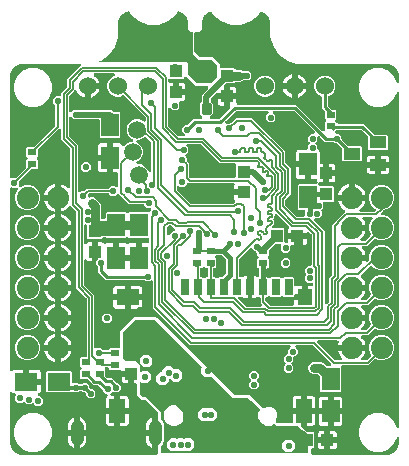
<source format=gbl>
G04 EAGLE Gerber RS-274X export*
G75*
%MOMM*%
%FSLAX34Y34*%
%LPD*%
%INBottom Copper*%
%IPPOS*%
%AMOC8*
5,1,8,0,0,1.08239X$1,22.5*%
G01*
%ADD10R,1.950000X1.500000*%
%ADD11R,1.500000X1.950000*%
%ADD12R,1.080000X1.050000*%
%ADD13R,1.050000X1.080000*%
%ADD14R,0.700000X0.600000*%
%ADD15R,1.400000X2.000000*%
%ADD16R,1.280000X1.400000*%
%ADD17R,1.950000X1.400000*%
%ADD18R,0.700000X1.400000*%
%ADD19R,1.400000X1.000000*%
%ADD20C,1.066800*%
%ADD21C,1.500000*%
%ADD22C,1.879600*%
%ADD23C,1.524000*%
%ADD24C,0.438600*%
%ADD25C,0.553200*%
%ADD26C,0.558800*%
%ADD27C,0.304800*%
%ADD28C,0.127000*%
%ADD29C,0.508000*%
%ADD30C,0.762000*%
%ADD31C,0.635000*%
%ADD32C,0.381000*%
%ADD33C,0.254000*%
%ADD34C,0.152400*%

G36*
X320060Y1400D02*
X320060Y1400D01*
X320164Y1404D01*
X322122Y1597D01*
X322225Y1620D01*
X322331Y1635D01*
X322411Y1662D01*
X322432Y1667D01*
X322446Y1674D01*
X322483Y1687D01*
X326100Y3185D01*
X326108Y3190D01*
X326117Y3192D01*
X326246Y3269D01*
X326376Y3343D01*
X326383Y3349D01*
X326391Y3354D01*
X326512Y3460D01*
X329280Y6228D01*
X329285Y6236D01*
X329293Y6242D01*
X329382Y6360D01*
X329475Y6480D01*
X329478Y6488D01*
X329484Y6496D01*
X329555Y6640D01*
X331053Y10257D01*
X331081Y10359D01*
X331117Y10459D01*
X331131Y10543D01*
X331137Y10564D01*
X331137Y10580D01*
X331143Y10618D01*
X331336Y12576D01*
X331336Y12595D01*
X331342Y12700D01*
X331342Y15571D01*
X331334Y15640D01*
X331335Y15710D01*
X331314Y15797D01*
X331302Y15887D01*
X331277Y15951D01*
X331260Y16019D01*
X331218Y16099D01*
X331185Y16182D01*
X331144Y16239D01*
X331112Y16300D01*
X331051Y16367D01*
X330999Y16440D01*
X330945Y16484D01*
X330898Y16536D01*
X330823Y16585D01*
X330754Y16642D01*
X330690Y16672D01*
X330632Y16710D01*
X330547Y16740D01*
X330466Y16778D01*
X330397Y16791D01*
X330331Y16814D01*
X330242Y16821D01*
X330154Y16838D01*
X330084Y16833D01*
X330014Y16839D01*
X329926Y16824D01*
X329836Y16818D01*
X329770Y16796D01*
X329701Y16785D01*
X329619Y16748D01*
X329534Y16720D01*
X329475Y16683D01*
X329411Y16654D01*
X329341Y16598D01*
X329265Y16550D01*
X329217Y16499D01*
X329163Y16455D01*
X329108Y16384D01*
X329047Y16318D01*
X329013Y16257D01*
X328971Y16201D01*
X328900Y16057D01*
X326849Y11103D01*
X322272Y6526D01*
X316291Y4049D01*
X309819Y4049D01*
X303838Y6526D01*
X299261Y11103D01*
X296784Y17084D01*
X296784Y23556D01*
X299261Y29537D01*
X303838Y34114D01*
X309819Y36591D01*
X316291Y36591D01*
X322272Y34114D01*
X326849Y29537D01*
X328900Y24583D01*
X328935Y24523D01*
X328961Y24458D01*
X329013Y24385D01*
X329058Y24307D01*
X329106Y24257D01*
X329147Y24200D01*
X329217Y24143D01*
X329279Y24079D01*
X329339Y24042D01*
X329392Y23998D01*
X329474Y23959D01*
X329550Y23912D01*
X329617Y23892D01*
X329680Y23862D01*
X329768Y23845D01*
X329854Y23819D01*
X329924Y23815D01*
X329993Y23802D01*
X330082Y23808D01*
X330172Y23804D01*
X330240Y23818D01*
X330310Y23822D01*
X330395Y23850D01*
X330483Y23868D01*
X330546Y23899D01*
X330612Y23920D01*
X330688Y23968D01*
X330769Y24008D01*
X330822Y24053D01*
X330881Y24090D01*
X330943Y24156D01*
X331011Y24214D01*
X331051Y24271D01*
X331099Y24322D01*
X331142Y24400D01*
X331194Y24474D01*
X331219Y24539D01*
X331253Y24600D01*
X331275Y24687D01*
X331307Y24771D01*
X331315Y24841D01*
X331332Y24908D01*
X331342Y25069D01*
X331342Y307671D01*
X331334Y307740D01*
X331335Y307810D01*
X331314Y307897D01*
X331302Y307987D01*
X331277Y308051D01*
X331260Y308119D01*
X331218Y308199D01*
X331185Y308282D01*
X331144Y308339D01*
X331112Y308400D01*
X331051Y308467D01*
X330999Y308540D01*
X330945Y308584D01*
X330898Y308636D01*
X330823Y308685D01*
X330754Y308742D01*
X330690Y308772D01*
X330632Y308810D01*
X330547Y308840D01*
X330466Y308878D01*
X330397Y308891D01*
X330331Y308914D01*
X330242Y308921D01*
X330154Y308938D01*
X330084Y308933D01*
X330014Y308939D01*
X329926Y308924D01*
X329836Y308918D01*
X329770Y308896D01*
X329701Y308885D01*
X329619Y308848D01*
X329534Y308820D01*
X329475Y308783D01*
X329411Y308754D01*
X329341Y308698D01*
X329265Y308650D01*
X329217Y308599D01*
X329163Y308555D01*
X329108Y308484D01*
X329047Y308418D01*
X329013Y308357D01*
X328971Y308301D01*
X328900Y308157D01*
X326849Y303203D01*
X322272Y298626D01*
X316291Y296149D01*
X309819Y296149D01*
X303838Y298626D01*
X299261Y303203D01*
X296784Y309184D01*
X296784Y315656D01*
X299261Y321637D01*
X303838Y326214D01*
X309819Y328691D01*
X316291Y328691D01*
X322272Y326214D01*
X326849Y321637D01*
X328900Y316683D01*
X328935Y316623D01*
X328961Y316558D01*
X329013Y316485D01*
X329058Y316407D01*
X329106Y316357D01*
X329147Y316300D01*
X329217Y316243D01*
X329279Y316179D01*
X329339Y316142D01*
X329392Y316098D01*
X329474Y316059D01*
X329550Y316012D01*
X329617Y315992D01*
X329680Y315962D01*
X329768Y315945D01*
X329854Y315919D01*
X329924Y315915D01*
X329993Y315902D01*
X330082Y315908D01*
X330172Y315904D01*
X330240Y315918D01*
X330310Y315922D01*
X330395Y315950D01*
X330483Y315968D01*
X330546Y315999D01*
X330612Y316020D01*
X330688Y316068D01*
X330769Y316108D01*
X330822Y316153D01*
X330881Y316190D01*
X330943Y316256D01*
X331011Y316314D01*
X331051Y316371D01*
X331099Y316422D01*
X331142Y316500D01*
X331194Y316574D01*
X331219Y316639D01*
X331253Y316700D01*
X331275Y316787D01*
X331307Y316871D01*
X331315Y316941D01*
X331332Y317008D01*
X331342Y317169D01*
X331342Y321310D01*
X331340Y321330D01*
X331336Y321434D01*
X331143Y323392D01*
X331120Y323495D01*
X331105Y323601D01*
X331078Y323681D01*
X331073Y323702D01*
X331066Y323716D01*
X331053Y323753D01*
X329555Y327370D01*
X329550Y327378D01*
X329548Y327387D01*
X329471Y327516D01*
X329397Y327646D01*
X329391Y327653D01*
X329386Y327661D01*
X329280Y327782D01*
X326512Y330550D01*
X326504Y330555D01*
X326498Y330563D01*
X326380Y330652D01*
X326260Y330745D01*
X326252Y330748D01*
X326244Y330754D01*
X326100Y330825D01*
X322483Y332323D01*
X322381Y332351D01*
X322281Y332387D01*
X322197Y332401D01*
X322176Y332407D01*
X322160Y332407D01*
X322122Y332413D01*
X320164Y332606D01*
X320145Y332606D01*
X320040Y332612D01*
X244676Y332612D01*
X236602Y335235D01*
X229735Y340225D01*
X224745Y347092D01*
X222122Y355166D01*
X222122Y364824D01*
X222119Y364853D01*
X222121Y364882D01*
X222099Y365011D01*
X222082Y365140D01*
X222072Y365167D01*
X222067Y365196D01*
X222054Y365224D01*
X222115Y365768D01*
X222114Y365782D01*
X222122Y365908D01*
X222122Y366662D01*
X222137Y366715D01*
X222146Y366834D01*
X222148Y366850D01*
X222148Y366858D01*
X222149Y366876D01*
X222160Y367770D01*
X222148Y367876D01*
X222145Y367982D01*
X222127Y368064D01*
X222124Y368086D01*
X222119Y368101D01*
X222110Y368139D01*
X221151Y371450D01*
X221147Y371458D01*
X221146Y371467D01*
X221084Y371605D01*
X221025Y371742D01*
X221019Y371749D01*
X221015Y371758D01*
X220923Y371889D01*
X218770Y374581D01*
X218763Y374587D01*
X218758Y374595D01*
X218650Y374697D01*
X218542Y374802D01*
X218533Y374807D01*
X218527Y374813D01*
X218391Y374900D01*
X215372Y376562D01*
X215273Y376601D01*
X215178Y376649D01*
X215096Y376671D01*
X215076Y376679D01*
X215060Y376681D01*
X215023Y376692D01*
X214947Y376708D01*
X214876Y376714D01*
X214807Y376730D01*
X214718Y376727D01*
X214630Y376734D01*
X214560Y376723D01*
X214489Y376720D01*
X214404Y376696D01*
X214317Y376681D01*
X214252Y376652D01*
X214183Y376633D01*
X214107Y376588D01*
X214026Y376552D01*
X213971Y376508D01*
X213909Y376471D01*
X213846Y376409D01*
X213777Y376354D01*
X213734Y376297D01*
X213684Y376247D01*
X213593Y376114D01*
X212335Y373997D01*
X205609Y368445D01*
X197401Y365495D01*
X188679Y365495D01*
X180471Y368445D01*
X173745Y373997D01*
X172516Y376066D01*
X172460Y376138D01*
X172411Y376216D01*
X172362Y376263D01*
X172321Y376317D01*
X172248Y376373D01*
X172182Y376436D01*
X172123Y376470D01*
X172069Y376511D01*
X171985Y376548D01*
X171905Y376593D01*
X171839Y376610D01*
X171777Y376637D01*
X171686Y376651D01*
X171597Y376675D01*
X171530Y376676D01*
X171463Y376686D01*
X171371Y376678D01*
X171279Y376679D01*
X171163Y376658D01*
X171146Y376656D01*
X171139Y376653D01*
X171121Y376650D01*
X170472Y376490D01*
X170463Y376487D01*
X170454Y376486D01*
X170316Y376430D01*
X170175Y376376D01*
X170167Y376371D01*
X170159Y376367D01*
X170023Y376280D01*
X166340Y373571D01*
X166273Y373507D01*
X166200Y373451D01*
X166158Y373398D01*
X166110Y373351D01*
X166061Y373273D01*
X166004Y373201D01*
X165950Y373097D01*
X165941Y373082D01*
X165938Y373074D01*
X165930Y373057D01*
X164095Y368869D01*
X164092Y368860D01*
X164088Y368852D01*
X164047Y368708D01*
X164005Y368564D01*
X164004Y368555D01*
X164002Y368546D01*
X163988Y368386D01*
X163958Y366886D01*
X163959Y366878D01*
X163958Y366860D01*
X163958Y365908D01*
X163960Y365893D01*
X163965Y365768D01*
X164027Y365214D01*
X164015Y365167D01*
X163977Y365042D01*
X163975Y365013D01*
X163968Y364985D01*
X163958Y364824D01*
X163958Y362165D01*
X162903Y360337D01*
X161075Y359282D01*
X158877Y359282D01*
X158759Y359267D01*
X158640Y359260D01*
X158602Y359247D01*
X158561Y359242D01*
X158451Y359199D01*
X158338Y359162D01*
X158303Y359140D01*
X158266Y359125D01*
X158170Y359056D01*
X158069Y358992D01*
X158041Y358962D01*
X158008Y358939D01*
X157932Y358847D01*
X157851Y358760D01*
X157831Y358725D01*
X157806Y358694D01*
X157755Y358586D01*
X157697Y358482D01*
X157687Y358442D01*
X157670Y358406D01*
X157648Y358289D01*
X157618Y358174D01*
X157614Y358114D01*
X157610Y358094D01*
X157612Y358073D01*
X157608Y358013D01*
X157608Y343261D01*
X157620Y343163D01*
X157623Y343064D01*
X157640Y343005D01*
X157648Y342945D01*
X157684Y342853D01*
X157712Y342758D01*
X157742Y342706D01*
X157765Y342650D01*
X157823Y342570D01*
X157873Y342484D01*
X157939Y342409D01*
X157951Y342392D01*
X157961Y342384D01*
X157979Y342363D01*
X162023Y338319D01*
X162102Y338259D01*
X162174Y338191D01*
X162227Y338162D01*
X162275Y338125D01*
X162366Y338085D01*
X162452Y338037D01*
X162511Y338022D01*
X162566Y337998D01*
X162664Y337983D01*
X162760Y337958D01*
X162860Y337952D01*
X162880Y337948D01*
X162893Y337950D01*
X162921Y337948D01*
X173825Y337948D01*
X179198Y332575D01*
X179198Y330230D01*
X179213Y330112D01*
X179220Y329993D01*
X179233Y329955D01*
X179238Y329914D01*
X179281Y329804D01*
X179318Y329691D01*
X179340Y329656D01*
X179355Y329619D01*
X179424Y329523D01*
X179488Y329422D01*
X179518Y329394D01*
X179541Y329361D01*
X179633Y329285D01*
X179720Y329204D01*
X179755Y329184D01*
X179786Y329159D01*
X179894Y329108D01*
X179998Y329050D01*
X180038Y329040D01*
X180074Y329023D01*
X180191Y329001D01*
X180306Y328971D01*
X180366Y328967D01*
X180386Y328963D01*
X180407Y328965D01*
X180467Y328961D01*
X191346Y328961D01*
X192275Y328032D01*
X192353Y327972D01*
X192425Y327904D01*
X192478Y327875D01*
X192526Y327838D01*
X192617Y327798D01*
X192703Y327750D01*
X192762Y327735D01*
X192818Y327711D01*
X192916Y327696D01*
X193011Y327671D01*
X193111Y327665D01*
X193132Y327661D01*
X193144Y327663D01*
X193172Y327661D01*
X196591Y327661D01*
X198458Y326887D01*
X198583Y326762D01*
X198661Y326702D01*
X198733Y326634D01*
X198786Y326605D01*
X198834Y326568D01*
X198925Y326528D01*
X199012Y326480D01*
X199070Y326465D01*
X199126Y326441D01*
X199224Y326426D01*
X199320Y326401D01*
X199384Y326397D01*
X199386Y326396D01*
X199388Y326397D01*
X199420Y326395D01*
X199440Y326391D01*
X199452Y326393D01*
X199480Y326391D01*
X199506Y326391D01*
X199604Y326403D01*
X199703Y326406D01*
X199755Y326421D01*
X199757Y326421D01*
X199762Y326423D01*
X199822Y326431D01*
X199914Y326467D01*
X200009Y326495D01*
X200061Y326525D01*
X200117Y326548D01*
X200197Y326606D01*
X200216Y326617D01*
X203602Y326617D01*
X205967Y324252D01*
X205967Y320908D01*
X203602Y318543D01*
X200222Y318543D01*
X200200Y318555D01*
X200152Y318592D01*
X200061Y318632D01*
X199975Y318680D01*
X199916Y318695D01*
X199861Y318719D01*
X199763Y318734D01*
X199667Y318759D01*
X199603Y318763D01*
X199601Y318764D01*
X199598Y318763D01*
X199567Y318765D01*
X199546Y318769D01*
X199534Y318767D01*
X199506Y318769D01*
X199480Y318769D01*
X199382Y318757D01*
X199283Y318754D01*
X199232Y318739D01*
X199230Y318739D01*
X199225Y318737D01*
X199165Y318729D01*
X199073Y318693D01*
X198978Y318665D01*
X198925Y318635D01*
X198869Y318612D01*
X198789Y318554D01*
X198704Y318504D01*
X198628Y318438D01*
X198612Y318426D01*
X198604Y318416D01*
X198583Y318398D01*
X198458Y318273D01*
X196591Y317499D01*
X193360Y317499D01*
X193242Y317484D01*
X193123Y317477D01*
X193085Y317464D01*
X193044Y317459D01*
X192934Y317416D01*
X192821Y317379D01*
X192786Y317357D01*
X192749Y317342D01*
X192653Y317273D01*
X192552Y317209D01*
X192524Y317179D01*
X192491Y317156D01*
X192415Y317064D01*
X192334Y316977D01*
X192314Y316942D01*
X192289Y316911D01*
X192245Y316818D01*
X191346Y315919D01*
X184814Y315919D01*
X184716Y315907D01*
X184617Y315904D01*
X184559Y315887D01*
X184499Y315879D01*
X184407Y315843D01*
X184311Y315815D01*
X184259Y315785D01*
X184203Y315762D01*
X184123Y315704D01*
X184038Y315654D01*
X183962Y315588D01*
X183946Y315576D01*
X183938Y315566D01*
X183917Y315548D01*
X183253Y314883D01*
X183192Y314805D01*
X183124Y314733D01*
X183095Y314680D01*
X183058Y314632D01*
X183018Y314541D01*
X182970Y314454D01*
X182955Y314396D01*
X182931Y314340D01*
X182916Y314242D01*
X182891Y314147D01*
X182885Y314047D01*
X182881Y314026D01*
X182883Y314014D01*
X182881Y313986D01*
X182881Y307479D01*
X176374Y307479D01*
X176276Y307467D01*
X176177Y307464D01*
X176119Y307447D01*
X176059Y307439D01*
X175966Y307403D01*
X175871Y307375D01*
X175819Y307345D01*
X175763Y307322D01*
X175683Y307264D01*
X175597Y307214D01*
X175522Y307147D01*
X175506Y307135D01*
X175498Y307126D01*
X175477Y307107D01*
X171822Y303453D01*
X171762Y303375D01*
X171694Y303303D01*
X171665Y303250D01*
X171628Y303202D01*
X171588Y303111D01*
X171540Y303024D01*
X171525Y302966D01*
X171501Y302910D01*
X171486Y302812D01*
X171461Y302716D01*
X171455Y302616D01*
X171451Y302596D01*
X171453Y302584D01*
X171451Y302556D01*
X171451Y300977D01*
X171463Y300879D01*
X171466Y300780D01*
X171483Y300722D01*
X171491Y300662D01*
X171527Y300570D01*
X171555Y300475D01*
X171585Y300423D01*
X171608Y300366D01*
X171666Y300286D01*
X171716Y300201D01*
X171782Y300125D01*
X171794Y300109D01*
X171804Y300101D01*
X171822Y300080D01*
X173211Y298692D01*
X173211Y290008D01*
X171120Y287917D01*
X171035Y287808D01*
X170946Y287701D01*
X170937Y287682D01*
X170925Y287666D01*
X170870Y287538D01*
X170811Y287413D01*
X170807Y287393D01*
X170799Y287374D01*
X170777Y287236D01*
X170751Y287100D01*
X170752Y287080D01*
X170749Y287060D01*
X170762Y286921D01*
X170770Y286783D01*
X170777Y286764D01*
X170779Y286744D01*
X170826Y286612D01*
X170869Y286481D01*
X170879Y286463D01*
X170886Y286444D01*
X170964Y286329D01*
X171039Y286212D01*
X171053Y286198D01*
X171065Y286181D01*
X171169Y286089D01*
X171270Y285994D01*
X171288Y285984D01*
X171303Y285971D01*
X171427Y285907D01*
X171549Y285840D01*
X171568Y285835D01*
X171586Y285826D01*
X171722Y285796D01*
X171857Y285761D01*
X171885Y285759D01*
X171897Y285756D01*
X171917Y285757D01*
X172017Y285751D01*
X178130Y285751D01*
X178228Y285763D01*
X178327Y285766D01*
X178386Y285783D01*
X178446Y285791D01*
X178538Y285827D01*
X178633Y285855D01*
X178685Y285885D01*
X178741Y285908D01*
X178821Y285966D01*
X178907Y286016D01*
X178982Y286082D01*
X178999Y286094D01*
X179007Y286104D01*
X179028Y286122D01*
X187888Y294983D01*
X187973Y295092D01*
X188062Y295199D01*
X188070Y295218D01*
X188083Y295234D01*
X188138Y295362D01*
X188197Y295487D01*
X188201Y295507D01*
X188209Y295526D01*
X188231Y295664D01*
X188257Y295800D01*
X188256Y295820D01*
X188259Y295840D01*
X188246Y295978D01*
X188237Y296117D01*
X188231Y296136D01*
X188229Y296156D01*
X188182Y296288D01*
X188139Y296419D01*
X188128Y296437D01*
X188121Y296456D01*
X188043Y296571D01*
X187969Y296688D01*
X187959Y296697D01*
X187959Y302401D01*
X193361Y302401D01*
X193361Y299207D01*
X193376Y299089D01*
X193383Y298970D01*
X193396Y298932D01*
X193401Y298891D01*
X193444Y298781D01*
X193481Y298667D01*
X193503Y298633D01*
X193518Y298596D01*
X193587Y298499D01*
X193651Y298399D01*
X193681Y298371D01*
X193704Y298338D01*
X193796Y298262D01*
X193883Y298181D01*
X193918Y298161D01*
X193949Y298136D01*
X194057Y298085D01*
X194161Y298027D01*
X194201Y298017D01*
X194237Y298000D01*
X194354Y297978D01*
X194469Y297948D01*
X194529Y297944D01*
X194549Y297940D01*
X194570Y297941D01*
X194630Y297938D01*
X244135Y297938D01*
X266113Y275961D01*
X266222Y275875D01*
X266329Y275787D01*
X266348Y275778D01*
X266364Y275766D01*
X266492Y275710D01*
X266617Y275651D01*
X266637Y275647D01*
X266656Y275639D01*
X266794Y275617D01*
X266930Y275591D01*
X266950Y275593D01*
X266970Y275589D01*
X267109Y275603D01*
X267247Y275611D01*
X267266Y275617D01*
X267286Y275619D01*
X267418Y275666D01*
X267549Y275709D01*
X267567Y275720D01*
X267586Y275727D01*
X267701Y275805D01*
X267818Y275879D01*
X267832Y275894D01*
X267849Y275905D01*
X267941Y276010D01*
X268036Y276111D01*
X268046Y276129D01*
X268059Y276144D01*
X268123Y276268D01*
X268190Y276389D01*
X268195Y276409D01*
X268204Y276427D01*
X268234Y276563D01*
X268269Y276697D01*
X268271Y276725D01*
X268274Y276737D01*
X268273Y276758D01*
X268279Y276858D01*
X268279Y283006D01*
X268855Y283582D01*
X268928Y283676D01*
X269007Y283766D01*
X269026Y283802D01*
X269050Y283834D01*
X269098Y283943D01*
X269152Y284049D01*
X269161Y284088D01*
X269177Y284126D01*
X269195Y284243D01*
X269221Y284359D01*
X269220Y284400D01*
X269227Y284440D01*
X269215Y284558D01*
X269212Y284677D01*
X269201Y284716D01*
X269197Y284756D01*
X269156Y284869D01*
X269123Y284983D01*
X269103Y285017D01*
X269089Y285056D01*
X269022Y285154D01*
X268962Y285257D01*
X268922Y285302D01*
X268911Y285319D01*
X268895Y285332D01*
X268855Y285377D01*
X268279Y285954D01*
X268279Y291482D01*
X268267Y291580D01*
X268264Y291679D01*
X268247Y291737D01*
X268239Y291797D01*
X268203Y291889D01*
X268175Y291985D01*
X268145Y292037D01*
X268122Y292093D01*
X268064Y292173D01*
X268014Y292259D01*
X267948Y292334D01*
X267936Y292350D01*
X267926Y292358D01*
X267908Y292379D01*
X265429Y294858D01*
X265429Y304271D01*
X265426Y304300D01*
X265428Y304330D01*
X265406Y304458D01*
X265389Y304587D01*
X265379Y304614D01*
X265374Y304643D01*
X265320Y304762D01*
X265272Y304882D01*
X265255Y304906D01*
X265243Y304933D01*
X265162Y305034D01*
X265086Y305140D01*
X265063Y305158D01*
X265044Y305182D01*
X264941Y305260D01*
X264841Y305342D01*
X264814Y305355D01*
X264790Y305373D01*
X264646Y305444D01*
X262934Y306153D01*
X260433Y308654D01*
X259079Y311921D01*
X259079Y315459D01*
X260433Y318726D01*
X262934Y321227D01*
X266201Y322581D01*
X269739Y322581D01*
X273006Y321227D01*
X275507Y318726D01*
X276861Y315459D01*
X276861Y311921D01*
X275507Y308654D01*
X273006Y306153D01*
X271294Y305444D01*
X271269Y305429D01*
X271241Y305420D01*
X271131Y305350D01*
X271018Y305286D01*
X270997Y305266D01*
X270972Y305250D01*
X270883Y305155D01*
X270790Y305065D01*
X270774Y305040D01*
X270754Y305018D01*
X270691Y304905D01*
X270623Y304794D01*
X270615Y304766D01*
X270600Y304740D01*
X270568Y304614D01*
X270530Y304490D01*
X270528Y304460D01*
X270521Y304432D01*
X270511Y304271D01*
X270511Y297488D01*
X270523Y297390D01*
X270526Y297291D01*
X270543Y297233D01*
X270551Y297173D01*
X270587Y297081D01*
X270615Y296985D01*
X270645Y296933D01*
X270668Y296877D01*
X270726Y296797D01*
X270776Y296712D01*
X270842Y296636D01*
X270854Y296620D01*
X270864Y296612D01*
X270882Y296591D01*
X273351Y294122D01*
X273429Y294062D01*
X273501Y293994D01*
X273554Y293965D01*
X273602Y293928D01*
X273693Y293888D01*
X273780Y293840D01*
X273838Y293825D01*
X273894Y293801D01*
X273992Y293786D01*
X274087Y293761D01*
X274187Y293755D01*
X274208Y293751D01*
X274220Y293753D01*
X274248Y293751D01*
X277076Y293751D01*
X277821Y293006D01*
X277821Y285954D01*
X277245Y285377D01*
X277172Y285283D01*
X277093Y285194D01*
X277074Y285158D01*
X277050Y285126D01*
X277002Y285017D01*
X276948Y284911D01*
X276939Y284872D01*
X276923Y284834D01*
X276905Y284717D01*
X276879Y284601D01*
X276880Y284560D01*
X276873Y284520D01*
X276885Y284402D01*
X276888Y284283D01*
X276899Y284244D01*
X276903Y284204D01*
X276944Y284092D01*
X276977Y283977D01*
X276997Y283942D01*
X277011Y283904D01*
X277078Y283806D01*
X277138Y283703D01*
X277178Y283658D01*
X277189Y283641D01*
X277205Y283628D01*
X277245Y283582D01*
X277856Y282971D01*
X277861Y282934D01*
X277904Y282824D01*
X277941Y282711D01*
X277963Y282676D01*
X277978Y282639D01*
X278047Y282543D01*
X278111Y282442D01*
X278141Y282414D01*
X278164Y282381D01*
X278256Y282305D01*
X278343Y282224D01*
X278378Y282204D01*
X278409Y282179D01*
X278517Y282128D01*
X278621Y282070D01*
X278661Y282060D01*
X278697Y282043D01*
X278814Y282021D01*
X278929Y281991D01*
X278989Y281987D01*
X279009Y281983D01*
X279030Y281985D01*
X279090Y281981D01*
X300912Y281981D01*
X310211Y272682D01*
X310289Y272622D01*
X310361Y272554D01*
X310414Y272525D01*
X310462Y272488D01*
X310553Y272448D01*
X310640Y272400D01*
X310698Y272385D01*
X310754Y272361D01*
X310852Y272346D01*
X310947Y272321D01*
X311048Y272315D01*
X311068Y272311D01*
X311080Y272313D01*
X311108Y272311D01*
X320786Y272311D01*
X321531Y271566D01*
X321531Y260514D01*
X320786Y259769D01*
X305734Y259769D01*
X304989Y260514D01*
X304989Y270192D01*
X304977Y270290D01*
X304974Y270389D01*
X304957Y270447D01*
X304949Y270507D01*
X304913Y270599D01*
X304885Y270695D01*
X304855Y270747D01*
X304832Y270803D01*
X304774Y270883D01*
X304724Y270968D01*
X304658Y271044D01*
X304646Y271060D01*
X304636Y271068D01*
X304618Y271089D01*
X299179Y276528D01*
X299101Y276588D01*
X299029Y276656D01*
X298976Y276685D01*
X298928Y276722D01*
X298837Y276762D01*
X298750Y276810D01*
X298692Y276825D01*
X298636Y276849D01*
X298538Y276864D01*
X298443Y276889D01*
X298342Y276895D01*
X298322Y276899D01*
X298310Y276897D01*
X298282Y276899D01*
X279090Y276899D01*
X278972Y276884D01*
X278853Y276877D01*
X278815Y276864D01*
X278774Y276859D01*
X278664Y276816D01*
X278551Y276779D01*
X278516Y276757D01*
X278479Y276742D01*
X278383Y276673D01*
X278282Y276609D01*
X278254Y276579D01*
X278221Y276556D01*
X278145Y276464D01*
X278064Y276377D01*
X278044Y276342D01*
X278019Y276311D01*
X277968Y276203D01*
X277910Y276099D01*
X277900Y276059D01*
X277883Y276023D01*
X277881Y276014D01*
X277311Y275443D01*
X277226Y275334D01*
X277137Y275227D01*
X277128Y275208D01*
X277116Y275192D01*
X277060Y275064D01*
X277001Y274939D01*
X276997Y274919D01*
X276989Y274900D01*
X276967Y274762D01*
X276941Y274626D01*
X276943Y274606D01*
X276939Y274586D01*
X276953Y274447D01*
X276961Y274309D01*
X276967Y274290D01*
X276969Y274270D01*
X277016Y274139D01*
X277059Y274007D01*
X277070Y273989D01*
X277077Y273970D01*
X277155Y273856D01*
X277229Y273738D01*
X277244Y273724D01*
X277255Y273707D01*
X277359Y273615D01*
X277461Y273520D01*
X277479Y273510D01*
X277494Y273497D01*
X277618Y273434D01*
X277739Y273366D01*
X277759Y273361D01*
X277777Y273352D01*
X277913Y273322D01*
X278047Y273287D01*
X278075Y273285D01*
X278087Y273282D01*
X278108Y273283D01*
X278208Y273277D01*
X279802Y273277D01*
X282167Y270912D01*
X282167Y269322D01*
X282179Y269224D01*
X282182Y269125D01*
X282199Y269067D01*
X282207Y269007D01*
X282243Y268915D01*
X282271Y268819D01*
X282301Y268767D01*
X282324Y268711D01*
X282382Y268631D01*
X282432Y268546D01*
X282498Y268470D01*
X282510Y268454D01*
X282520Y268446D01*
X282538Y268425D01*
X287781Y263182D01*
X287859Y263122D01*
X287931Y263054D01*
X287984Y263025D01*
X288032Y262988D01*
X288123Y262948D01*
X288210Y262900D01*
X288268Y262885D01*
X288324Y262861D01*
X288422Y262846D01*
X288517Y262821D01*
X288618Y262815D01*
X288638Y262811D01*
X288650Y262813D01*
X288678Y262811D01*
X298786Y262811D01*
X299531Y262066D01*
X299531Y251014D01*
X298786Y250269D01*
X283734Y250269D01*
X282989Y251014D01*
X282989Y260262D01*
X282977Y260360D01*
X282974Y260459D01*
X282957Y260517D01*
X282949Y260577D01*
X282913Y260669D01*
X282885Y260765D01*
X282855Y260817D01*
X282832Y260873D01*
X282774Y260953D01*
X282724Y261038D01*
X282658Y261114D01*
X282646Y261130D01*
X282636Y261138D01*
X282618Y261159D01*
X278945Y264832D01*
X278867Y264892D01*
X278795Y264960D01*
X278742Y264989D01*
X278694Y265026D01*
X278603Y265066D01*
X278516Y265114D01*
X278458Y265129D01*
X278402Y265153D01*
X278304Y265168D01*
X278209Y265193D01*
X278108Y265199D01*
X278088Y265203D01*
X278076Y265201D01*
X278048Y265203D01*
X276458Y265203D01*
X275334Y266328D01*
X275255Y266388D01*
X275183Y266456D01*
X275130Y266485D01*
X275082Y266522D01*
X274991Y266562D01*
X274905Y266610D01*
X274846Y266625D01*
X274791Y266649D01*
X274693Y266664D01*
X274597Y266689D01*
X274497Y266695D01*
X274476Y266699D01*
X274464Y266697D01*
X274436Y266699D01*
X268188Y266699D01*
X264013Y270873D01*
X263904Y270959D01*
X263797Y271047D01*
X263778Y271056D01*
X263762Y271068D01*
X263634Y271124D01*
X263509Y271183D01*
X263489Y271187D01*
X263470Y271195D01*
X263332Y271217D01*
X263196Y271243D01*
X263176Y271241D01*
X263156Y271245D01*
X263017Y271231D01*
X262879Y271223D01*
X262860Y271217D01*
X262840Y271215D01*
X262708Y271168D01*
X262577Y271125D01*
X262559Y271114D01*
X262540Y271107D01*
X262425Y271029D01*
X262308Y270955D01*
X262294Y270940D01*
X262277Y270929D01*
X262185Y270824D01*
X262090Y270723D01*
X262080Y270705D01*
X262067Y270690D01*
X262003Y270566D01*
X261936Y270445D01*
X261931Y270425D01*
X261922Y270407D01*
X261892Y270271D01*
X261857Y270137D01*
X261855Y270109D01*
X261852Y270097D01*
X261853Y270076D01*
X261847Y269976D01*
X261847Y267568D01*
X260481Y266202D01*
X260408Y266108D01*
X260329Y266019D01*
X260311Y265983D01*
X260286Y265951D01*
X260239Y265841D01*
X260185Y265735D01*
X260176Y265696D01*
X260160Y265659D01*
X260141Y265541D01*
X260115Y265425D01*
X260116Y265385D01*
X260110Y265345D01*
X260121Y265226D01*
X260125Y265107D01*
X260136Y265068D01*
X260140Y265028D01*
X260180Y264916D01*
X260213Y264802D01*
X260233Y264767D01*
X260247Y264729D01*
X260314Y264630D01*
X260374Y264528D01*
X260414Y264483D01*
X260426Y264466D01*
X260441Y264452D01*
X260481Y264407D01*
X261847Y263041D01*
X261847Y260646D01*
X261860Y260542D01*
X261864Y260436D01*
X261880Y260384D01*
X261887Y260331D01*
X261925Y260233D01*
X261956Y260131D01*
X261984Y260085D01*
X262004Y260035D01*
X262066Y259950D01*
X262120Y259859D01*
X262159Y259821D01*
X262190Y259778D01*
X262272Y259710D01*
X262347Y259636D01*
X262419Y259589D01*
X262435Y259575D01*
X262449Y259568D01*
X262481Y259547D01*
X263060Y259213D01*
X263533Y258740D01*
X263868Y258161D01*
X264041Y257514D01*
X264041Y248950D01*
X264056Y248832D01*
X264063Y248713D01*
X264076Y248675D01*
X264081Y248634D01*
X264124Y248524D01*
X264161Y248411D01*
X264183Y248376D01*
X264198Y248339D01*
X264267Y248243D01*
X264331Y248142D01*
X264361Y248114D01*
X264384Y248081D01*
X264476Y248005D01*
X264563Y247924D01*
X264598Y247904D01*
X264629Y247879D01*
X264737Y247828D01*
X264841Y247770D01*
X264881Y247760D01*
X264917Y247743D01*
X265034Y247721D01*
X265149Y247691D01*
X265209Y247687D01*
X265229Y247683D01*
X265250Y247685D01*
X265310Y247681D01*
X266701Y247681D01*
X266701Y241160D01*
X266716Y241041D01*
X266723Y240923D01*
X266736Y240885D01*
X266741Y240845D01*
X266784Y240734D01*
X266821Y240621D01*
X266843Y240586D01*
X266858Y240549D01*
X266928Y240453D01*
X266991Y240352D01*
X267021Y240324D01*
X267045Y240292D01*
X267136Y240216D01*
X267223Y240134D01*
X267258Y240115D01*
X267289Y240089D01*
X267397Y240038D01*
X267501Y239981D01*
X267541Y239970D01*
X267577Y239953D01*
X267694Y239931D01*
X267809Y239901D01*
X267870Y239897D01*
X267890Y239893D01*
X267910Y239895D01*
X267970Y239891D01*
X269241Y239891D01*
X269241Y239889D01*
X267970Y239889D01*
X267852Y239874D01*
X267733Y239867D01*
X267695Y239854D01*
X267655Y239849D01*
X267544Y239805D01*
X267431Y239769D01*
X267396Y239747D01*
X267359Y239732D01*
X267263Y239662D01*
X267162Y239599D01*
X267134Y239569D01*
X267101Y239545D01*
X267026Y239454D01*
X266944Y239367D01*
X266924Y239332D01*
X266899Y239300D01*
X266848Y239193D01*
X266790Y239089D01*
X266780Y239049D01*
X266763Y239013D01*
X266741Y238896D01*
X266711Y238781D01*
X266707Y238720D01*
X266703Y238700D01*
X266705Y238680D01*
X266701Y238620D01*
X266701Y232099D01*
X263942Y232099D01*
X263804Y232082D01*
X263665Y232069D01*
X263647Y232062D01*
X263627Y232059D01*
X263497Y232008D01*
X263366Y231961D01*
X263350Y231950D01*
X263331Y231942D01*
X263218Y231861D01*
X263103Y231782D01*
X263090Y231767D01*
X263073Y231756D01*
X262984Y231648D01*
X262893Y231544D01*
X262884Y231526D01*
X262871Y231511D01*
X262811Y231384D01*
X262748Y231261D01*
X262744Y231241D01*
X262735Y231223D01*
X262709Y231086D01*
X262679Y230950D01*
X262679Y230930D01*
X262675Y230911D01*
X262684Y230772D01*
X262688Y230633D01*
X262694Y230613D01*
X262695Y230593D01*
X262738Y230461D01*
X262771Y230348D01*
X262771Y230180D01*
X262786Y230062D01*
X262793Y229943D01*
X262806Y229905D01*
X262811Y229864D01*
X262854Y229754D01*
X262891Y229641D01*
X262913Y229606D01*
X262928Y229569D01*
X262997Y229473D01*
X263061Y229372D01*
X263091Y229344D01*
X263114Y229311D01*
X263206Y229235D01*
X263293Y229154D01*
X263328Y229134D01*
X263359Y229109D01*
X263467Y229058D01*
X263571Y229000D01*
X263611Y228990D01*
X263647Y228973D01*
X263764Y228951D01*
X263879Y228921D01*
X263939Y228917D01*
X263959Y228913D01*
X263980Y228915D01*
X264040Y228911D01*
X275166Y228911D01*
X275911Y228166D01*
X275911Y216614D01*
X275166Y215869D01*
X267884Y215869D01*
X267746Y215852D01*
X267607Y215839D01*
X267588Y215832D01*
X267568Y215829D01*
X267439Y215778D01*
X267308Y215731D01*
X267291Y215720D01*
X267273Y215712D01*
X267160Y215631D01*
X267045Y215553D01*
X267032Y215537D01*
X267015Y215526D01*
X266926Y215418D01*
X266834Y215314D01*
X266825Y215296D01*
X266812Y215281D01*
X266753Y215155D01*
X266690Y215031D01*
X266685Y215011D01*
X266677Y214993D01*
X266651Y214857D01*
X266620Y214721D01*
X266621Y214700D01*
X266617Y214681D01*
X266626Y214542D01*
X266630Y214403D01*
X266636Y214383D01*
X266637Y214363D01*
X266680Y214231D01*
X266718Y214097D01*
X266729Y214080D01*
X266735Y214061D01*
X266809Y213943D01*
X266880Y213823D01*
X266898Y213802D01*
X266905Y213792D01*
X266920Y213778D01*
X266927Y213770D01*
X266927Y210418D01*
X265686Y209178D01*
X265613Y209083D01*
X265535Y208994D01*
X265524Y208973D01*
X265518Y208966D01*
X265511Y208952D01*
X265491Y208926D01*
X265444Y208817D01*
X265390Y208711D01*
X265383Y208679D01*
X265382Y208678D01*
X265381Y208671D01*
X265365Y208634D01*
X265346Y208517D01*
X265320Y208401D01*
X265322Y208360D01*
X265315Y208320D01*
X265326Y208202D01*
X265330Y208083D01*
X265341Y208044D01*
X265345Y208004D01*
X265385Y207891D01*
X265418Y207777D01*
X265439Y207743D01*
X265453Y207704D01*
X265519Y207606D01*
X265580Y207503D01*
X265620Y207458D01*
X265631Y207441D01*
X265646Y207428D01*
X265657Y207416D01*
X265657Y204068D01*
X263292Y201703D01*
X260300Y201703D01*
X260162Y201686D01*
X260024Y201673D01*
X260004Y201666D01*
X259984Y201663D01*
X259855Y201612D01*
X259724Y201565D01*
X259707Y201554D01*
X259689Y201546D01*
X259577Y201465D01*
X259461Y201387D01*
X259448Y201371D01*
X259431Y201360D01*
X259343Y201252D01*
X259251Y201148D01*
X259241Y201130D01*
X259228Y201115D01*
X259169Y200989D01*
X259106Y200865D01*
X259102Y200845D01*
X259093Y200827D01*
X259067Y200691D01*
X259036Y200555D01*
X259037Y200534D01*
X259033Y200515D01*
X259042Y200376D01*
X259046Y200237D01*
X259052Y200217D01*
X259053Y200197D01*
X259096Y200065D01*
X259134Y199931D01*
X259145Y199914D01*
X259151Y199895D01*
X259226Y199777D01*
X259296Y199657D01*
X259315Y199636D01*
X259321Y199626D01*
X259336Y199612D01*
X259402Y199537D01*
X267961Y190978D01*
X267961Y130255D01*
X267978Y130118D01*
X267991Y129979D01*
X267998Y129960D01*
X268000Y129940D01*
X268052Y129811D01*
X268099Y129680D01*
X268110Y129663D01*
X268117Y129644D01*
X268199Y129532D01*
X268277Y129417D01*
X268292Y129403D01*
X268304Y129387D01*
X268412Y129298D01*
X268516Y129206D01*
X268534Y129197D01*
X268549Y129184D01*
X268675Y129125D01*
X268799Y129061D01*
X268819Y129057D01*
X268837Y129048D01*
X268974Y129022D01*
X269109Y128992D01*
X269129Y128992D01*
X269149Y128989D01*
X269288Y128997D01*
X269427Y129002D01*
X269447Y129007D01*
X269467Y129008D01*
X269599Y129051D01*
X269733Y129090D01*
X269750Y129100D01*
X269769Y129106D01*
X269887Y129181D01*
X270007Y129252D01*
X270028Y129270D01*
X270038Y129277D01*
X270052Y129292D01*
X270127Y129358D01*
X270289Y129519D01*
X271423Y130653D01*
X271483Y130732D01*
X271551Y130804D01*
X271580Y130857D01*
X271618Y130905D01*
X271657Y130995D01*
X271705Y131082D01*
X271720Y131141D01*
X271744Y131196D01*
X271760Y131294D01*
X271784Y131390D01*
X271791Y131490D01*
X271794Y131510D01*
X271793Y131523D01*
X271794Y131551D01*
X271794Y150760D01*
X274212Y153177D01*
X274272Y153255D01*
X274340Y153327D01*
X274369Y153380D01*
X274407Y153428D01*
X274446Y153519D01*
X274494Y153606D01*
X274509Y153664D01*
X274533Y153720D01*
X274548Y153818D01*
X274573Y153914D01*
X274580Y154014D01*
X274583Y154034D01*
X274582Y154047D01*
X274583Y154075D01*
X274583Y196178D01*
X277001Y198595D01*
X277061Y198674D01*
X277129Y198746D01*
X277158Y198799D01*
X277196Y198847D01*
X277235Y198938D01*
X277283Y199024D01*
X277298Y199083D01*
X277322Y199138D01*
X277333Y199210D01*
X278935Y200812D01*
X283693Y205570D01*
X284936Y206813D01*
X284937Y206814D01*
X284980Y206870D01*
X285132Y207065D01*
X285192Y207203D01*
X285258Y207357D01*
X285290Y207556D01*
X285308Y207671D01*
X285290Y207862D01*
X285278Y207987D01*
X285278Y207988D01*
X285212Y208173D01*
X285171Y208287D01*
X285077Y208425D01*
X284992Y208550D01*
X284932Y208603D01*
X284754Y208760D01*
X284615Y208842D01*
X284573Y208864D01*
X283052Y209969D01*
X281724Y211297D01*
X280619Y212818D01*
X279766Y214492D01*
X279185Y216279D01*
X279145Y216536D01*
X289560Y216536D01*
X289678Y216551D01*
X289797Y216558D01*
X289835Y216571D01*
X289875Y216576D01*
X289986Y216619D01*
X290099Y216656D01*
X290133Y216678D01*
X290171Y216693D01*
X290267Y216763D01*
X290368Y216826D01*
X290396Y216856D01*
X290428Y216879D01*
X290504Y216971D01*
X290586Y217058D01*
X290605Y217093D01*
X290631Y217124D01*
X290682Y217232D01*
X290739Y217336D01*
X290750Y217376D01*
X290767Y217412D01*
X290789Y217529D01*
X290819Y217644D01*
X290823Y217705D01*
X290827Y217725D01*
X290825Y217745D01*
X290829Y217805D01*
X290829Y219076D01*
X290831Y219076D01*
X290831Y217805D01*
X290846Y217687D01*
X290853Y217568D01*
X290866Y217530D01*
X290871Y217489D01*
X290915Y217379D01*
X290951Y217266D01*
X290973Y217231D01*
X290988Y217194D01*
X291058Y217098D01*
X291121Y216997D01*
X291151Y216969D01*
X291175Y216936D01*
X291266Y216861D01*
X291353Y216779D01*
X291388Y216759D01*
X291420Y216734D01*
X291527Y216683D01*
X291632Y216625D01*
X291671Y216615D01*
X291707Y216598D01*
X291824Y216576D01*
X291939Y216546D01*
X292000Y216542D01*
X292020Y216538D01*
X292040Y216540D01*
X292100Y216536D01*
X302515Y216536D01*
X302475Y216279D01*
X301894Y214492D01*
X301041Y212818D01*
X299936Y211297D01*
X298608Y209969D01*
X297864Y209429D01*
X297806Y209374D01*
X297742Y209327D01*
X297691Y209266D01*
X297633Y209211D01*
X297590Y209144D01*
X297539Y209082D01*
X297505Y209010D01*
X297462Y208943D01*
X297438Y208867D01*
X297404Y208795D01*
X297389Y208716D01*
X297364Y208640D01*
X297359Y208561D01*
X297344Y208482D01*
X297349Y208403D01*
X297344Y208323D01*
X297359Y208244D01*
X297364Y208165D01*
X297388Y208089D01*
X297403Y208010D01*
X297437Y207938D01*
X297462Y207862D01*
X297504Y207795D01*
X297538Y207723D01*
X297589Y207661D01*
X297632Y207594D01*
X297690Y207539D01*
X297741Y207477D01*
X297805Y207431D01*
X297863Y207376D01*
X297933Y207337D01*
X297998Y207290D01*
X298072Y207261D01*
X298142Y207222D01*
X298219Y207202D01*
X298294Y207173D01*
X298373Y207163D01*
X298450Y207143D01*
X298608Y207133D01*
X298609Y207133D01*
X298610Y207133D01*
X310130Y207133D01*
X310228Y207145D01*
X310327Y207148D01*
X310385Y207165D01*
X310445Y207173D01*
X310537Y207209D01*
X310633Y207236D01*
X310685Y207267D01*
X310741Y207290D01*
X310821Y207348D01*
X310906Y207398D01*
X310982Y207464D01*
X310998Y207476D01*
X311006Y207486D01*
X311027Y207504D01*
X311224Y207701D01*
X311255Y207741D01*
X311291Y207774D01*
X311352Y207865D01*
X311419Y207952D01*
X311439Y207998D01*
X311466Y208040D01*
X311502Y208143D01*
X311545Y208244D01*
X311553Y208293D01*
X311569Y208340D01*
X311578Y208450D01*
X311595Y208558D01*
X311591Y208608D01*
X311595Y208657D01*
X311576Y208766D01*
X311565Y208875D01*
X311549Y208922D01*
X311540Y208971D01*
X311495Y209071D01*
X311458Y209174D01*
X311430Y209215D01*
X311410Y209261D01*
X311341Y209346D01*
X311279Y209437D01*
X311242Y209470D01*
X311211Y209509D01*
X311123Y209575D01*
X311041Y209648D01*
X310997Y209671D01*
X310957Y209700D01*
X310812Y209771D01*
X310187Y210030D01*
X307185Y213032D01*
X305561Y216953D01*
X305561Y221197D01*
X307185Y225118D01*
X310187Y228120D01*
X314108Y229744D01*
X318352Y229744D01*
X322273Y228120D01*
X325275Y225118D01*
X326899Y221197D01*
X326899Y216953D01*
X325275Y213032D01*
X322273Y210030D01*
X318352Y208406D01*
X318204Y208406D01*
X318106Y208394D01*
X318007Y208391D01*
X317949Y208374D01*
X317889Y208366D01*
X317797Y208330D01*
X317702Y208302D01*
X317649Y208272D01*
X317593Y208249D01*
X317513Y208191D01*
X317428Y208141D01*
X317352Y208075D01*
X317336Y208063D01*
X317328Y208053D01*
X317307Y208035D01*
X315783Y206510D01*
X315698Y206401D01*
X315609Y206294D01*
X315600Y206275D01*
X315588Y206259D01*
X315532Y206131D01*
X315473Y206006D01*
X315470Y205986D01*
X315462Y205967D01*
X315440Y205829D01*
X315414Y205693D01*
X315415Y205673D01*
X315412Y205653D01*
X315425Y205514D01*
X315433Y205376D01*
X315440Y205357D01*
X315442Y205337D01*
X315489Y205205D01*
X315531Y205074D01*
X315542Y205056D01*
X315549Y205037D01*
X315627Y204922D01*
X315702Y204805D01*
X315716Y204791D01*
X315728Y204774D01*
X315832Y204682D01*
X315933Y204587D01*
X315951Y204577D01*
X315966Y204564D01*
X316090Y204500D01*
X316212Y204433D01*
X316231Y204428D01*
X316249Y204419D01*
X316385Y204389D01*
X316520Y204354D01*
X316548Y204352D01*
X316560Y204349D01*
X316580Y204350D01*
X316680Y204344D01*
X318352Y204344D01*
X322273Y202720D01*
X325275Y199718D01*
X326899Y195797D01*
X326899Y191553D01*
X325275Y187632D01*
X322273Y184630D01*
X318352Y183006D01*
X314108Y183006D01*
X310881Y184343D01*
X310852Y184351D01*
X310826Y184364D01*
X310699Y184393D01*
X310574Y184427D01*
X310545Y184427D01*
X310516Y184434D01*
X310386Y184430D01*
X310256Y184432D01*
X310227Y184425D01*
X310198Y184424D01*
X310073Y184388D01*
X309947Y184358D01*
X309921Y184344D01*
X309892Y184336D01*
X309781Y184270D01*
X309666Y184209D01*
X309644Y184189D01*
X309618Y184174D01*
X309498Y184068D01*
X305299Y179870D01*
X303737Y178307D01*
X300746Y178307D01*
X300608Y178290D01*
X300469Y178277D01*
X300450Y178270D01*
X300430Y178267D01*
X300301Y178216D01*
X300170Y178169D01*
X300153Y178158D01*
X300135Y178150D01*
X300022Y178069D01*
X299907Y177991D01*
X299894Y177975D01*
X299877Y177964D01*
X299788Y177856D01*
X299697Y177752D01*
X299687Y177734D01*
X299674Y177719D01*
X299615Y177593D01*
X299552Y177469D01*
X299548Y177449D01*
X299539Y177431D01*
X299513Y177295D01*
X299482Y177159D01*
X299483Y177138D01*
X299479Y177119D01*
X299488Y176980D01*
X299492Y176841D01*
X299498Y176821D01*
X299499Y176801D01*
X299542Y176669D01*
X299580Y176535D01*
X299591Y176518D01*
X299597Y176499D01*
X299671Y176381D01*
X299742Y176261D01*
X299761Y176240D01*
X299767Y176230D01*
X299782Y176216D01*
X299848Y176140D01*
X299936Y176053D01*
X301041Y174532D01*
X301894Y172858D01*
X302475Y171071D01*
X302515Y170814D01*
X292100Y170814D01*
X291982Y170799D01*
X291863Y170792D01*
X291825Y170779D01*
X291785Y170774D01*
X291674Y170731D01*
X291561Y170694D01*
X291527Y170672D01*
X291489Y170657D01*
X291393Y170587D01*
X291292Y170524D01*
X291264Y170494D01*
X291232Y170470D01*
X291156Y170379D01*
X291074Y170292D01*
X291055Y170257D01*
X291029Y170226D01*
X290978Y170118D01*
X290921Y170014D01*
X290910Y169974D01*
X290893Y169938D01*
X290871Y169821D01*
X290841Y169706D01*
X290837Y169645D01*
X290833Y169625D01*
X290835Y169605D01*
X290831Y169545D01*
X290831Y167005D01*
X290846Y166887D01*
X290853Y166768D01*
X290866Y166730D01*
X290871Y166689D01*
X290915Y166579D01*
X290951Y166466D01*
X290973Y166431D01*
X290988Y166394D01*
X291058Y166298D01*
X291121Y166197D01*
X291151Y166169D01*
X291175Y166136D01*
X291266Y166061D01*
X291353Y165979D01*
X291388Y165959D01*
X291420Y165934D01*
X291527Y165883D01*
X291632Y165825D01*
X291671Y165815D01*
X291707Y165798D01*
X291824Y165776D01*
X291939Y165746D01*
X292000Y165742D01*
X292020Y165738D01*
X292040Y165740D01*
X292100Y165736D01*
X302770Y165736D01*
X302807Y165681D01*
X302843Y165610D01*
X302896Y165550D01*
X302941Y165484D01*
X303001Y165431D01*
X303054Y165371D01*
X303120Y165327D01*
X303179Y165274D01*
X303250Y165238D01*
X303317Y165193D01*
X303392Y165166D01*
X303462Y165129D01*
X303541Y165112D01*
X303616Y165085D01*
X303695Y165077D01*
X303773Y165060D01*
X303853Y165062D01*
X303932Y165054D01*
X304011Y165067D01*
X304091Y165069D01*
X304168Y165092D01*
X304247Y165104D01*
X304320Y165136D01*
X304396Y165158D01*
X304465Y165198D01*
X304539Y165230D01*
X304601Y165279D01*
X304670Y165319D01*
X304789Y165424D01*
X304790Y165425D01*
X304791Y165426D01*
X305190Y165824D01*
X305250Y165902D01*
X305318Y165975D01*
X305347Y166028D01*
X305384Y166075D01*
X305424Y166166D01*
X305472Y166253D01*
X305487Y166312D01*
X305511Y166367D01*
X305526Y166465D01*
X305551Y166561D01*
X305557Y166661D01*
X305561Y166681D01*
X305559Y166694D01*
X305561Y166722D01*
X305561Y170397D01*
X307185Y174318D01*
X310187Y177320D01*
X314108Y178944D01*
X318352Y178944D01*
X322273Y177320D01*
X325275Y174318D01*
X326899Y170397D01*
X326899Y166153D01*
X325275Y162232D01*
X322273Y159230D01*
X318352Y157606D01*
X314108Y157606D01*
X310187Y159230D01*
X308163Y161254D01*
X308069Y161327D01*
X307980Y161405D01*
X307944Y161424D01*
X307912Y161449D01*
X307803Y161496D01*
X307697Y161550D01*
X307657Y161559D01*
X307620Y161575D01*
X307503Y161594D01*
X307387Y161620D01*
X307346Y161619D01*
X307306Y161625D01*
X307188Y161614D01*
X307069Y161610D01*
X307030Y161599D01*
X306990Y161595D01*
X306877Y161555D01*
X306763Y161522D01*
X306728Y161501D01*
X306690Y161487D01*
X306592Y161421D01*
X306489Y161360D01*
X306444Y161320D01*
X306427Y161309D01*
X306414Y161294D01*
X306368Y161254D01*
X298944Y153830D01*
X298749Y153635D01*
X298676Y153540D01*
X298598Y153451D01*
X298579Y153415D01*
X298554Y153383D01*
X298507Y153274D01*
X298453Y153168D01*
X298444Y153129D01*
X298428Y153092D01*
X298409Y152974D01*
X298383Y152858D01*
X298385Y152817D01*
X298378Y152777D01*
X298389Y152659D01*
X298393Y152540D01*
X298404Y152501D01*
X298408Y152461D01*
X298448Y152349D01*
X298481Y152234D01*
X298502Y152200D01*
X298516Y152162D01*
X298582Y152063D01*
X298643Y151960D01*
X298683Y151915D01*
X298694Y151898D01*
X298709Y151885D01*
X298749Y151840D01*
X299936Y150653D01*
X301041Y149132D01*
X301894Y147458D01*
X302475Y145671D01*
X302515Y145414D01*
X292100Y145414D01*
X291982Y145399D01*
X291863Y145392D01*
X291825Y145379D01*
X291785Y145374D01*
X291674Y145331D01*
X291561Y145294D01*
X291527Y145272D01*
X291489Y145257D01*
X291393Y145187D01*
X291292Y145124D01*
X291264Y145094D01*
X291232Y145070D01*
X291156Y144979D01*
X291074Y144892D01*
X291055Y144857D01*
X291029Y144826D01*
X290978Y144718D01*
X290921Y144614D01*
X290910Y144574D01*
X290893Y144538D01*
X290871Y144421D01*
X290841Y144306D01*
X290837Y144245D01*
X290833Y144225D01*
X290835Y144205D01*
X290831Y144145D01*
X290831Y141605D01*
X290846Y141487D01*
X290853Y141368D01*
X290866Y141330D01*
X290871Y141289D01*
X290915Y141179D01*
X290951Y141066D01*
X290973Y141031D01*
X290988Y140994D01*
X291058Y140898D01*
X291121Y140797D01*
X291151Y140769D01*
X291175Y140736D01*
X291266Y140661D01*
X291353Y140579D01*
X291388Y140559D01*
X291420Y140534D01*
X291527Y140483D01*
X291632Y140425D01*
X291671Y140415D01*
X291707Y140398D01*
X291824Y140376D01*
X291939Y140346D01*
X292000Y140342D01*
X292020Y140338D01*
X292040Y140340D01*
X292100Y140336D01*
X302515Y140336D01*
X302475Y140079D01*
X301894Y138292D01*
X301041Y136618D01*
X299936Y135097D01*
X299208Y134369D01*
X299123Y134260D01*
X299034Y134152D01*
X299026Y134134D01*
X299013Y134118D01*
X298958Y133990D01*
X298899Y133865D01*
X298895Y133845D01*
X298887Y133826D01*
X298865Y133688D01*
X298839Y133552D01*
X298840Y133532D01*
X298837Y133512D01*
X298850Y133373D01*
X298859Y133235D01*
X298865Y133216D01*
X298867Y133196D01*
X298914Y133065D01*
X298957Y132932D01*
X298968Y132915D01*
X298975Y132896D01*
X299053Y132782D01*
X299127Y132664D01*
X299142Y132650D01*
X299153Y132633D01*
X299257Y132541D01*
X299359Y132446D01*
X299376Y132436D01*
X299392Y132423D01*
X299515Y132360D01*
X299637Y132292D01*
X299657Y132287D01*
X299675Y132278D01*
X299811Y132248D01*
X299945Y132213D01*
X299973Y132211D01*
X299985Y132208D01*
X300006Y132209D01*
X300106Y132203D01*
X302157Y132203D01*
X302255Y132215D01*
X302354Y132218D01*
X302413Y132235D01*
X302473Y132243D01*
X302565Y132279D01*
X302660Y132306D01*
X302712Y132337D01*
X302768Y132360D01*
X302848Y132418D01*
X302934Y132468D01*
X303009Y132534D01*
X303026Y132546D01*
X303034Y132556D01*
X303055Y132574D01*
X306623Y136143D01*
X306641Y136166D01*
X306663Y136185D01*
X306738Y136291D01*
X306818Y136394D01*
X306829Y136421D01*
X306846Y136445D01*
X306893Y136566D01*
X306944Y136686D01*
X306949Y136715D01*
X306959Y136742D01*
X306974Y136871D01*
X306994Y137000D01*
X306991Y137029D01*
X306994Y137059D01*
X306976Y137187D01*
X306964Y137316D01*
X306954Y137344D01*
X306950Y137373D01*
X306898Y137526D01*
X305561Y140753D01*
X305561Y144997D01*
X307185Y148918D01*
X310187Y151920D01*
X314108Y153544D01*
X318352Y153544D01*
X322273Y151920D01*
X325275Y148918D01*
X326899Y144997D01*
X326899Y140753D01*
X325275Y136832D01*
X322273Y133830D01*
X318352Y132206D01*
X314108Y132206D01*
X310881Y133543D01*
X310852Y133551D01*
X310826Y133564D01*
X310699Y133593D01*
X310574Y133627D01*
X310545Y133627D01*
X310516Y133634D01*
X310386Y133630D01*
X310256Y133632D01*
X310227Y133625D01*
X310198Y133624D01*
X310073Y133588D01*
X309947Y133558D01*
X309921Y133544D01*
X309892Y133536D01*
X309781Y133470D01*
X309666Y133409D01*
X309644Y133389D01*
X309618Y133374D01*
X309498Y133268D01*
X304367Y128137D01*
X300116Y128137D01*
X299978Y128120D01*
X299840Y128107D01*
X299821Y128100D01*
X299800Y128097D01*
X299671Y128046D01*
X299540Y127999D01*
X299523Y127988D01*
X299505Y127980D01*
X299392Y127899D01*
X299277Y127821D01*
X299264Y127805D01*
X299247Y127793D01*
X299159Y127686D01*
X299067Y127582D01*
X299057Y127564D01*
X299045Y127549D01*
X298985Y127423D01*
X298922Y127299D01*
X298918Y127279D01*
X298909Y127261D01*
X298883Y127124D01*
X298852Y126989D01*
X298853Y126968D01*
X298849Y126948D01*
X298858Y126810D01*
X298862Y126671D01*
X298868Y126651D01*
X298869Y126631D01*
X298912Y126499D01*
X298950Y126365D01*
X298961Y126348D01*
X298967Y126329D01*
X299041Y126211D01*
X299112Y126091D01*
X299131Y126070D01*
X299137Y126060D01*
X299152Y126046D01*
X299218Y125970D01*
X299936Y125253D01*
X301041Y123732D01*
X301894Y122058D01*
X302475Y120271D01*
X302515Y120014D01*
X292100Y120014D01*
X291982Y119999D01*
X291863Y119992D01*
X291825Y119979D01*
X291785Y119974D01*
X291674Y119931D01*
X291561Y119894D01*
X291527Y119872D01*
X291489Y119857D01*
X291393Y119787D01*
X291292Y119724D01*
X291264Y119694D01*
X291232Y119670D01*
X291156Y119579D01*
X291074Y119492D01*
X291055Y119457D01*
X291029Y119426D01*
X290978Y119318D01*
X290921Y119214D01*
X290910Y119174D01*
X290893Y119138D01*
X290871Y119021D01*
X290841Y118906D01*
X290837Y118845D01*
X290833Y118825D01*
X290835Y118805D01*
X290831Y118745D01*
X290831Y116205D01*
X290846Y116087D01*
X290853Y115968D01*
X290866Y115930D01*
X290871Y115889D01*
X290915Y115779D01*
X290951Y115666D01*
X290973Y115631D01*
X290988Y115594D01*
X291058Y115498D01*
X291121Y115397D01*
X291151Y115369D01*
X291175Y115336D01*
X291266Y115261D01*
X291353Y115179D01*
X291388Y115159D01*
X291420Y115134D01*
X291527Y115083D01*
X291632Y115025D01*
X291671Y115015D01*
X291707Y114998D01*
X291824Y114976D01*
X291939Y114946D01*
X292000Y114942D01*
X292020Y114938D01*
X292040Y114940D01*
X292100Y114936D01*
X302515Y114936D01*
X302475Y114679D01*
X301894Y112892D01*
X301041Y111218D01*
X299936Y109697D01*
X299218Y108980D01*
X299133Y108870D01*
X299045Y108763D01*
X299036Y108744D01*
X299024Y108728D01*
X298968Y108600D01*
X298909Y108475D01*
X298905Y108455D01*
X298897Y108436D01*
X298875Y108298D01*
X298849Y108163D01*
X298850Y108142D01*
X298847Y108122D01*
X298860Y107983D01*
X298869Y107845D01*
X298875Y107826D01*
X298877Y107806D01*
X298924Y107675D01*
X298967Y107543D01*
X298978Y107525D01*
X298985Y107506D01*
X299063Y107392D01*
X299137Y107274D01*
X299152Y107260D01*
X299163Y107243D01*
X299267Y107151D01*
X299369Y107056D01*
X299387Y107046D01*
X299402Y107033D01*
X299525Y106970D01*
X299647Y106902D01*
X299667Y106897D01*
X299685Y106888D01*
X299821Y106858D01*
X299955Y106823D01*
X299983Y106821D01*
X299995Y106819D01*
X300016Y106819D01*
X300116Y106813D01*
X302167Y106813D01*
X302266Y106825D01*
X302365Y106828D01*
X302423Y106845D01*
X302483Y106853D01*
X302575Y106889D01*
X302670Y106917D01*
X302722Y106947D01*
X302779Y106970D01*
X302859Y107028D01*
X302944Y107078D01*
X303019Y107145D01*
X303036Y107157D01*
X303044Y107166D01*
X303065Y107185D01*
X306623Y110743D01*
X306641Y110766D01*
X306663Y110785D01*
X306738Y110891D01*
X306818Y110994D01*
X306829Y111021D01*
X306846Y111045D01*
X306893Y111166D01*
X306944Y111286D01*
X306949Y111315D01*
X306959Y111342D01*
X306974Y111471D01*
X306994Y111600D01*
X306991Y111629D01*
X306994Y111659D01*
X306976Y111787D01*
X306964Y111916D01*
X306954Y111944D01*
X306950Y111973D01*
X306898Y112126D01*
X305561Y115353D01*
X305561Y119597D01*
X307185Y123518D01*
X310187Y126520D01*
X314108Y128144D01*
X318352Y128144D01*
X322273Y126520D01*
X325275Y123518D01*
X326899Y119597D01*
X326899Y115353D01*
X325275Y111432D01*
X322273Y108430D01*
X318352Y106806D01*
X314108Y106806D01*
X310881Y108143D01*
X310852Y108151D01*
X310826Y108164D01*
X310699Y108193D01*
X310574Y108227D01*
X310545Y108227D01*
X310516Y108234D01*
X310386Y108230D01*
X310256Y108232D01*
X310227Y108225D01*
X310198Y108224D01*
X310073Y108188D01*
X309947Y108158D01*
X309921Y108144D01*
X309892Y108136D01*
X309781Y108070D01*
X309666Y108009D01*
X309644Y107989D01*
X309618Y107974D01*
X309498Y107868D01*
X304377Y102747D01*
X300106Y102747D01*
X299968Y102730D01*
X299829Y102717D01*
X299810Y102710D01*
X299790Y102707D01*
X299661Y102656D01*
X299530Y102609D01*
X299513Y102598D01*
X299495Y102590D01*
X299382Y102509D01*
X299267Y102431D01*
X299254Y102416D01*
X299237Y102404D01*
X299148Y102296D01*
X299057Y102192D01*
X299047Y102174D01*
X299034Y102159D01*
X298975Y102033D01*
X298912Y101909D01*
X298908Y101889D01*
X298899Y101871D01*
X298873Y101735D01*
X298842Y101599D01*
X298843Y101578D01*
X298839Y101559D01*
X298848Y101420D01*
X298852Y101281D01*
X298858Y101261D01*
X298859Y101241D01*
X298902Y101109D01*
X298940Y100975D01*
X298951Y100958D01*
X298957Y100939D01*
X299031Y100821D01*
X299102Y100701D01*
X299120Y100680D01*
X299127Y100670D01*
X299142Y100656D01*
X299208Y100581D01*
X299936Y99853D01*
X301041Y98332D01*
X301894Y96658D01*
X302475Y94871D01*
X302515Y94614D01*
X292100Y94614D01*
X291982Y94599D01*
X291863Y94592D01*
X291825Y94579D01*
X291785Y94574D01*
X291674Y94531D01*
X291561Y94494D01*
X291527Y94472D01*
X291489Y94457D01*
X291393Y94387D01*
X291292Y94324D01*
X291264Y94294D01*
X291232Y94270D01*
X291156Y94179D01*
X291074Y94092D01*
X291055Y94057D01*
X291029Y94026D01*
X290978Y93918D01*
X290921Y93814D01*
X290910Y93774D01*
X290893Y93738D01*
X290871Y93621D01*
X290841Y93506D01*
X290837Y93445D01*
X290833Y93425D01*
X290835Y93405D01*
X290831Y93345D01*
X290831Y90805D01*
X290846Y90687D01*
X290853Y90568D01*
X290866Y90530D01*
X290871Y90489D01*
X290915Y90379D01*
X290951Y90266D01*
X290973Y90231D01*
X290988Y90194D01*
X291058Y90098D01*
X291121Y89997D01*
X291151Y89969D01*
X291175Y89936D01*
X291266Y89861D01*
X291353Y89779D01*
X291388Y89759D01*
X291420Y89734D01*
X291527Y89683D01*
X291632Y89625D01*
X291671Y89615D01*
X291707Y89598D01*
X291824Y89576D01*
X291939Y89546D01*
X292000Y89542D01*
X292020Y89538D01*
X292040Y89540D01*
X292100Y89536D01*
X302515Y89536D01*
X302475Y89279D01*
X301894Y87492D01*
X301041Y85818D01*
X299936Y84297D01*
X299218Y83580D01*
X299133Y83470D01*
X299045Y83363D01*
X299036Y83344D01*
X299024Y83328D01*
X298968Y83200D01*
X298909Y83075D01*
X298905Y83055D01*
X298897Y83036D01*
X298875Y82898D01*
X298849Y82763D01*
X298850Y82742D01*
X298847Y82722D01*
X298860Y82583D01*
X298869Y82445D01*
X298875Y82426D01*
X298877Y82406D01*
X298924Y82275D01*
X298967Y82143D01*
X298978Y82125D01*
X298985Y82106D01*
X299063Y81992D01*
X299137Y81874D01*
X299152Y81860D01*
X299163Y81843D01*
X299267Y81751D01*
X299369Y81656D01*
X299387Y81646D01*
X299402Y81633D01*
X299525Y81570D01*
X299647Y81502D01*
X299667Y81497D01*
X299685Y81488D01*
X299821Y81458D01*
X299955Y81423D01*
X299983Y81421D01*
X299995Y81419D01*
X300016Y81419D01*
X300116Y81413D01*
X303085Y81413D01*
X303183Y81425D01*
X303282Y81428D01*
X303340Y81445D01*
X303400Y81453D01*
X303492Y81489D01*
X303587Y81517D01*
X303640Y81547D01*
X303696Y81570D01*
X303776Y81628D01*
X303861Y81678D01*
X303937Y81745D01*
X303953Y81757D01*
X303961Y81766D01*
X303982Y81785D01*
X306892Y84694D01*
X306910Y84717D01*
X306932Y84736D01*
X307007Y84842D01*
X307086Y84945D01*
X307098Y84972D01*
X307115Y84996D01*
X307161Y85118D01*
X307213Y85237D01*
X307217Y85266D01*
X307228Y85294D01*
X307242Y85423D01*
X307263Y85551D01*
X307260Y85581D01*
X307263Y85610D01*
X307245Y85738D01*
X307233Y85868D01*
X307223Y85896D01*
X307219Y85925D01*
X307167Y86077D01*
X305561Y89953D01*
X305561Y94197D01*
X307185Y98118D01*
X310187Y101120D01*
X314108Y102744D01*
X318352Y102744D01*
X322273Y101120D01*
X325275Y98118D01*
X326899Y94197D01*
X326899Y89953D01*
X325275Y86032D01*
X322273Y83030D01*
X318352Y81406D01*
X314108Y81406D01*
X311529Y82474D01*
X311501Y82482D01*
X311475Y82496D01*
X311348Y82524D01*
X311223Y82558D01*
X311193Y82559D01*
X311164Y82565D01*
X311035Y82561D01*
X310905Y82563D01*
X310876Y82556D01*
X310846Y82556D01*
X310722Y82519D01*
X310595Y82489D01*
X310569Y82475D01*
X310541Y82467D01*
X310429Y82401D01*
X310314Y82340D01*
X310292Y82321D01*
X310267Y82306D01*
X310146Y82199D01*
X305294Y77347D01*
X283090Y77347D01*
X282972Y77332D01*
X282853Y77325D01*
X282815Y77313D01*
X282774Y77307D01*
X282664Y77264D01*
X282551Y77227D01*
X282516Y77205D01*
X282479Y77190D01*
X282383Y77121D01*
X282282Y77057D01*
X282254Y77027D01*
X282221Y77004D01*
X282145Y76912D01*
X282064Y76825D01*
X282044Y76790D01*
X282019Y76759D01*
X281968Y76651D01*
X281910Y76547D01*
X281900Y76507D01*
X281883Y76471D01*
X281861Y76354D01*
X281831Y76239D01*
X281827Y76179D01*
X281823Y76159D01*
X281825Y76138D01*
X281821Y76078D01*
X281821Y55544D01*
X281076Y54799D01*
X265024Y54799D01*
X264279Y55544D01*
X264279Y66880D01*
X264267Y66978D01*
X264264Y67077D01*
X264247Y67135D01*
X264239Y67195D01*
X264203Y67287D01*
X264175Y67382D01*
X264145Y67435D01*
X264122Y67491D01*
X264064Y67571D01*
X264014Y67656D01*
X263948Y67732D01*
X263936Y67748D01*
X263926Y67756D01*
X263908Y67777D01*
X262207Y69478D01*
X262129Y69538D01*
X262057Y69606D01*
X262004Y69635D01*
X261956Y69672D01*
X261865Y69712D01*
X261778Y69760D01*
X261720Y69775D01*
X261664Y69799D01*
X261566Y69814D01*
X261470Y69839D01*
X261370Y69845D01*
X261350Y69849D01*
X261338Y69847D01*
X261310Y69849D01*
X258069Y69849D01*
X256202Y70623D01*
X254773Y72052D01*
X253999Y73919D01*
X253999Y75941D01*
X254773Y77808D01*
X256202Y79237D01*
X258069Y80011D01*
X264951Y80011D01*
X266818Y79237D01*
X268843Y77212D01*
X268921Y77152D01*
X268993Y77084D01*
X269046Y77055D01*
X269094Y77018D01*
X269185Y76978D01*
X269272Y76930D01*
X269330Y76915D01*
X269386Y76891D01*
X269484Y76876D01*
X269580Y76851D01*
X269680Y76845D01*
X269700Y76841D01*
X269712Y76843D01*
X269740Y76841D01*
X272538Y76841D01*
X272676Y76858D01*
X272814Y76871D01*
X272833Y76878D01*
X272854Y76881D01*
X272983Y76932D01*
X273114Y76979D01*
X273130Y76990D01*
X273149Y76998D01*
X273261Y77079D01*
X273377Y77157D01*
X273390Y77173D01*
X273407Y77184D01*
X273495Y77292D01*
X273587Y77396D01*
X273596Y77414D01*
X273609Y77429D01*
X273669Y77555D01*
X273732Y77679D01*
X273736Y77699D01*
X273745Y77717D01*
X273771Y77853D01*
X273802Y77989D01*
X273801Y78010D01*
X273805Y78029D01*
X273796Y78168D01*
X273792Y78307D01*
X273786Y78327D01*
X273785Y78347D01*
X273742Y78479D01*
X273703Y78613D01*
X273693Y78630D01*
X273687Y78649D01*
X273612Y78767D01*
X273542Y78887D01*
X273523Y78908D01*
X273517Y78918D01*
X273502Y78932D01*
X273436Y79007D01*
X258327Y94116D01*
X258249Y94176D01*
X258177Y94244D01*
X258124Y94273D01*
X258076Y94310D01*
X257985Y94350D01*
X257899Y94398D01*
X257840Y94413D01*
X257784Y94437D01*
X257686Y94452D01*
X257591Y94477D01*
X257491Y94483D01*
X257470Y94487D01*
X257458Y94485D01*
X257430Y94487D01*
X244486Y94487D01*
X244348Y94470D01*
X244209Y94457D01*
X244190Y94450D01*
X244170Y94447D01*
X244041Y94396D01*
X243910Y94349D01*
X243893Y94338D01*
X243875Y94330D01*
X243762Y94249D01*
X243647Y94171D01*
X243634Y94155D01*
X243617Y94144D01*
X243528Y94036D01*
X243437Y93932D01*
X243427Y93914D01*
X243414Y93899D01*
X243355Y93773D01*
X243292Y93649D01*
X243287Y93629D01*
X243279Y93611D01*
X243253Y93475D01*
X243222Y93339D01*
X243223Y93318D01*
X243219Y93299D01*
X243228Y93160D01*
X243232Y93021D01*
X243238Y93001D01*
X243239Y92981D01*
X243282Y92849D01*
X243320Y92715D01*
X243331Y92698D01*
X243337Y92679D01*
X243411Y92561D01*
X243482Y92441D01*
X243500Y92420D01*
X243507Y92410D01*
X243522Y92396D01*
X243588Y92321D01*
X245337Y90572D01*
X245337Y87228D01*
X242972Y84863D01*
X242796Y84863D01*
X242678Y84848D01*
X242559Y84841D01*
X242521Y84828D01*
X242480Y84823D01*
X242370Y84780D01*
X242257Y84743D01*
X242222Y84721D01*
X242185Y84706D01*
X242089Y84637D01*
X241988Y84573D01*
X241960Y84543D01*
X241927Y84520D01*
X241851Y84428D01*
X241770Y84341D01*
X241750Y84306D01*
X241725Y84275D01*
X241674Y84167D01*
X241616Y84063D01*
X241606Y84023D01*
X241589Y83987D01*
X241567Y83870D01*
X241537Y83755D01*
X241533Y83695D01*
X241529Y83675D01*
X241531Y83654D01*
X241527Y83594D01*
X241527Y80878D01*
X240286Y79638D01*
X240213Y79543D01*
X240135Y79454D01*
X240116Y79418D01*
X240091Y79386D01*
X240044Y79277D01*
X239990Y79171D01*
X239981Y79132D01*
X239965Y79094D01*
X239946Y78977D01*
X239920Y78861D01*
X239922Y78820D01*
X239915Y78780D01*
X239926Y78662D01*
X239930Y78543D01*
X239941Y78504D01*
X239945Y78464D01*
X239985Y78351D01*
X240018Y78237D01*
X240039Y78203D01*
X240053Y78164D01*
X240119Y78066D01*
X240180Y77963D01*
X240220Y77918D01*
X240231Y77901D01*
X240246Y77888D01*
X240286Y77843D01*
X241527Y76602D01*
X241527Y73258D01*
X239162Y70893D01*
X235818Y70893D01*
X233453Y73258D01*
X233453Y76602D01*
X234694Y77843D01*
X234767Y77937D01*
X234845Y78026D01*
X234864Y78062D01*
X234889Y78094D01*
X234936Y78203D01*
X234990Y78309D01*
X234999Y78348D01*
X235015Y78386D01*
X235034Y78503D01*
X235060Y78619D01*
X235058Y78660D01*
X235065Y78700D01*
X235054Y78818D01*
X235050Y78937D01*
X235039Y78976D01*
X235035Y79016D01*
X234995Y79128D01*
X234962Y79243D01*
X234941Y79278D01*
X234927Y79316D01*
X234860Y79414D01*
X234800Y79517D01*
X234760Y79562D01*
X234749Y79579D01*
X234734Y79592D01*
X234694Y79638D01*
X233453Y80878D01*
X233453Y84222D01*
X235818Y86587D01*
X235994Y86587D01*
X236112Y86602D01*
X236231Y86609D01*
X236269Y86622D01*
X236310Y86627D01*
X236420Y86670D01*
X236533Y86707D01*
X236568Y86729D01*
X236605Y86744D01*
X236701Y86813D01*
X236802Y86877D01*
X236830Y86907D01*
X236863Y86930D01*
X236939Y87022D01*
X237020Y87109D01*
X237040Y87144D01*
X237065Y87175D01*
X237116Y87283D01*
X237174Y87387D01*
X237184Y87427D01*
X237201Y87463D01*
X237223Y87580D01*
X237253Y87695D01*
X237257Y87755D01*
X237261Y87775D01*
X237259Y87796D01*
X237263Y87856D01*
X237263Y90572D01*
X239012Y92321D01*
X239097Y92430D01*
X239186Y92537D01*
X239194Y92556D01*
X239207Y92572D01*
X239262Y92700D01*
X239321Y92825D01*
X239325Y92845D01*
X239333Y92864D01*
X239355Y93002D01*
X239381Y93138D01*
X239380Y93158D01*
X239383Y93178D01*
X239370Y93317D01*
X239361Y93455D01*
X239355Y93474D01*
X239353Y93494D01*
X239306Y93626D01*
X239263Y93757D01*
X239252Y93775D01*
X239245Y93794D01*
X239167Y93909D01*
X239093Y94026D01*
X239078Y94040D01*
X239067Y94057D01*
X238963Y94149D01*
X238861Y94244D01*
X238844Y94254D01*
X238828Y94267D01*
X238704Y94331D01*
X238583Y94398D01*
X238563Y94403D01*
X238545Y94412D01*
X238409Y94442D01*
X238275Y94477D01*
X238247Y94479D01*
X238235Y94482D01*
X238214Y94481D01*
X238114Y94487D01*
X154098Y94487D01*
X122427Y126158D01*
X122427Y147944D01*
X122410Y148082D01*
X122397Y148221D01*
X122390Y148240D01*
X122387Y148260D01*
X122336Y148389D01*
X122289Y148520D01*
X122278Y148537D01*
X122270Y148555D01*
X122189Y148668D01*
X122111Y148783D01*
X122095Y148796D01*
X122084Y148813D01*
X121976Y148902D01*
X121872Y148993D01*
X121854Y149003D01*
X121839Y149016D01*
X121713Y149075D01*
X121589Y149138D01*
X121569Y149143D01*
X121551Y149151D01*
X121414Y149177D01*
X121279Y149208D01*
X121258Y149207D01*
X121239Y149211D01*
X121100Y149202D01*
X120961Y149198D01*
X120941Y149192D01*
X120921Y149191D01*
X120789Y149148D01*
X120655Y149110D01*
X120638Y149099D01*
X120619Y149093D01*
X120501Y149019D01*
X120381Y148948D01*
X120360Y148930D01*
X120350Y148923D01*
X120336Y148908D01*
X120261Y148842D01*
X119782Y148363D01*
X116438Y148363D01*
X115314Y149488D01*
X115235Y149548D01*
X115163Y149616D01*
X115110Y149645D01*
X115062Y149682D01*
X114971Y149722D01*
X114885Y149770D01*
X114826Y149785D01*
X114771Y149809D01*
X114673Y149824D01*
X114577Y149849D01*
X114477Y149855D01*
X114456Y149859D01*
X114444Y149857D01*
X114416Y149859D01*
X82768Y149859D01*
X76199Y156428D01*
X76199Y160136D01*
X76187Y160234D01*
X76184Y160333D01*
X76167Y160392D01*
X76159Y160452D01*
X76123Y160544D01*
X76095Y160639D01*
X76065Y160691D01*
X76042Y160747D01*
X75984Y160828D01*
X75934Y160913D01*
X75868Y160988D01*
X75856Y161005D01*
X75846Y161013D01*
X75828Y161034D01*
X74703Y162158D01*
X74703Y165502D01*
X75827Y166626D01*
X75888Y166704D01*
X75956Y166777D01*
X75985Y166830D01*
X76022Y166877D01*
X76062Y166968D01*
X76109Y167055D01*
X76125Y167114D01*
X76149Y167169D01*
X76164Y167267D01*
X76189Y167363D01*
X76195Y167463D01*
X76199Y167483D01*
X76197Y167496D01*
X76199Y167524D01*
X76199Y172225D01*
X76184Y172343D01*
X76177Y172462D01*
X76164Y172500D01*
X76159Y172540D01*
X76115Y172651D01*
X76079Y172764D01*
X76057Y172799D01*
X76042Y172836D01*
X75972Y172932D01*
X75909Y173033D01*
X75879Y173061D01*
X75855Y173093D01*
X75764Y173169D01*
X75677Y173251D01*
X75642Y173270D01*
X75610Y173296D01*
X75503Y173347D01*
X75399Y173404D01*
X75359Y173415D01*
X75323Y173432D01*
X75206Y173454D01*
X75091Y173484D01*
X75030Y173488D01*
X75010Y173492D01*
X74990Y173490D01*
X74930Y173494D01*
X72390Y173494D01*
X72272Y173479D01*
X72153Y173472D01*
X72115Y173459D01*
X72075Y173454D01*
X71964Y173410D01*
X71851Y173374D01*
X71816Y173352D01*
X71779Y173337D01*
X71683Y173267D01*
X71582Y173204D01*
X71554Y173174D01*
X71521Y173150D01*
X71446Y173059D01*
X71364Y172972D01*
X71344Y172937D01*
X71319Y172905D01*
X71268Y172798D01*
X71210Y172694D01*
X71200Y172654D01*
X71183Y172618D01*
X71161Y172501D01*
X71131Y172386D01*
X71127Y172325D01*
X71123Y172305D01*
X71125Y172285D01*
X71121Y172225D01*
X71121Y165704D01*
X67926Y165704D01*
X67279Y165877D01*
X66700Y166212D01*
X66303Y166609D01*
X66193Y166695D01*
X66086Y166783D01*
X66067Y166792D01*
X66051Y166804D01*
X65923Y166860D01*
X65798Y166919D01*
X65778Y166923D01*
X65759Y166931D01*
X65621Y166953D01*
X65485Y166979D01*
X65465Y166977D01*
X65445Y166981D01*
X65306Y166967D01*
X65168Y166959D01*
X65149Y166953D01*
X65129Y166951D01*
X64998Y166904D01*
X64866Y166861D01*
X64848Y166850D01*
X64829Y166843D01*
X64715Y166765D01*
X64597Y166691D01*
X64583Y166676D01*
X64566Y166665D01*
X64474Y166561D01*
X64379Y166459D01*
X64369Y166441D01*
X64356Y166426D01*
X64293Y166302D01*
X64225Y166181D01*
X64220Y166161D01*
X64211Y166143D01*
X64181Y166007D01*
X64146Y165873D01*
X64144Y165845D01*
X64141Y165833D01*
X64142Y165812D01*
X64136Y165712D01*
X64136Y145877D01*
X64148Y145779D01*
X64151Y145680D01*
X64168Y145622D01*
X64176Y145562D01*
X64212Y145470D01*
X64240Y145375D01*
X64270Y145322D01*
X64293Y145266D01*
X64351Y145186D01*
X64401Y145101D01*
X64467Y145025D01*
X64479Y145009D01*
X64489Y145001D01*
X64507Y144980D01*
X73026Y136462D01*
X73026Y92799D01*
X73043Y92661D01*
X73056Y92522D01*
X73063Y92503D01*
X73066Y92483D01*
X73117Y92354D01*
X73164Y92223D01*
X73175Y92206D01*
X73183Y92188D01*
X73264Y92075D01*
X73342Y91960D01*
X73358Y91947D01*
X73369Y91930D01*
X73477Y91841D01*
X73581Y91750D01*
X73599Y91740D01*
X73614Y91727D01*
X73740Y91668D01*
X73864Y91605D01*
X73884Y91600D01*
X73902Y91592D01*
X74038Y91566D01*
X74174Y91535D01*
X74195Y91536D01*
X74214Y91532D01*
X74353Y91541D01*
X74492Y91545D01*
X74512Y91551D01*
X74532Y91552D01*
X74664Y91595D01*
X74798Y91633D01*
X74815Y91644D01*
X74834Y91650D01*
X74952Y91724D01*
X75072Y91795D01*
X75093Y91813D01*
X75103Y91820D01*
X75117Y91835D01*
X75193Y91901D01*
X75378Y92087D01*
X78722Y92087D01*
X80481Y90327D01*
X80560Y90267D01*
X80632Y90199D01*
X80685Y90170D01*
X80733Y90133D01*
X80824Y90093D01*
X80910Y90045D01*
X80969Y90030D01*
X81024Y90006D01*
X81122Y89991D01*
X81218Y89966D01*
X81318Y89960D01*
X81339Y89956D01*
X81351Y89958D01*
X81379Y89956D01*
X84130Y89956D01*
X84248Y89971D01*
X84367Y89978D01*
X84405Y89991D01*
X84446Y89996D01*
X84556Y90039D01*
X84669Y90076D01*
X84704Y90098D01*
X84741Y90113D01*
X84837Y90182D01*
X84938Y90246D01*
X84966Y90276D01*
X84999Y90299D01*
X85075Y90391D01*
X85156Y90478D01*
X85176Y90513D01*
X85201Y90544D01*
X85252Y90652D01*
X85310Y90756D01*
X85320Y90796D01*
X85337Y90832D01*
X85359Y90949D01*
X85389Y91064D01*
X85389Y91066D01*
X86144Y91821D01*
X93853Y91821D01*
X93971Y91836D01*
X94090Y91843D01*
X94128Y91856D01*
X94169Y91861D01*
X94279Y91904D01*
X94392Y91941D01*
X94427Y91963D01*
X94464Y91978D01*
X94560Y92047D01*
X94661Y92111D01*
X94689Y92141D01*
X94722Y92164D01*
X94798Y92256D01*
X94879Y92343D01*
X94899Y92378D01*
X94924Y92409D01*
X94975Y92517D01*
X95033Y92621D01*
X95043Y92661D01*
X95060Y92697D01*
X95082Y92814D01*
X95112Y92929D01*
X95116Y92989D01*
X95120Y93009D01*
X95118Y93030D01*
X95122Y93090D01*
X95122Y106515D01*
X106845Y118238D01*
X125565Y118238D01*
X191233Y52569D01*
X191312Y52509D01*
X191384Y52441D01*
X191437Y52412D01*
X191485Y52375D01*
X191576Y52335D01*
X191662Y52287D01*
X191721Y52272D01*
X191776Y52248D01*
X191874Y52233D01*
X191970Y52208D01*
X192070Y52202D01*
X192090Y52198D01*
X192103Y52200D01*
X192131Y52198D01*
X204305Y52198D01*
X206473Y50029D01*
X214973Y41530D01*
X214996Y41512D01*
X215015Y41489D01*
X215122Y41414D01*
X215224Y41335D01*
X215251Y41323D01*
X215275Y41306D01*
X215397Y41260D01*
X215516Y41209D01*
X215545Y41204D01*
X215573Y41193D01*
X215702Y41179D01*
X215830Y41159D01*
X215860Y41161D01*
X215889Y41158D01*
X216017Y41176D01*
X216147Y41188D01*
X216175Y41198D01*
X216204Y41203D01*
X216356Y41255D01*
X218954Y42331D01*
X221946Y42331D01*
X224710Y41186D01*
X226826Y39070D01*
X227971Y36306D01*
X227971Y33314D01*
X226895Y30716D01*
X226887Y30688D01*
X226873Y30661D01*
X226845Y30535D01*
X226811Y30409D01*
X226810Y30380D01*
X226804Y30351D01*
X226808Y30221D01*
X226806Y30091D01*
X226813Y30063D01*
X226813Y30033D01*
X226850Y29908D01*
X226880Y29782D01*
X226894Y29756D01*
X226902Y29728D01*
X226968Y29616D01*
X227029Y29501D01*
X227048Y29479D01*
X227063Y29454D01*
X227170Y29333D01*
X228063Y28439D01*
X228141Y28379D01*
X228214Y28311D01*
X228267Y28282D01*
X228315Y28245D01*
X228405Y28205D01*
X228492Y28157D01*
X228551Y28142D01*
X228606Y28118D01*
X228704Y28103D01*
X228800Y28078D01*
X228900Y28072D01*
X228921Y28068D01*
X228933Y28070D01*
X228961Y28068D01*
X239640Y28068D01*
X239758Y28083D01*
X239877Y28090D01*
X239915Y28103D01*
X239956Y28108D01*
X240066Y28151D01*
X240179Y28188D01*
X240214Y28210D01*
X240251Y28225D01*
X240347Y28294D01*
X240448Y28358D01*
X240476Y28388D01*
X240509Y28411D01*
X240585Y28503D01*
X240666Y28590D01*
X240686Y28625D01*
X240711Y28656D01*
X240762Y28764D01*
X240820Y28868D01*
X240830Y28908D01*
X240847Y28944D01*
X240869Y29061D01*
X240899Y29176D01*
X240903Y29236D01*
X240907Y29256D01*
X240905Y29277D01*
X240909Y29337D01*
X240909Y36271D01*
X247911Y36271D01*
X247911Y26898D01*
X247923Y26800D01*
X247926Y26700D01*
X247943Y26642D01*
X247951Y26582D01*
X247987Y26490D01*
X248015Y26395D01*
X248045Y26343D01*
X248068Y26286D01*
X248126Y26206D01*
X248176Y26121D01*
X248243Y26046D01*
X248255Y26029D01*
X248264Y26021D01*
X248283Y26000D01*
X253270Y21012D01*
X253349Y20952D01*
X253421Y20884D01*
X253474Y20855D01*
X253522Y20818D01*
X253613Y20778D01*
X253699Y20730D01*
X253758Y20715D01*
X253813Y20691D01*
X253911Y20676D01*
X254007Y20651D01*
X254107Y20645D01*
X254127Y20641D01*
X254140Y20643D01*
X254168Y20641D01*
X258646Y20641D01*
X259391Y19896D01*
X259391Y8044D01*
X258646Y7299D01*
X257937Y7299D01*
X257819Y7284D01*
X257700Y7277D01*
X257662Y7264D01*
X257621Y7259D01*
X257511Y7216D01*
X257398Y7179D01*
X257363Y7157D01*
X257326Y7142D01*
X257230Y7073D01*
X257129Y7009D01*
X257101Y6979D01*
X257068Y6956D01*
X256992Y6864D01*
X256911Y6777D01*
X256891Y6742D01*
X256866Y6711D01*
X256815Y6603D01*
X256757Y6499D01*
X256747Y6459D01*
X256730Y6423D01*
X256708Y6306D01*
X256678Y6191D01*
X256674Y6131D01*
X256670Y6111D01*
X256672Y6090D01*
X256668Y6030D01*
X256668Y2667D01*
X256683Y2549D01*
X256690Y2430D01*
X256703Y2392D01*
X256708Y2351D01*
X256751Y2241D01*
X256788Y2128D01*
X256810Y2093D01*
X256825Y2056D01*
X256894Y1960D01*
X256958Y1859D01*
X256988Y1831D01*
X257011Y1798D01*
X257103Y1722D01*
X257190Y1641D01*
X257225Y1621D01*
X257256Y1596D01*
X257364Y1545D01*
X257468Y1487D01*
X257508Y1477D01*
X257544Y1460D01*
X257661Y1438D01*
X257776Y1408D01*
X257836Y1404D01*
X257856Y1400D01*
X257877Y1402D01*
X257937Y1398D01*
X320040Y1398D01*
X320060Y1400D01*
G37*
G36*
X125721Y1413D02*
X125721Y1413D01*
X125840Y1420D01*
X125878Y1433D01*
X125919Y1438D01*
X126029Y1481D01*
X126142Y1518D01*
X126177Y1540D01*
X126214Y1555D01*
X126310Y1624D01*
X126411Y1688D01*
X126439Y1718D01*
X126472Y1741D01*
X126548Y1833D01*
X126629Y1920D01*
X126649Y1955D01*
X126674Y1986D01*
X126725Y2094D01*
X126783Y2198D01*
X126793Y2238D01*
X126810Y2274D01*
X126832Y2391D01*
X126862Y2506D01*
X126866Y2566D01*
X126870Y2586D01*
X126868Y2607D01*
X126872Y2667D01*
X126872Y19050D01*
X126857Y19168D01*
X126850Y19287D01*
X126837Y19325D01*
X126832Y19365D01*
X126789Y19476D01*
X126752Y19589D01*
X126730Y19624D01*
X126715Y19661D01*
X126646Y19757D01*
X126582Y19858D01*
X126552Y19886D01*
X126529Y19918D01*
X126437Y19994D01*
X126350Y20076D01*
X126315Y20095D01*
X126284Y20121D01*
X126176Y20172D01*
X126072Y20229D01*
X126032Y20240D01*
X125996Y20257D01*
X125879Y20279D01*
X125764Y20309D01*
X125704Y20313D01*
X125684Y20317D01*
X125663Y20315D01*
X125603Y20319D01*
X124459Y20319D01*
X124459Y20321D01*
X125603Y20321D01*
X125721Y20336D01*
X125840Y20343D01*
X125878Y20356D01*
X125919Y20361D01*
X126029Y20405D01*
X126142Y20441D01*
X126177Y20463D01*
X126214Y20478D01*
X126310Y20548D01*
X126411Y20611D01*
X126439Y20641D01*
X126472Y20665D01*
X126548Y20756D01*
X126629Y20843D01*
X126649Y20878D01*
X126674Y20910D01*
X126725Y21017D01*
X126783Y21121D01*
X126793Y21161D01*
X126810Y21197D01*
X126832Y21314D01*
X126862Y21429D01*
X126866Y21490D01*
X126870Y21510D01*
X126868Y21530D01*
X126872Y21590D01*
X126872Y36469D01*
X126860Y36567D01*
X126857Y36666D01*
X126840Y36725D01*
X126832Y36785D01*
X126796Y36877D01*
X126768Y36972D01*
X126738Y37024D01*
X126715Y37080D01*
X126657Y37160D01*
X126607Y37246D01*
X126541Y37321D01*
X126529Y37338D01*
X126519Y37346D01*
X126501Y37367D01*
X116107Y47761D01*
X116028Y47821D01*
X115956Y47889D01*
X115903Y47918D01*
X115855Y47955D01*
X115764Y47995D01*
X115678Y48043D01*
X115619Y48058D01*
X115564Y48082D01*
X115466Y48097D01*
X115370Y48122D01*
X115270Y48128D01*
X115250Y48132D01*
X115237Y48130D01*
X115209Y48132D01*
X113195Y48132D01*
X109092Y52235D01*
X109092Y60930D01*
X109077Y61048D01*
X109070Y61167D01*
X109057Y61205D01*
X109052Y61246D01*
X109009Y61356D01*
X108972Y61469D01*
X108950Y61504D01*
X108935Y61541D01*
X108866Y61637D01*
X108802Y61738D01*
X108772Y61766D01*
X108749Y61799D01*
X108657Y61875D01*
X108570Y61956D01*
X108535Y61976D01*
X108504Y62001D01*
X108396Y62052D01*
X108292Y62110D01*
X108252Y62120D01*
X108216Y62137D01*
X108099Y62159D01*
X107984Y62189D01*
X107924Y62193D01*
X107904Y62197D01*
X107883Y62195D01*
X107823Y62199D01*
X106679Y62199D01*
X106679Y68720D01*
X106664Y68838D01*
X106657Y68957D01*
X106644Y68995D01*
X106639Y69035D01*
X106595Y69146D01*
X106559Y69259D01*
X106537Y69294D01*
X106522Y69331D01*
X106452Y69427D01*
X106389Y69528D01*
X106359Y69556D01*
X106335Y69588D01*
X106244Y69664D01*
X106157Y69746D01*
X106122Y69765D01*
X106090Y69791D01*
X105983Y69842D01*
X105879Y69899D01*
X105839Y69910D01*
X105803Y69927D01*
X105686Y69949D01*
X105571Y69979D01*
X105510Y69983D01*
X105490Y69987D01*
X105470Y69985D01*
X105410Y69989D01*
X104139Y69989D01*
X104139Y71260D01*
X104124Y71378D01*
X104117Y71497D01*
X104104Y71535D01*
X104099Y71575D01*
X104055Y71686D01*
X104019Y71799D01*
X103997Y71834D01*
X103982Y71871D01*
X103912Y71967D01*
X103849Y72068D01*
X103819Y72096D01*
X103795Y72128D01*
X103704Y72204D01*
X103617Y72286D01*
X103582Y72305D01*
X103550Y72331D01*
X103443Y72382D01*
X103339Y72439D01*
X103299Y72450D01*
X103263Y72467D01*
X103146Y72489D01*
X103031Y72519D01*
X102970Y72523D01*
X102950Y72527D01*
X102930Y72525D01*
X102870Y72529D01*
X96160Y72529D01*
X96159Y72533D01*
X96108Y72663D01*
X96061Y72794D01*
X96050Y72810D01*
X96042Y72829D01*
X95961Y72942D01*
X95883Y73057D01*
X95867Y73070D01*
X95856Y73087D01*
X95749Y73175D01*
X95644Y73267D01*
X95626Y73276D01*
X95611Y73289D01*
X95485Y73348D01*
X95361Y73412D01*
X95341Y73416D01*
X95323Y73425D01*
X95186Y73451D01*
X95051Y73481D01*
X95030Y73481D01*
X95011Y73485D01*
X94872Y73476D01*
X94733Y73472D01*
X94713Y73466D01*
X94693Y73465D01*
X94561Y73422D01*
X94427Y73383D01*
X94410Y73373D01*
X94391Y73367D01*
X94273Y73292D01*
X94251Y73279D01*
X86144Y73279D01*
X85399Y74024D01*
X85399Y74375D01*
X85384Y74493D01*
X85377Y74612D01*
X85364Y74650D01*
X85359Y74691D01*
X85316Y74801D01*
X85279Y74914D01*
X85257Y74949D01*
X85242Y74986D01*
X85173Y75082D01*
X85109Y75183D01*
X85079Y75211D01*
X85056Y75244D01*
X84964Y75320D01*
X84877Y75401D01*
X84842Y75421D01*
X84811Y75446D01*
X84703Y75497D01*
X84599Y75555D01*
X84559Y75565D01*
X84523Y75582D01*
X84406Y75604D01*
X84291Y75634D01*
X84231Y75638D01*
X84211Y75642D01*
X84190Y75640D01*
X84130Y75644D01*
X83117Y75644D01*
X82979Y75627D01*
X82841Y75614D01*
X82822Y75607D01*
X82802Y75604D01*
X82672Y75553D01*
X82541Y75506D01*
X82525Y75495D01*
X82506Y75487D01*
X82393Y75406D01*
X82278Y75328D01*
X82265Y75312D01*
X82248Y75301D01*
X82160Y75193D01*
X82068Y75089D01*
X82059Y75071D01*
X82046Y75056D01*
X81987Y74930D01*
X81923Y74806D01*
X81919Y74786D01*
X81910Y74768D01*
X81884Y74631D01*
X81854Y74496D01*
X81854Y74475D01*
X81850Y74456D01*
X81859Y74317D01*
X81863Y74178D01*
X81869Y74158D01*
X81870Y74138D01*
X81913Y74006D01*
X81952Y73872D01*
X81962Y73855D01*
X81968Y73836D01*
X82042Y73718D01*
X82113Y73598D01*
X82132Y73577D01*
X82138Y73567D01*
X82153Y73553D01*
X82220Y73477D01*
X82241Y73456D01*
X82241Y68508D01*
X82253Y68410D01*
X82256Y68311D01*
X82273Y68253D01*
X82281Y68193D01*
X82317Y68101D01*
X82345Y68005D01*
X82375Y67953D01*
X82398Y67897D01*
X82456Y67817D01*
X82506Y67731D01*
X82572Y67656D01*
X82584Y67640D01*
X82594Y67632D01*
X82613Y67611D01*
X83590Y66633D01*
X83668Y66573D01*
X83740Y66505D01*
X83793Y66476D01*
X83841Y66438D01*
X83932Y66399D01*
X84019Y66351D01*
X84077Y66336D01*
X84133Y66312D01*
X84231Y66297D01*
X84327Y66272D01*
X84427Y66265D01*
X84447Y66262D01*
X84459Y66263D01*
X84487Y66262D01*
X88040Y66262D01*
X91473Y62828D01*
X91551Y62768D01*
X91623Y62700D01*
X91676Y62671D01*
X91724Y62634D01*
X91815Y62594D01*
X91902Y62546D01*
X91960Y62531D01*
X92016Y62507D01*
X92114Y62492D01*
X92210Y62467D01*
X92310Y62461D01*
X92330Y62457D01*
X92342Y62459D01*
X92370Y62457D01*
X93261Y62457D01*
X95625Y60092D01*
X95625Y56748D01*
X93261Y54383D01*
X89916Y54383D01*
X89723Y54577D01*
X89628Y54650D01*
X89539Y54729D01*
X89503Y54747D01*
X89471Y54772D01*
X89362Y54819D01*
X89256Y54874D01*
X89217Y54882D01*
X89179Y54898D01*
X89062Y54917D01*
X88946Y54943D01*
X88905Y54942D01*
X88865Y54948D01*
X88747Y54937D01*
X88628Y54934D01*
X88589Y54922D01*
X88549Y54918D01*
X88437Y54878D01*
X88322Y54845D01*
X88287Y54825D01*
X88249Y54811D01*
X88151Y54744D01*
X88048Y54684D01*
X88003Y54644D01*
X87986Y54632D01*
X87973Y54617D01*
X87928Y54577D01*
X86868Y53517D01*
X86783Y53408D01*
X86694Y53301D01*
X86685Y53282D01*
X86673Y53266D01*
X86618Y53139D01*
X86558Y53013D01*
X86555Y52993D01*
X86546Y52974D01*
X86525Y52836D01*
X86499Y52700D01*
X86500Y52680D01*
X86497Y52660D01*
X86510Y52521D01*
X86518Y52383D01*
X86525Y52364D01*
X86526Y52344D01*
X86574Y52212D01*
X86616Y52081D01*
X86627Y52063D01*
X86634Y52044D01*
X86712Y51929D01*
X86787Y51812D01*
X86801Y51798D01*
X86813Y51781D01*
X86917Y51689D01*
X87018Y51594D01*
X87036Y51584D01*
X87051Y51571D01*
X87175Y51508D01*
X87297Y51440D01*
X87316Y51435D01*
X87334Y51426D01*
X87470Y51396D01*
X87605Y51361D01*
X87633Y51359D01*
X87645Y51356D01*
X87665Y51357D01*
X87765Y51351D01*
X89911Y51351D01*
X89911Y41349D01*
X82909Y41349D01*
X82909Y49144D01*
X83082Y49791D01*
X83417Y50370D01*
X83993Y50947D01*
X84078Y51056D01*
X84167Y51163D01*
X84176Y51182D01*
X84188Y51198D01*
X84244Y51326D01*
X84303Y51451D01*
X84307Y51471D01*
X84315Y51490D01*
X84337Y51628D01*
X84363Y51764D01*
X84361Y51784D01*
X84365Y51804D01*
X84351Y51943D01*
X84343Y52081D01*
X84337Y52100D01*
X84335Y52120D01*
X84288Y52251D01*
X84245Y52383D01*
X84234Y52401D01*
X84227Y52420D01*
X84149Y52534D01*
X84075Y52652D01*
X84060Y52666D01*
X84049Y52683D01*
X83945Y52775D01*
X83843Y52870D01*
X83825Y52880D01*
X83810Y52893D01*
X83686Y52956D01*
X83565Y53024D01*
X83545Y53029D01*
X83527Y53038D01*
X83391Y53068D01*
X83257Y53103D01*
X83229Y53105D01*
X83217Y53108D01*
X83196Y53107D01*
X83121Y53112D01*
X80755Y55478D01*
X80755Y55798D01*
X80742Y55896D01*
X80739Y55995D01*
X80723Y56053D01*
X80715Y56113D01*
X80678Y56205D01*
X80651Y56301D01*
X80620Y56353D01*
X80598Y56409D01*
X80540Y56489D01*
X80489Y56574D01*
X80423Y56650D01*
X80411Y56666D01*
X80402Y56674D01*
X80383Y56695D01*
X76491Y60588D01*
X76413Y60648D01*
X76340Y60716D01*
X76287Y60745D01*
X76240Y60782D01*
X76149Y60822D01*
X76062Y60870D01*
X76003Y60885D01*
X75948Y60909D01*
X75850Y60924D01*
X75754Y60949D01*
X75654Y60955D01*
X75634Y60959D01*
X75621Y60957D01*
X75593Y60959D01*
X71918Y60959D01*
X67589Y65288D01*
X67511Y65348D01*
X67439Y65416D01*
X67386Y65445D01*
X67338Y65482D01*
X67247Y65522D01*
X67160Y65570D01*
X67102Y65585D01*
X67046Y65609D01*
X66948Y65624D01*
X66853Y65649D01*
X66752Y65655D01*
X66732Y65659D01*
X66720Y65657D01*
X66692Y65659D01*
X62014Y65659D01*
X61269Y66404D01*
X61269Y73456D01*
X61845Y74032D01*
X61918Y74126D01*
X61997Y74216D01*
X62016Y74252D01*
X62040Y74284D01*
X62088Y74393D01*
X62142Y74499D01*
X62151Y74538D01*
X62167Y74576D01*
X62185Y74693D01*
X62211Y74809D01*
X62210Y74850D01*
X62217Y74890D01*
X62205Y75008D01*
X62202Y75127D01*
X62191Y75166D01*
X62187Y75206D01*
X62146Y75319D01*
X62113Y75433D01*
X62093Y75467D01*
X62079Y75506D01*
X62012Y75604D01*
X61952Y75707D01*
X61912Y75752D01*
X61901Y75769D01*
X61885Y75782D01*
X61845Y75827D01*
X61269Y76404D01*
X61269Y83456D01*
X62014Y84201D01*
X65405Y84201D01*
X65523Y84216D01*
X65642Y84223D01*
X65680Y84236D01*
X65721Y84241D01*
X65831Y84284D01*
X65944Y84321D01*
X65979Y84343D01*
X66016Y84358D01*
X66112Y84427D01*
X66213Y84491D01*
X66241Y84521D01*
X66274Y84544D01*
X66350Y84636D01*
X66431Y84723D01*
X66451Y84758D01*
X66476Y84789D01*
X66527Y84897D01*
X66585Y85001D01*
X66595Y85041D01*
X66612Y85077D01*
X66634Y85194D01*
X66664Y85309D01*
X66668Y85369D01*
X66672Y85389D01*
X66670Y85410D01*
X66674Y85470D01*
X66674Y133305D01*
X66662Y133403D01*
X66659Y133502D01*
X66642Y133560D01*
X66634Y133620D01*
X66598Y133712D01*
X66570Y133808D01*
X66540Y133860D01*
X66517Y133916D01*
X66459Y133996D01*
X66409Y134082D01*
X66343Y134157D01*
X66331Y134173D01*
X66321Y134181D01*
X66303Y134202D01*
X57784Y142721D01*
X57784Y206965D01*
X57772Y207063D01*
X57769Y207162D01*
X57752Y207220D01*
X57744Y207280D01*
X57708Y207372D01*
X57680Y207468D01*
X57650Y207520D01*
X57627Y207576D01*
X57569Y207656D01*
X57519Y207742D01*
X57453Y207817D01*
X57441Y207833D01*
X57431Y207841D01*
X57413Y207862D01*
X54192Y211083D01*
X53313Y211962D01*
X53266Y211998D01*
X53225Y212042D01*
X53141Y212095D01*
X53062Y212157D01*
X53007Y212180D01*
X52957Y212212D01*
X52862Y212243D01*
X52770Y212283D01*
X52711Y212292D01*
X52655Y212311D01*
X52555Y212317D01*
X52456Y212333D01*
X52397Y212327D01*
X52337Y212331D01*
X52239Y212312D01*
X52139Y212303D01*
X52083Y212283D01*
X52025Y212272D01*
X51934Y212229D01*
X51840Y212195D01*
X51791Y212162D01*
X51737Y212137D01*
X51660Y212073D01*
X51577Y212017D01*
X51538Y211972D01*
X51492Y211934D01*
X51389Y211810D01*
X51016Y211297D01*
X49688Y209969D01*
X48167Y208864D01*
X46493Y208011D01*
X45173Y207582D01*
X45101Y207548D01*
X45025Y207524D01*
X44958Y207481D01*
X44885Y207447D01*
X44824Y207396D01*
X44757Y207353D01*
X44702Y207295D01*
X44640Y207244D01*
X44593Y207180D01*
X44539Y207122D01*
X44500Y207052D01*
X44453Y206987D01*
X44449Y206977D01*
X44449Y217805D01*
X44434Y217923D01*
X44427Y218042D01*
X44414Y218080D01*
X44409Y218120D01*
X44366Y218231D01*
X44329Y218344D01*
X44307Y218378D01*
X44292Y218416D01*
X44222Y218512D01*
X44159Y218613D01*
X44129Y218641D01*
X44105Y218673D01*
X44014Y218749D01*
X43927Y218831D01*
X43892Y218850D01*
X43861Y218876D01*
X43753Y218927D01*
X43649Y218984D01*
X43609Y218995D01*
X43573Y219012D01*
X43456Y219034D01*
X43341Y219064D01*
X43280Y219068D01*
X43260Y219072D01*
X43240Y219070D01*
X43180Y219074D01*
X41909Y219074D01*
X41909Y219076D01*
X43180Y219076D01*
X43298Y219091D01*
X43417Y219098D01*
X43455Y219111D01*
X43495Y219116D01*
X43606Y219160D01*
X43719Y219196D01*
X43754Y219218D01*
X43791Y219233D01*
X43887Y219303D01*
X43988Y219366D01*
X44016Y219396D01*
X44049Y219420D01*
X44124Y219511D01*
X44206Y219598D01*
X44226Y219633D01*
X44251Y219665D01*
X44302Y219772D01*
X44360Y219877D01*
X44370Y219916D01*
X44387Y219952D01*
X44409Y220069D01*
X44439Y220184D01*
X44443Y220245D01*
X44447Y220265D01*
X44445Y220285D01*
X44449Y220345D01*
X44449Y230760D01*
X44706Y230720D01*
X46493Y230139D01*
X48167Y229286D01*
X49688Y228181D01*
X50538Y227331D01*
X50647Y227246D01*
X50754Y227157D01*
X50773Y227149D01*
X50789Y227136D01*
X50917Y227081D01*
X51042Y227022D01*
X51062Y227018D01*
X51081Y227010D01*
X51219Y226988D01*
X51355Y226962D01*
X51375Y226963D01*
X51395Y226960D01*
X51534Y226973D01*
X51672Y226982D01*
X51691Y226988D01*
X51711Y226990D01*
X51843Y227037D01*
X51974Y227080D01*
X51992Y227091D01*
X52011Y227098D01*
X52126Y227176D01*
X52243Y227250D01*
X52257Y227265D01*
X52274Y227276D01*
X52366Y227380D01*
X52461Y227482D01*
X52471Y227500D01*
X52484Y227515D01*
X52547Y227638D01*
X52615Y227760D01*
X52620Y227780D01*
X52629Y227798D01*
X52659Y227934D01*
X52694Y228068D01*
X52696Y228096D01*
X52699Y228108D01*
X52698Y228129D01*
X52704Y228229D01*
X52704Y260305D01*
X52692Y260403D01*
X52689Y260502D01*
X52672Y260560D01*
X52664Y260620D01*
X52628Y260712D01*
X52600Y260808D01*
X52570Y260860D01*
X52547Y260916D01*
X52489Y260996D01*
X52439Y261082D01*
X52394Y261132D01*
X52394Y261133D01*
X52393Y261134D01*
X52373Y261157D01*
X52361Y261173D01*
X52351Y261181D01*
X52333Y261202D01*
X45084Y268451D01*
X45084Y276502D01*
X45067Y276640D01*
X45054Y276779D01*
X45047Y276798D01*
X45044Y276818D01*
X44993Y276947D01*
X44946Y277078D01*
X44935Y277095D01*
X44927Y277113D01*
X44846Y277226D01*
X44768Y277341D01*
X44752Y277354D01*
X44741Y277371D01*
X44633Y277460D01*
X44529Y277551D01*
X44511Y277561D01*
X44496Y277574D01*
X44370Y277633D01*
X44246Y277696D01*
X44226Y277701D01*
X44208Y277709D01*
X44072Y277735D01*
X43936Y277766D01*
X43915Y277765D01*
X43896Y277769D01*
X43757Y277760D01*
X43618Y277756D01*
X43598Y277750D01*
X43578Y277749D01*
X43446Y277706D01*
X43312Y277668D01*
X43295Y277657D01*
X43276Y277651D01*
X43158Y277577D01*
X43038Y277506D01*
X43017Y277488D01*
X43007Y277481D01*
X42993Y277466D01*
X42917Y277400D01*
X42547Y277029D01*
X42533Y277019D01*
X42448Y276969D01*
X42373Y276902D01*
X42356Y276890D01*
X42348Y276881D01*
X42327Y276862D01*
X25462Y259998D01*
X25402Y259919D01*
X25334Y259847D01*
X25305Y259794D01*
X25268Y259746D01*
X25228Y259656D01*
X25180Y259569D01*
X25165Y259510D01*
X25141Y259455D01*
X25126Y259357D01*
X25101Y259261D01*
X25095Y259161D01*
X25091Y259141D01*
X25093Y259128D01*
X25091Y259100D01*
X25091Y254204D01*
X24515Y253627D01*
X24442Y253533D01*
X24363Y253444D01*
X24344Y253408D01*
X24320Y253376D01*
X24272Y253267D01*
X24218Y253161D01*
X24209Y253122D01*
X24193Y253084D01*
X24175Y252967D01*
X24149Y252851D01*
X24150Y252810D01*
X24143Y252770D01*
X24155Y252652D01*
X24158Y252533D01*
X24169Y252494D01*
X24173Y252454D01*
X24214Y252342D01*
X24247Y252227D01*
X24267Y252192D01*
X24281Y252154D01*
X24348Y252056D01*
X24408Y251953D01*
X24448Y251908D01*
X24459Y251891D01*
X24475Y251878D01*
X24515Y251832D01*
X25091Y251256D01*
X25091Y244204D01*
X24346Y243459D01*
X20269Y243459D01*
X20171Y243447D01*
X20072Y243444D01*
X20013Y243427D01*
X19953Y243419D01*
X19861Y243383D01*
X19766Y243355D01*
X19714Y243325D01*
X19658Y243302D01*
X19578Y243244D01*
X19492Y243194D01*
X19417Y243128D01*
X19400Y243116D01*
X19393Y243106D01*
X19371Y243088D01*
X9488Y233205D01*
X9428Y233126D01*
X9360Y233054D01*
X9331Y233001D01*
X9294Y232953D01*
X9254Y232862D01*
X9206Y232776D01*
X9191Y232717D01*
X9167Y232662D01*
X9152Y232564D01*
X9127Y232468D01*
X9121Y232368D01*
X9117Y232347D01*
X9119Y232335D01*
X9117Y232307D01*
X9117Y229681D01*
X9113Y229669D01*
X9109Y229580D01*
X9095Y229492D01*
X9102Y229422D01*
X9098Y229352D01*
X9116Y229264D01*
X9125Y229175D01*
X9148Y229109D01*
X9162Y229040D01*
X9202Y228960D01*
X9232Y228876D01*
X9271Y228818D01*
X9302Y228755D01*
X9360Y228686D01*
X9410Y228613D01*
X9463Y228566D01*
X9509Y228513D01*
X9582Y228461D01*
X9649Y228402D01*
X9711Y228370D01*
X9769Y228329D01*
X9852Y228298D01*
X9932Y228257D01*
X10000Y228242D01*
X10066Y228217D01*
X10155Y228207D01*
X10242Y228187D01*
X10312Y228189D01*
X10382Y228182D01*
X10471Y228194D01*
X10560Y228197D01*
X10627Y228216D01*
X10697Y228226D01*
X10849Y228278D01*
X14388Y229744D01*
X18632Y229744D01*
X22553Y228120D01*
X25555Y225118D01*
X27179Y221197D01*
X27179Y216953D01*
X25555Y213032D01*
X22553Y210030D01*
X18632Y208406D01*
X14388Y208406D01*
X10467Y210030D01*
X7465Y213032D01*
X5841Y216953D01*
X5841Y221197D01*
X7465Y225118D01*
X7815Y225467D01*
X7900Y225577D01*
X7988Y225684D01*
X7997Y225703D01*
X8009Y225719D01*
X8065Y225847D01*
X8124Y225972D01*
X8128Y225992D01*
X8136Y226010D01*
X8158Y226149D01*
X8184Y226284D01*
X8182Y226304D01*
X8186Y226325D01*
X8173Y226464D01*
X8164Y226602D01*
X8158Y226621D01*
X8156Y226641D01*
X8109Y226772D01*
X8066Y226904D01*
X8055Y226921D01*
X8048Y226940D01*
X7970Y227055D01*
X7896Y227173D01*
X7881Y227187D01*
X7870Y227204D01*
X7766Y227295D01*
X7664Y227391D01*
X7646Y227401D01*
X7631Y227414D01*
X7508Y227477D01*
X7386Y227544D01*
X7366Y227549D01*
X7348Y227559D01*
X7212Y227589D01*
X7078Y227624D01*
X7050Y227626D01*
X7038Y227628D01*
X7017Y227628D01*
X6917Y227634D01*
X3368Y227634D01*
X3348Y227651D01*
X3329Y227660D01*
X3313Y227672D01*
X3186Y227728D01*
X3060Y227787D01*
X3040Y227791D01*
X3021Y227799D01*
X2884Y227821D01*
X2747Y227847D01*
X2727Y227846D01*
X2707Y227849D01*
X2569Y227836D01*
X2430Y227827D01*
X2411Y227821D01*
X2391Y227819D01*
X2260Y227772D01*
X2128Y227729D01*
X2110Y227718D01*
X2091Y227711D01*
X1977Y227633D01*
X1859Y227559D01*
X1845Y227544D01*
X1828Y227533D01*
X1736Y227429D01*
X1641Y227327D01*
X1631Y227310D01*
X1618Y227294D01*
X1555Y227171D01*
X1487Y227049D01*
X1482Y227029D01*
X1473Y227011D01*
X1443Y226875D01*
X1408Y226741D01*
X1406Y226713D01*
X1403Y226701D01*
X1404Y226680D01*
X1398Y226580D01*
X1398Y73345D01*
X1415Y73207D01*
X1428Y73069D01*
X1435Y73050D01*
X1438Y73030D01*
X1489Y72900D01*
X1536Y72769D01*
X1547Y72753D01*
X1555Y72734D01*
X1636Y72621D01*
X1714Y72506D01*
X1730Y72493D01*
X1741Y72477D01*
X1849Y72388D01*
X1953Y72296D01*
X1971Y72287D01*
X1986Y72274D01*
X2112Y72214D01*
X2236Y72151D01*
X2256Y72147D01*
X2274Y72138D01*
X2411Y72112D01*
X2546Y72082D01*
X2567Y72082D01*
X2586Y72078D01*
X2725Y72087D01*
X2864Y72091D01*
X2884Y72097D01*
X2904Y72098D01*
X3036Y72141D01*
X3170Y72180D01*
X3187Y72190D01*
X3206Y72196D01*
X3324Y72270D01*
X3444Y72341D01*
X3465Y72360D01*
X3475Y72366D01*
X3489Y72381D01*
X3564Y72448D01*
X4150Y73033D01*
X4729Y73368D01*
X5376Y73541D01*
X12921Y73541D01*
X12921Y64770D01*
X12936Y64652D01*
X12943Y64533D01*
X12956Y64495D01*
X12961Y64455D01*
X13004Y64344D01*
X13041Y64231D01*
X13063Y64196D01*
X13078Y64159D01*
X13148Y64063D01*
X13211Y63962D01*
X13241Y63934D01*
X13265Y63902D01*
X13356Y63826D01*
X13443Y63744D01*
X13478Y63725D01*
X13509Y63699D01*
X13617Y63648D01*
X13721Y63591D01*
X13761Y63580D01*
X13797Y63563D01*
X13914Y63541D01*
X14029Y63511D01*
X14090Y63507D01*
X14110Y63503D01*
X14130Y63505D01*
X14190Y63501D01*
X15461Y63501D01*
X15461Y62230D01*
X15476Y62112D01*
X15483Y61993D01*
X15496Y61955D01*
X15501Y61915D01*
X15545Y61804D01*
X15581Y61691D01*
X15603Y61656D01*
X15618Y61619D01*
X15688Y61523D01*
X15751Y61422D01*
X15781Y61394D01*
X15805Y61361D01*
X15896Y61286D01*
X15983Y61204D01*
X16018Y61184D01*
X16050Y61159D01*
X16157Y61108D01*
X16261Y61050D01*
X16301Y61040D01*
X16337Y61023D01*
X16454Y61001D01*
X16569Y60971D01*
X16630Y60967D01*
X16650Y60963D01*
X16670Y60965D01*
X16730Y60961D01*
X27751Y60961D01*
X27751Y55666D01*
X27578Y55019D01*
X27243Y54440D01*
X26770Y53967D01*
X26191Y53632D01*
X25779Y53522D01*
X25637Y53464D01*
X25496Y53408D01*
X25490Y53404D01*
X25484Y53402D01*
X25361Y53311D01*
X25238Y53222D01*
X25234Y53216D01*
X25229Y53212D01*
X25133Y53094D01*
X25036Y52977D01*
X25033Y52970D01*
X25028Y52965D01*
X24965Y52826D01*
X24900Y52689D01*
X24899Y52682D01*
X24896Y52676D01*
X24869Y52525D01*
X24840Y52376D01*
X24841Y52370D01*
X24840Y52363D01*
X24851Y52208D01*
X24860Y52059D01*
X24862Y52053D01*
X24863Y52046D01*
X24911Y51901D01*
X24958Y51757D01*
X24962Y51751D01*
X24964Y51744D01*
X25047Y51616D01*
X25128Y51488D01*
X25133Y51483D01*
X25137Y51478D01*
X25248Y51375D01*
X25360Y51270D01*
X25366Y51267D01*
X25371Y51262D01*
X25505Y51190D01*
X25638Y51116D01*
X25645Y51115D01*
X25651Y51112D01*
X25800Y51075D01*
X25946Y51037D01*
X25955Y51036D01*
X25960Y51035D01*
X25970Y51035D01*
X26107Y51027D01*
X27072Y51027D01*
X29437Y48662D01*
X29437Y45318D01*
X27072Y42953D01*
X23728Y42953D01*
X21852Y44829D01*
X21758Y44902D01*
X21669Y44980D01*
X21633Y44999D01*
X21601Y45024D01*
X21492Y45071D01*
X21386Y45125D01*
X21347Y45134D01*
X21309Y45150D01*
X21192Y45169D01*
X21076Y45195D01*
X21035Y45193D01*
X20995Y45200D01*
X20877Y45189D01*
X20758Y45185D01*
X20719Y45174D01*
X20679Y45170D01*
X20567Y45130D01*
X20452Y45097D01*
X20417Y45076D01*
X20379Y45062D01*
X20281Y44996D01*
X20178Y44935D01*
X20133Y44895D01*
X20116Y44884D01*
X20103Y44868D01*
X20057Y44829D01*
X19452Y44223D01*
X16108Y44223D01*
X14232Y46099D01*
X14138Y46172D01*
X14049Y46250D01*
X14013Y46269D01*
X13981Y46294D01*
X13872Y46341D01*
X13766Y46395D01*
X13727Y46404D01*
X13689Y46420D01*
X13572Y46439D01*
X13456Y46465D01*
X13415Y46463D01*
X13375Y46470D01*
X13257Y46459D01*
X13138Y46455D01*
X13099Y46444D01*
X13059Y46440D01*
X12947Y46400D01*
X12832Y46367D01*
X12797Y46346D01*
X12759Y46332D01*
X12661Y46266D01*
X12558Y46205D01*
X12513Y46165D01*
X12496Y46154D01*
X12483Y46138D01*
X12437Y46099D01*
X11832Y45493D01*
X8488Y45493D01*
X6123Y47858D01*
X6123Y51202D01*
X6214Y51292D01*
X6299Y51402D01*
X6388Y51509D01*
X6396Y51528D01*
X6409Y51544D01*
X6464Y51672D01*
X6523Y51797D01*
X6527Y51817D01*
X6535Y51836D01*
X6557Y51974D01*
X6583Y52110D01*
X6582Y52130D01*
X6585Y52150D01*
X6572Y52289D01*
X6563Y52427D01*
X6557Y52446D01*
X6555Y52466D01*
X6508Y52597D01*
X6465Y52729D01*
X6454Y52747D01*
X6447Y52766D01*
X6370Y52880D01*
X6295Y52998D01*
X6280Y53012D01*
X6269Y53029D01*
X6165Y53121D01*
X6063Y53216D01*
X6046Y53226D01*
X6030Y53239D01*
X5906Y53303D01*
X5785Y53370D01*
X5765Y53375D01*
X5747Y53384D01*
X5611Y53414D01*
X5477Y53449D01*
X5449Y53451D01*
X5437Y53454D01*
X5416Y53453D01*
X5394Y53454D01*
X4729Y53632D01*
X4150Y53967D01*
X3564Y54552D01*
X3455Y54637D01*
X3348Y54726D01*
X3329Y54735D01*
X3313Y54747D01*
X3185Y54803D01*
X3060Y54862D01*
X3040Y54866D01*
X3021Y54874D01*
X2883Y54896D01*
X2747Y54922D01*
X2727Y54920D01*
X2707Y54924D01*
X2568Y54910D01*
X2430Y54902D01*
X2411Y54896D01*
X2391Y54894D01*
X2260Y54847D01*
X2128Y54804D01*
X2110Y54793D01*
X2091Y54786D01*
X1977Y54708D01*
X1859Y54634D01*
X1845Y54619D01*
X1828Y54608D01*
X1736Y54504D01*
X1641Y54402D01*
X1631Y54384D01*
X1618Y54369D01*
X1555Y54245D01*
X1487Y54124D01*
X1482Y54104D01*
X1473Y54086D01*
X1443Y53950D01*
X1408Y53816D01*
X1406Y53788D01*
X1403Y53776D01*
X1404Y53755D01*
X1398Y53655D01*
X1398Y12700D01*
X1400Y12680D01*
X1404Y12576D01*
X1597Y10618D01*
X1620Y10515D01*
X1635Y10409D01*
X1662Y10329D01*
X1667Y10308D01*
X1674Y10294D01*
X1687Y10257D01*
X3185Y6640D01*
X3190Y6632D01*
X3192Y6623D01*
X3269Y6494D01*
X3343Y6364D01*
X3349Y6357D01*
X3354Y6349D01*
X3460Y6228D01*
X6228Y3460D01*
X6236Y3455D01*
X6242Y3447D01*
X6360Y3358D01*
X6480Y3265D01*
X6488Y3262D01*
X6496Y3256D01*
X6640Y3185D01*
X10257Y1687D01*
X10359Y1659D01*
X10459Y1623D01*
X10543Y1609D01*
X10564Y1603D01*
X10580Y1603D01*
X10618Y1597D01*
X12576Y1404D01*
X12595Y1404D01*
X12700Y1398D01*
X125603Y1398D01*
X125721Y1413D01*
G37*
G36*
X254002Y2669D02*
X254002Y2669D01*
X254004Y2668D01*
X254047Y2688D01*
X254091Y2706D01*
X254091Y2708D01*
X254093Y2709D01*
X254126Y2794D01*
X254126Y16510D01*
X254125Y16513D01*
X254126Y16516D01*
X254089Y16599D01*
X245199Y25489D01*
X245196Y25491D01*
X245195Y25493D01*
X245110Y25526D01*
X227382Y25526D01*
X225575Y27334D01*
X225549Y27344D01*
X225528Y27363D01*
X225504Y27362D01*
X225484Y27370D01*
X225463Y27361D01*
X225437Y27361D01*
X222199Y26019D01*
X218701Y26019D01*
X215470Y27358D01*
X212998Y29830D01*
X211659Y33061D01*
X211659Y36559D01*
X213001Y39797D01*
X213001Y39825D01*
X213010Y39852D01*
X213000Y39875D01*
X213000Y39896D01*
X212984Y39911D01*
X212974Y39935D01*
X208722Y44186D01*
X208719Y44188D01*
X208718Y44190D01*
X208633Y44223D01*
X208622Y44223D01*
X205513Y47332D01*
X205513Y47343D01*
X205512Y47346D01*
X205513Y47349D01*
X205476Y47432D01*
X203289Y49619D01*
X203286Y49621D01*
X203285Y49623D01*
X203200Y49656D01*
X190552Y49656D01*
X172206Y68003D01*
X172204Y68003D01*
X172203Y68005D01*
X172158Y68022D01*
X172115Y68040D01*
X172113Y68039D01*
X172111Y68039D01*
X172027Y68003D01*
X171108Y67083D01*
X166712Y67083D01*
X163603Y70192D01*
X163603Y74588D01*
X164523Y75507D01*
X164523Y75509D01*
X164525Y75510D01*
X164542Y75555D01*
X164560Y75599D01*
X164559Y75601D01*
X164559Y75603D01*
X164523Y75686D01*
X124549Y115659D01*
X124546Y115661D01*
X124545Y115663D01*
X124460Y115696D01*
X107950Y115696D01*
X107947Y115695D01*
X107944Y115696D01*
X107861Y115659D01*
X97701Y105499D01*
X97700Y105496D01*
X97697Y105495D01*
X97664Y105410D01*
X97664Y83820D01*
X97665Y83817D01*
X97664Y83814D01*
X97701Y83731D01*
X100241Y81191D01*
X100244Y81190D01*
X100245Y81187D01*
X100330Y81154D01*
X107898Y81154D01*
X111634Y77418D01*
X111634Y76792D01*
X111635Y76789D01*
X111634Y76786D01*
X111671Y76702D01*
X112081Y76292D01*
X112081Y71630D01*
X112081Y71629D01*
X112081Y71628D01*
X112100Y71584D01*
X112119Y71540D01*
X112120Y71539D01*
X112121Y71538D01*
X112166Y71522D01*
X112211Y71504D01*
X112212Y71505D01*
X112213Y71504D01*
X112296Y71541D01*
X113372Y72617D01*
X117768Y72617D01*
X120877Y69508D01*
X120877Y65112D01*
X117768Y62003D01*
X113372Y62003D01*
X111973Y63402D01*
X111971Y63403D01*
X111971Y63405D01*
X111926Y63421D01*
X111882Y63439D01*
X111880Y63438D01*
X111878Y63439D01*
X111795Y63402D01*
X111671Y63278D01*
X111670Y63275D01*
X111667Y63273D01*
X111634Y63188D01*
X111634Y53340D01*
X111635Y53337D01*
X111634Y53334D01*
X111671Y53251D01*
X114211Y50711D01*
X114214Y50710D01*
X114215Y50707D01*
X114300Y50674D01*
X116788Y50674D01*
X129414Y38048D01*
X129414Y32143D01*
X129415Y32140D01*
X129414Y32137D01*
X129451Y32054D01*
X131136Y30369D01*
X132335Y27474D01*
X132335Y13166D01*
X131136Y10271D01*
X129451Y8586D01*
X129449Y8583D01*
X129447Y8582D01*
X129414Y8497D01*
X129414Y2794D01*
X129415Y2792D01*
X129414Y2790D01*
X129434Y2747D01*
X129452Y2703D01*
X129454Y2703D01*
X129455Y2701D01*
X129540Y2668D01*
X254000Y2668D01*
X254002Y2669D01*
G37*
G36*
X2725Y235504D02*
X2725Y235504D01*
X2864Y235508D01*
X2884Y235513D01*
X2904Y235515D01*
X3036Y235558D01*
X3170Y235596D01*
X3187Y235607D01*
X3206Y235613D01*
X3324Y235687D01*
X3359Y235708D01*
X5716Y235708D01*
X5814Y235720D01*
X5913Y235723D01*
X5972Y235740D01*
X6032Y235747D01*
X6124Y235784D01*
X6219Y235811D01*
X6271Y235842D01*
X6327Y235864D01*
X6408Y235923D01*
X6493Y235973D01*
X6568Y236039D01*
X6585Y236051D01*
X6593Y236061D01*
X6614Y236079D01*
X15178Y244643D01*
X15238Y244721D01*
X15306Y244793D01*
X15335Y244846D01*
X15372Y244894D01*
X15412Y244985D01*
X15460Y245072D01*
X15475Y245131D01*
X15499Y245186D01*
X15514Y245284D01*
X15539Y245380D01*
X15545Y245480D01*
X15549Y245500D01*
X15547Y245513D01*
X15549Y245541D01*
X15549Y251256D01*
X16125Y251832D01*
X16198Y251926D01*
X16277Y252016D01*
X16296Y252052D01*
X16320Y252084D01*
X16368Y252193D01*
X16422Y252299D01*
X16431Y252338D01*
X16447Y252376D01*
X16465Y252493D01*
X16491Y252609D01*
X16490Y252650D01*
X16497Y252690D01*
X16485Y252808D01*
X16482Y252927D01*
X16471Y252966D01*
X16467Y253006D01*
X16426Y253119D01*
X16393Y253233D01*
X16373Y253267D01*
X16359Y253306D01*
X16292Y253404D01*
X16232Y253507D01*
X16192Y253552D01*
X16181Y253569D01*
X16165Y253582D01*
X16125Y253627D01*
X15549Y254204D01*
X15549Y261256D01*
X16294Y262001D01*
X21190Y262001D01*
X21288Y262013D01*
X21387Y262016D01*
X21446Y262033D01*
X21506Y262041D01*
X21598Y262077D01*
X21693Y262105D01*
X21745Y262135D01*
X21801Y262158D01*
X21882Y262216D01*
X21967Y262266D01*
X22042Y262332D01*
X22059Y262344D01*
X22067Y262354D01*
X22088Y262372D01*
X39506Y279790D01*
X39566Y279869D01*
X39634Y279941D01*
X39663Y279994D01*
X39700Y280042D01*
X39740Y280132D01*
X39788Y280219D01*
X39803Y280278D01*
X39827Y280333D01*
X39842Y280431D01*
X39867Y280527D01*
X39873Y280627D01*
X39877Y280647D01*
X39875Y280660D01*
X39877Y280688D01*
X39877Y296788D01*
X39865Y296886D01*
X39862Y296985D01*
X39845Y297044D01*
X39837Y297104D01*
X39801Y297196D01*
X39773Y297291D01*
X39743Y297343D01*
X39720Y297399D01*
X39662Y297479D01*
X39612Y297565D01*
X39546Y297640D01*
X39534Y297657D01*
X39524Y297665D01*
X39506Y297686D01*
X37873Y299318D01*
X37873Y302662D01*
X40238Y305027D01*
X43815Y305027D01*
X43933Y305042D01*
X44052Y305049D01*
X44090Y305062D01*
X44131Y305067D01*
X44241Y305110D01*
X44354Y305147D01*
X44389Y305169D01*
X44426Y305184D01*
X44522Y305253D01*
X44623Y305317D01*
X44651Y305347D01*
X44684Y305370D01*
X44760Y305462D01*
X44841Y305549D01*
X44861Y305584D01*
X44886Y305615D01*
X44937Y305723D01*
X44995Y305827D01*
X45005Y305867D01*
X45022Y305903D01*
X45044Y306020D01*
X45074Y306135D01*
X45078Y306195D01*
X45082Y306215D01*
X45080Y306236D01*
X45084Y306296D01*
X45084Y307912D01*
X49793Y312620D01*
X49853Y312698D01*
X49921Y312770D01*
X49950Y312823D01*
X49987Y312871D01*
X50027Y312962D01*
X50075Y313049D01*
X50090Y313107D01*
X50114Y313163D01*
X50129Y313261D01*
X50154Y313357D01*
X50160Y313457D01*
X50164Y313477D01*
X50162Y313489D01*
X50164Y313517D01*
X50164Y319342D01*
X61268Y330446D01*
X61354Y330555D01*
X61442Y330662D01*
X61451Y330681D01*
X61463Y330697D01*
X61519Y330825D01*
X61578Y330950D01*
X61581Y330970D01*
X61590Y330989D01*
X61611Y331127D01*
X61637Y331263D01*
X61636Y331283D01*
X61639Y331303D01*
X61626Y331442D01*
X61618Y331580D01*
X61612Y331599D01*
X61610Y331619D01*
X61562Y331751D01*
X61520Y331882D01*
X61509Y331900D01*
X61502Y331919D01*
X61424Y332034D01*
X61350Y332151D01*
X61335Y332165D01*
X61323Y332182D01*
X61219Y332274D01*
X61118Y332369D01*
X61100Y332379D01*
X61085Y332392D01*
X60961Y332456D01*
X60839Y332523D01*
X60820Y332528D01*
X60802Y332537D01*
X60666Y332567D01*
X60531Y332602D01*
X60503Y332604D01*
X60491Y332607D01*
X60471Y332606D01*
X60371Y332612D01*
X12700Y332612D01*
X12680Y332610D01*
X12576Y332606D01*
X10618Y332413D01*
X10515Y332390D01*
X10409Y332375D01*
X10329Y332348D01*
X10308Y332343D01*
X10294Y332336D01*
X10257Y332323D01*
X6640Y330825D01*
X6632Y330820D01*
X6623Y330818D01*
X6494Y330741D01*
X6364Y330667D01*
X6357Y330661D01*
X6349Y330656D01*
X6228Y330550D01*
X3460Y327782D01*
X3455Y327774D01*
X3447Y327768D01*
X3358Y327650D01*
X3265Y327530D01*
X3262Y327522D01*
X3256Y327514D01*
X3185Y327370D01*
X1687Y323753D01*
X1659Y323651D01*
X1623Y323551D01*
X1609Y323467D01*
X1603Y323446D01*
X1603Y323430D01*
X1597Y323392D01*
X1404Y321434D01*
X1404Y321415D01*
X1398Y321310D01*
X1398Y236762D01*
X1415Y236624D01*
X1428Y236485D01*
X1435Y236466D01*
X1438Y236446D01*
X1489Y236317D01*
X1536Y236186D01*
X1547Y236169D01*
X1555Y236150D01*
X1636Y236038D01*
X1714Y235923D01*
X1730Y235909D01*
X1741Y235893D01*
X1849Y235804D01*
X1953Y235712D01*
X1971Y235703D01*
X1986Y235690D01*
X2112Y235631D01*
X2236Y235568D01*
X2256Y235563D01*
X2274Y235555D01*
X2411Y235529D01*
X2546Y235498D01*
X2567Y235499D01*
X2586Y235495D01*
X2725Y235504D01*
G37*
G36*
X60383Y224051D02*
X60383Y224051D01*
X60522Y224055D01*
X60542Y224061D01*
X60562Y224062D01*
X60694Y224105D01*
X60828Y224143D01*
X60845Y224154D01*
X60864Y224160D01*
X60982Y224234D01*
X61102Y224305D01*
X61123Y224323D01*
X61133Y224330D01*
X61147Y224345D01*
X61222Y224411D01*
X61828Y225017D01*
X64316Y225017D01*
X64414Y225029D01*
X64513Y225032D01*
X64571Y225049D01*
X64631Y225057D01*
X64723Y225093D01*
X64819Y225121D01*
X64871Y225151D01*
X64927Y225174D01*
X65007Y225232D01*
X65093Y225282D01*
X65168Y225348D01*
X65184Y225360D01*
X65192Y225370D01*
X65213Y225388D01*
X66521Y226696D01*
X84571Y226696D01*
X84669Y226708D01*
X84768Y226711D01*
X84827Y226728D01*
X84887Y226736D01*
X84979Y226772D01*
X85074Y226800D01*
X85126Y226830D01*
X85182Y226853D01*
X85262Y226911D01*
X85348Y226961D01*
X85423Y227027D01*
X85440Y227039D01*
X85448Y227049D01*
X85469Y227067D01*
X87228Y228827D01*
X90572Y228827D01*
X91051Y228348D01*
X91160Y228263D01*
X91267Y228174D01*
X91286Y228166D01*
X91302Y228153D01*
X91430Y228098D01*
X91555Y228039D01*
X91575Y228035D01*
X91594Y228027D01*
X91732Y228005D01*
X91868Y227979D01*
X91888Y227980D01*
X91908Y227977D01*
X92047Y227990D01*
X92185Y227999D01*
X92204Y228005D01*
X92224Y228007D01*
X92355Y228054D01*
X92487Y228097D01*
X92505Y228108D01*
X92524Y228115D01*
X92638Y228192D01*
X92756Y228267D01*
X92770Y228282D01*
X92787Y228293D01*
X92878Y228397D01*
X92974Y228499D01*
X92984Y228516D01*
X92997Y228532D01*
X93060Y228655D01*
X93128Y228777D01*
X93133Y228797D01*
X93142Y228815D01*
X93172Y228951D01*
X93207Y229085D01*
X93209Y229113D01*
X93212Y229125D01*
X93211Y229146D01*
X93217Y229246D01*
X93217Y239390D01*
X93202Y239508D01*
X93195Y239627D01*
X93182Y239665D01*
X93177Y239706D01*
X93134Y239816D01*
X93097Y239929D01*
X93075Y239964D01*
X93060Y240001D01*
X92991Y240097D01*
X92927Y240198D01*
X92897Y240226D01*
X92874Y240259D01*
X92782Y240335D01*
X92695Y240416D01*
X92660Y240436D01*
X92629Y240461D01*
X92521Y240512D01*
X92417Y240570D01*
X92377Y240580D01*
X92341Y240597D01*
X92224Y240619D01*
X92109Y240649D01*
X92049Y240653D01*
X92029Y240657D01*
X92008Y240655D01*
X91948Y240659D01*
X88899Y240659D01*
X88899Y251680D01*
X88884Y251798D01*
X88877Y251917D01*
X88864Y251955D01*
X88859Y251995D01*
X88815Y252106D01*
X88779Y252219D01*
X88757Y252254D01*
X88742Y252291D01*
X88672Y252387D01*
X88609Y252488D01*
X88579Y252516D01*
X88555Y252548D01*
X88464Y252624D01*
X88377Y252706D01*
X88342Y252725D01*
X88310Y252751D01*
X88203Y252802D01*
X88099Y252859D01*
X88059Y252870D01*
X88023Y252887D01*
X87906Y252909D01*
X87791Y252939D01*
X87730Y252943D01*
X87710Y252947D01*
X87690Y252945D01*
X87630Y252949D01*
X86359Y252949D01*
X86359Y252951D01*
X87630Y252951D01*
X87748Y252966D01*
X87867Y252973D01*
X87905Y252986D01*
X87945Y252991D01*
X88056Y253035D01*
X88169Y253071D01*
X88204Y253093D01*
X88241Y253108D01*
X88337Y253178D01*
X88438Y253241D01*
X88466Y253271D01*
X88498Y253295D01*
X88574Y253386D01*
X88656Y253473D01*
X88675Y253508D01*
X88701Y253540D01*
X88752Y253647D01*
X88809Y253751D01*
X88820Y253791D01*
X88837Y253827D01*
X88859Y253944D01*
X88889Y254059D01*
X88893Y254120D01*
X88897Y254140D01*
X88895Y254160D01*
X88899Y254220D01*
X88899Y265241D01*
X94194Y265241D01*
X94841Y265068D01*
X95420Y264733D01*
X95893Y264260D01*
X96244Y263653D01*
X96268Y263592D01*
X96313Y263468D01*
X96328Y263445D01*
X96339Y263420D01*
X96418Y263314D01*
X96492Y263204D01*
X96512Y263187D01*
X96528Y263165D01*
X96631Y263081D01*
X96730Y262994D01*
X96754Y262982D01*
X96775Y262965D01*
X96896Y262909D01*
X97014Y262849D01*
X97040Y262843D01*
X97064Y262832D01*
X97195Y262809D01*
X97324Y262780D01*
X97351Y262780D01*
X97377Y262776D01*
X97509Y262785D01*
X97642Y262789D01*
X97668Y262797D01*
X97695Y262799D01*
X97820Y262841D01*
X97947Y262878D01*
X97970Y262891D01*
X97996Y262900D01*
X98107Y262972D01*
X98221Y263039D01*
X98250Y263065D01*
X98263Y263073D01*
X98278Y263089D01*
X98342Y263146D01*
X100442Y265245D01*
X103665Y266581D01*
X104736Y266581D01*
X104806Y266589D01*
X104875Y266588D01*
X104963Y266609D01*
X105052Y266621D01*
X105117Y266646D01*
X105185Y266663D01*
X105264Y266705D01*
X105348Y266738D01*
X105404Y266779D01*
X105466Y266811D01*
X105532Y266872D01*
X105605Y266924D01*
X105650Y266978D01*
X105701Y267025D01*
X105750Y267100D01*
X105808Y267169D01*
X105838Y267233D01*
X105876Y267291D01*
X105905Y267376D01*
X105943Y267457D01*
X105956Y267526D01*
X105979Y267592D01*
X105986Y267681D01*
X106003Y267769D01*
X105999Y267839D01*
X106004Y267909D01*
X105989Y267997D01*
X105983Y268087D01*
X105962Y268153D01*
X105950Y268222D01*
X105913Y268304D01*
X105885Y268389D01*
X105848Y268448D01*
X105819Y268512D01*
X105763Y268582D01*
X105715Y268658D01*
X105664Y268706D01*
X105621Y268760D01*
X105549Y268815D01*
X105484Y268876D01*
X105422Y268910D01*
X105367Y268952D01*
X105222Y269023D01*
X104252Y269425D01*
X101785Y271892D01*
X100449Y275115D01*
X100449Y278605D01*
X101785Y281828D01*
X104252Y284295D01*
X107475Y285631D01*
X110965Y285631D01*
X114188Y284295D01*
X114547Y283936D01*
X114657Y283851D01*
X114764Y283762D01*
X114783Y283754D01*
X114799Y283741D01*
X114927Y283686D01*
X115052Y283627D01*
X115072Y283623D01*
X115090Y283615D01*
X115229Y283593D01*
X115364Y283567D01*
X115384Y283568D01*
X115405Y283565D01*
X115544Y283578D01*
X115682Y283587D01*
X115701Y283593D01*
X115721Y283595D01*
X115852Y283642D01*
X115984Y283685D01*
X116001Y283696D01*
X116020Y283703D01*
X116135Y283780D01*
X116253Y283855D01*
X116267Y283870D01*
X116284Y283881D01*
X116375Y283985D01*
X116471Y284087D01*
X116481Y284104D01*
X116494Y284120D01*
X116557Y284243D01*
X116624Y284365D01*
X116629Y284385D01*
X116639Y284403D01*
X116669Y284539D01*
X116704Y284673D01*
X116706Y284701D01*
X116708Y284713D01*
X116708Y284734D01*
X116714Y284834D01*
X116714Y285438D01*
X116751Y285506D01*
X116767Y285565D01*
X116791Y285620D01*
X116806Y285718D01*
X116831Y285814D01*
X116837Y285914D01*
X116841Y285934D01*
X116839Y285947D01*
X116841Y285975D01*
X116841Y286338D01*
X116829Y286436D01*
X116826Y286535D01*
X116809Y286593D01*
X116801Y286654D01*
X116765Y286746D01*
X116737Y286841D01*
X116707Y286893D01*
X116684Y286949D01*
X116626Y287029D01*
X116576Y287115D01*
X116509Y287190D01*
X116497Y287207D01*
X116488Y287214D01*
X116469Y287235D01*
X98209Y305496D01*
X98185Y305514D01*
X98166Y305537D01*
X98060Y305612D01*
X97957Y305691D01*
X97930Y305703D01*
X97906Y305720D01*
X97785Y305766D01*
X97666Y305818D01*
X97636Y305822D01*
X97609Y305833D01*
X97480Y305847D01*
X97351Y305867D01*
X97322Y305865D01*
X97293Y305868D01*
X97164Y305850D01*
X97035Y305838D01*
X97007Y305828D01*
X96978Y305823D01*
X96825Y305771D01*
X94479Y304799D01*
X90941Y304799D01*
X87674Y306153D01*
X85173Y308654D01*
X83819Y311921D01*
X83819Y315459D01*
X85173Y318726D01*
X87674Y321227D01*
X89642Y322042D01*
X89702Y322077D01*
X89767Y322103D01*
X89840Y322155D01*
X89918Y322200D01*
X89968Y322248D01*
X90025Y322289D01*
X90082Y322359D01*
X90147Y322421D01*
X90183Y322481D01*
X90228Y322534D01*
X90266Y322616D01*
X90313Y322692D01*
X90333Y322759D01*
X90363Y322822D01*
X90380Y322910D01*
X90406Y322996D01*
X90410Y323066D01*
X90423Y323135D01*
X90417Y323224D01*
X90422Y323314D01*
X90407Y323382D01*
X90403Y323452D01*
X90375Y323537D01*
X90357Y323625D01*
X90327Y323688D01*
X90305Y323754D01*
X90257Y323830D01*
X90218Y323911D01*
X90172Y323964D01*
X90135Y324023D01*
X90069Y324085D01*
X90011Y324153D01*
X89954Y324193D01*
X89903Y324241D01*
X89825Y324284D01*
X89751Y324336D01*
X89686Y324361D01*
X89625Y324395D01*
X89538Y324417D01*
X89454Y324449D01*
X89384Y324457D01*
X89317Y324474D01*
X89156Y324484D01*
X73646Y324484D01*
X73567Y324474D01*
X73487Y324474D01*
X73410Y324454D01*
X73330Y324444D01*
X73256Y324415D01*
X73179Y324395D01*
X73109Y324357D01*
X73035Y324327D01*
X72970Y324281D01*
X72900Y324242D01*
X72842Y324188D01*
X72777Y324141D01*
X72726Y324079D01*
X72668Y324025D01*
X72625Y323957D01*
X72574Y323896D01*
X72540Y323824D01*
X72498Y323756D01*
X72473Y323680D01*
X72439Y323608D01*
X72424Y323530D01*
X72399Y323454D01*
X72394Y323374D01*
X72379Y323296D01*
X72384Y323216D01*
X72379Y323136D01*
X72394Y323058D01*
X72399Y322978D01*
X72423Y322902D01*
X72438Y322824D01*
X72472Y322752D01*
X72497Y322676D01*
X72539Y322608D01*
X72573Y322536D01*
X72624Y322475D01*
X72667Y322407D01*
X72725Y322352D01*
X72776Y322291D01*
X72898Y322190D01*
X72899Y322189D01*
X72900Y322188D01*
X73929Y321440D01*
X75060Y320309D01*
X76000Y319015D01*
X76726Y317590D01*
X77169Y316229D01*
X68580Y316229D01*
X68462Y316214D01*
X68343Y316207D01*
X68305Y316194D01*
X68265Y316189D01*
X68154Y316146D01*
X68041Y316109D01*
X68007Y316087D01*
X67969Y316072D01*
X67873Y316002D01*
X67772Y315939D01*
X67744Y315909D01*
X67712Y315885D01*
X67636Y315794D01*
X67554Y315707D01*
X67535Y315672D01*
X67509Y315641D01*
X67458Y315533D01*
X67401Y315429D01*
X67390Y315389D01*
X67373Y315353D01*
X67351Y315236D01*
X67321Y315121D01*
X67317Y315060D01*
X67313Y315040D01*
X67315Y315020D01*
X67311Y314960D01*
X67311Y313689D01*
X66040Y313689D01*
X65922Y313674D01*
X65803Y313667D01*
X65765Y313654D01*
X65724Y313649D01*
X65614Y313605D01*
X65501Y313569D01*
X65466Y313547D01*
X65429Y313532D01*
X65333Y313462D01*
X65232Y313399D01*
X65204Y313369D01*
X65171Y313345D01*
X65096Y313254D01*
X65014Y313167D01*
X64994Y313132D01*
X64969Y313100D01*
X64918Y312993D01*
X64860Y312888D01*
X64850Y312849D01*
X64833Y312813D01*
X64811Y312696D01*
X64781Y312581D01*
X64777Y312520D01*
X64773Y312500D01*
X64775Y312480D01*
X64771Y312420D01*
X64771Y303831D01*
X63410Y304274D01*
X61985Y305000D01*
X60691Y305940D01*
X59560Y307071D01*
X58620Y308365D01*
X58029Y309523D01*
X58029Y309524D01*
X57959Y309627D01*
X57851Y309787D01*
X57850Y309787D01*
X57742Y309883D01*
X57612Y309997D01*
X57612Y309998D01*
X57455Y310077D01*
X57329Y310142D01*
X57328Y310142D01*
X57166Y310178D01*
X57019Y310211D01*
X57018Y310211D01*
X57018Y310212D01*
X56880Y310207D01*
X56701Y310202D01*
X56700Y310202D01*
X56581Y310167D01*
X56395Y310113D01*
X56256Y310031D01*
X56121Y309952D01*
X56121Y309951D01*
X56120Y309951D01*
X56001Y309845D01*
X55028Y308873D01*
X51807Y305652D01*
X51747Y305574D01*
X51679Y305502D01*
X51650Y305449D01*
X51644Y305441D01*
X51634Y305429D01*
X51633Y305427D01*
X51613Y305401D01*
X51573Y305310D01*
X51525Y305223D01*
X51512Y305170D01*
X51498Y305141D01*
X51496Y305133D01*
X51486Y305109D01*
X51471Y305011D01*
X51446Y304916D01*
X51442Y304846D01*
X51438Y304829D01*
X51439Y304813D01*
X51436Y304795D01*
X51438Y304783D01*
X51436Y304755D01*
X51436Y292619D01*
X51453Y292481D01*
X51466Y292342D01*
X51473Y292323D01*
X51476Y292303D01*
X51527Y292174D01*
X51574Y292043D01*
X51585Y292026D01*
X51593Y292008D01*
X51674Y291895D01*
X51752Y291780D01*
X51768Y291767D01*
X51779Y291750D01*
X51887Y291661D01*
X51991Y291570D01*
X52009Y291560D01*
X52024Y291547D01*
X52150Y291488D01*
X52274Y291425D01*
X52294Y291420D01*
X52312Y291412D01*
X52448Y291386D01*
X52584Y291355D01*
X52605Y291356D01*
X52624Y291352D01*
X52763Y291361D01*
X52902Y291365D01*
X52922Y291371D01*
X52942Y291372D01*
X53074Y291415D01*
X53208Y291453D01*
X53225Y291464D01*
X53244Y291470D01*
X53362Y291544D01*
X53482Y291615D01*
X53503Y291633D01*
X53513Y291640D01*
X53527Y291655D01*
X53602Y291721D01*
X55478Y293597D01*
X58858Y293597D01*
X58880Y293585D01*
X58928Y293548D01*
X59018Y293508D01*
X59105Y293460D01*
X59164Y293445D01*
X59219Y293421D01*
X59317Y293406D01*
X59413Y293381D01*
X59513Y293375D01*
X59533Y293371D01*
X59546Y293373D01*
X59574Y293371D01*
X63616Y293371D01*
X63715Y293383D01*
X63814Y293386D01*
X63872Y293403D01*
X63932Y293411D01*
X64024Y293447D01*
X64119Y293475D01*
X64171Y293505D01*
X64227Y293528D01*
X64308Y293586D01*
X64326Y293597D01*
X67748Y293597D01*
X67770Y293585D01*
X67818Y293548D01*
X67908Y293508D01*
X67995Y293460D01*
X68054Y293445D01*
X68109Y293421D01*
X68207Y293406D01*
X68303Y293381D01*
X68403Y293375D01*
X68423Y293371D01*
X68436Y293373D01*
X68464Y293371D01*
X71236Y293371D01*
X71335Y293383D01*
X71434Y293386D01*
X71492Y293403D01*
X71552Y293411D01*
X71644Y293447D01*
X71739Y293475D01*
X71791Y293505D01*
X71847Y293528D01*
X71928Y293586D01*
X71946Y293597D01*
X75368Y293597D01*
X75390Y293585D01*
X75438Y293548D01*
X75528Y293508D01*
X75615Y293460D01*
X75674Y293445D01*
X75729Y293421D01*
X75827Y293406D01*
X75923Y293381D01*
X76023Y293375D01*
X76043Y293371D01*
X76056Y293373D01*
X76084Y293371D01*
X80126Y293371D01*
X80225Y293383D01*
X80324Y293386D01*
X80382Y293403D01*
X80442Y293411D01*
X80534Y293447D01*
X80629Y293475D01*
X80681Y293505D01*
X80737Y293528D01*
X80818Y293586D01*
X80836Y293597D01*
X84258Y293597D01*
X84280Y293585D01*
X84328Y293548D01*
X84418Y293508D01*
X84505Y293460D01*
X84564Y293445D01*
X84619Y293421D01*
X84717Y293406D01*
X84813Y293381D01*
X84913Y293375D01*
X84933Y293371D01*
X84946Y293373D01*
X84974Y293371D01*
X87938Y293371D01*
X89467Y291842D01*
X89545Y291782D01*
X89617Y291714D01*
X89670Y291685D01*
X89718Y291648D01*
X89809Y291608D01*
X89896Y291560D01*
X89954Y291545D01*
X90010Y291521D01*
X90108Y291506D01*
X90204Y291481D01*
X90304Y291475D01*
X90324Y291471D01*
X90336Y291473D01*
X90364Y291471D01*
X94386Y291471D01*
X95131Y290726D01*
X95131Y270174D01*
X94386Y269429D01*
X78334Y269429D01*
X77589Y270174D01*
X77589Y284480D01*
X77574Y284598D01*
X77567Y284717D01*
X77555Y284755D01*
X77549Y284796D01*
X77506Y284906D01*
X77469Y285019D01*
X77447Y285054D01*
X77432Y285091D01*
X77363Y285187D01*
X77299Y285288D01*
X77269Y285316D01*
X77246Y285349D01*
X77154Y285425D01*
X77067Y285506D01*
X77032Y285526D01*
X77001Y285551D01*
X76893Y285602D01*
X76789Y285660D01*
X76749Y285670D01*
X76713Y285687D01*
X76596Y285709D01*
X76481Y285739D01*
X76421Y285743D01*
X76401Y285747D01*
X76380Y285745D01*
X76320Y285749D01*
X76084Y285749D01*
X75985Y285737D01*
X75886Y285734D01*
X75828Y285717D01*
X75768Y285709D01*
X75676Y285673D01*
X75581Y285645D01*
X75529Y285615D01*
X75473Y285592D01*
X75392Y285534D01*
X75374Y285523D01*
X71952Y285523D01*
X71930Y285535D01*
X71882Y285572D01*
X71792Y285612D01*
X71705Y285660D01*
X71646Y285675D01*
X71591Y285699D01*
X71493Y285714D01*
X71397Y285739D01*
X71297Y285745D01*
X71277Y285749D01*
X71264Y285747D01*
X71236Y285749D01*
X68464Y285749D01*
X68365Y285737D01*
X68266Y285734D01*
X68208Y285717D01*
X68148Y285709D01*
X68056Y285673D01*
X67961Y285645D01*
X67909Y285615D01*
X67853Y285592D01*
X67772Y285534D01*
X67754Y285523D01*
X64332Y285523D01*
X64310Y285535D01*
X64262Y285572D01*
X64172Y285612D01*
X64085Y285660D01*
X64026Y285675D01*
X63971Y285699D01*
X63873Y285714D01*
X63777Y285739D01*
X63677Y285745D01*
X63657Y285749D01*
X63644Y285747D01*
X63616Y285749D01*
X59574Y285749D01*
X59475Y285737D01*
X59376Y285734D01*
X59318Y285717D01*
X59258Y285709D01*
X59166Y285673D01*
X59071Y285645D01*
X59019Y285615D01*
X58963Y285592D01*
X58882Y285534D01*
X58864Y285523D01*
X55478Y285523D01*
X53602Y287399D01*
X53493Y287484D01*
X53386Y287573D01*
X53367Y287581D01*
X53351Y287594D01*
X53223Y287649D01*
X53098Y287708D01*
X53078Y287712D01*
X53059Y287720D01*
X52921Y287742D01*
X52785Y287768D01*
X52765Y287767D01*
X52745Y287770D01*
X52606Y287757D01*
X52468Y287748D01*
X52449Y287742D01*
X52429Y287740D01*
X52297Y287693D01*
X52166Y287650D01*
X52148Y287639D01*
X52129Y287632D01*
X52014Y287554D01*
X51897Y287480D01*
X51883Y287465D01*
X51866Y287454D01*
X51774Y287350D01*
X51679Y287248D01*
X51669Y287231D01*
X51656Y287215D01*
X51592Y287091D01*
X51525Y286970D01*
X51520Y286950D01*
X51511Y286932D01*
X51481Y286796D01*
X51446Y286662D01*
X51444Y286634D01*
X51441Y286622D01*
X51442Y286601D01*
X51436Y286501D01*
X51436Y271607D01*
X51448Y271509D01*
X51451Y271410D01*
X51468Y271352D01*
X51476Y271292D01*
X51512Y271200D01*
X51540Y271105D01*
X51570Y271052D01*
X51593Y270996D01*
X51651Y270916D01*
X51701Y270831D01*
X51767Y270755D01*
X51779Y270739D01*
X51789Y270731D01*
X51807Y270710D01*
X59056Y263462D01*
X59056Y225309D01*
X59073Y225171D01*
X59086Y225032D01*
X59093Y225013D01*
X59096Y224993D01*
X59147Y224864D01*
X59194Y224733D01*
X59205Y224716D01*
X59213Y224698D01*
X59294Y224585D01*
X59372Y224470D01*
X59388Y224457D01*
X59399Y224440D01*
X59507Y224351D01*
X59611Y224260D01*
X59629Y224250D01*
X59644Y224237D01*
X59770Y224178D01*
X59894Y224115D01*
X59914Y224110D01*
X59932Y224102D01*
X60069Y224076D01*
X60204Y224045D01*
X60225Y224046D01*
X60244Y224042D01*
X60383Y224051D01*
G37*
G36*
X171849Y316105D02*
X171849Y316105D01*
X171852Y316104D01*
X171935Y316141D01*
X176619Y320825D01*
X176621Y320828D01*
X176623Y320829D01*
X176656Y320914D01*
X176656Y331470D01*
X176655Y331473D01*
X176656Y331476D01*
X176619Y331559D01*
X172809Y335369D01*
X172806Y335371D01*
X172805Y335373D01*
X172720Y335406D01*
X161342Y335406D01*
X156336Y340412D01*
X156336Y359156D01*
X156335Y359158D01*
X156336Y359160D01*
X156316Y359203D01*
X156298Y359247D01*
X156296Y359247D01*
X156295Y359249D01*
X156210Y359282D01*
X155155Y359282D01*
X153327Y360337D01*
X152272Y362165D01*
X152272Y365225D01*
X152261Y365251D01*
X152245Y365304D01*
X152217Y365339D01*
X152271Y365831D01*
X152269Y365837D01*
X152272Y365844D01*
X152272Y366367D01*
X152288Y366405D01*
X152306Y367882D01*
X152299Y367899D01*
X152301Y367919D01*
X151218Y371658D01*
X151203Y371676D01*
X151195Y371701D01*
X148763Y374741D01*
X148753Y374746D01*
X148749Y374756D01*
X148735Y374761D01*
X148726Y374773D01*
X145316Y376650D01*
X145298Y376652D01*
X145281Y376663D01*
X144293Y376873D01*
X144262Y376867D01*
X144230Y376870D01*
X144214Y376857D01*
X144196Y376854D01*
X144182Y376833D01*
X144158Y376814D01*
X142485Y373997D01*
X135759Y368445D01*
X127551Y365495D01*
X118829Y365495D01*
X110621Y368445D01*
X103895Y373997D01*
X102204Y376844D01*
X102179Y376862D01*
X102162Y376887D01*
X102140Y376891D01*
X102125Y376902D01*
X102101Y376898D01*
X102072Y376904D01*
X100217Y376559D01*
X100198Y376547D01*
X100171Y376541D01*
X95589Y373564D01*
X95573Y373540D01*
X95545Y373515D01*
X93065Y368645D01*
X93063Y368622D01*
X93052Y368598D01*
X92838Y365877D01*
X92840Y365872D01*
X92838Y365867D01*
X92838Y365800D01*
X92839Y365797D01*
X92838Y365794D01*
X92867Y365250D01*
X92838Y365175D01*
X92838Y355166D01*
X90215Y347092D01*
X85225Y340225D01*
X78358Y335235D01*
X74956Y334130D01*
X74932Y334110D01*
X74904Y334098D01*
X74897Y334079D01*
X74881Y334066D01*
X74880Y334035D01*
X74868Y334006D01*
X74877Y333987D01*
X74876Y333967D01*
X74897Y333945D01*
X74910Y333917D01*
X74930Y333909D01*
X74943Y333895D01*
X74970Y333893D01*
X74995Y333884D01*
X138973Y333884D01*
X138976Y333885D01*
X138979Y333884D01*
X139062Y333921D01*
X139378Y334237D01*
X142722Y334237D01*
X143038Y333921D01*
X143041Y333920D01*
X143042Y333917D01*
X143127Y333884D01*
X151078Y333884D01*
X152274Y332688D01*
X152274Y323850D01*
X152275Y323847D01*
X152274Y323844D01*
X152311Y323761D01*
X159931Y316141D01*
X159934Y316140D01*
X159935Y316137D01*
X160020Y316104D01*
X171846Y316104D01*
X171849Y316105D01*
G37*
G36*
X250082Y202957D02*
X250082Y202957D01*
X250201Y202964D01*
X250239Y202976D01*
X250280Y202982D01*
X250390Y203025D01*
X250503Y203062D01*
X250538Y203084D01*
X250575Y203099D01*
X250671Y203168D01*
X250772Y203232D01*
X250800Y203262D01*
X250833Y203285D01*
X250909Y203377D01*
X250990Y203464D01*
X251010Y203499D01*
X251035Y203530D01*
X251086Y203638D01*
X251144Y203742D01*
X251154Y203782D01*
X251171Y203818D01*
X251193Y203935D01*
X251223Y204050D01*
X251227Y204110D01*
X251231Y204130D01*
X251229Y204151D01*
X251233Y204211D01*
X251233Y207640D01*
X251218Y207758D01*
X251211Y207877D01*
X251198Y207915D01*
X251193Y207956D01*
X251150Y208066D01*
X251113Y208179D01*
X251091Y208214D01*
X251076Y208251D01*
X251007Y208347D01*
X250943Y208448D01*
X250913Y208476D01*
X250890Y208509D01*
X250798Y208585D01*
X250711Y208666D01*
X250676Y208686D01*
X250645Y208711D01*
X250537Y208762D01*
X250433Y208820D01*
X250393Y208830D01*
X250357Y208847D01*
X250240Y208869D01*
X250125Y208899D01*
X250065Y208903D01*
X250045Y208907D01*
X250024Y208905D01*
X249964Y208909D01*
X245974Y208909D01*
X245229Y209654D01*
X245229Y230206D01*
X245974Y230951D01*
X260872Y230951D01*
X261010Y230968D01*
X261149Y230981D01*
X261167Y230988D01*
X261187Y230991D01*
X261317Y231042D01*
X261448Y231089D01*
X261464Y231100D01*
X261483Y231108D01*
X261596Y231190D01*
X261711Y231268D01*
X261724Y231283D01*
X261740Y231294D01*
X261830Y231402D01*
X261921Y231506D01*
X261930Y231524D01*
X261943Y231539D01*
X262003Y231665D01*
X262066Y231789D01*
X262070Y231809D01*
X262079Y231827D01*
X262105Y231963D01*
X262135Y232100D01*
X262135Y232120D01*
X262139Y232139D01*
X262130Y232278D01*
X262126Y232417D01*
X262120Y232437D01*
X262119Y232457D01*
X262076Y232589D01*
X262037Y232723D01*
X262027Y232740D01*
X262021Y232759D01*
X261946Y232877D01*
X261876Y232997D01*
X261857Y233018D01*
X261851Y233028D01*
X261836Y233042D01*
X261815Y233065D01*
X261472Y233659D01*
X261328Y234199D01*
X261285Y234303D01*
X261251Y234409D01*
X261226Y234449D01*
X261208Y234493D01*
X261141Y234583D01*
X261081Y234678D01*
X261046Y234711D01*
X261018Y234748D01*
X260931Y234819D01*
X260849Y234896D01*
X260808Y234919D01*
X260771Y234949D01*
X260669Y234995D01*
X260571Y235050D01*
X260525Y235061D01*
X260482Y235081D01*
X260371Y235101D01*
X260263Y235129D01*
X260190Y235134D01*
X260169Y235137D01*
X260151Y235136D01*
X260102Y235139D01*
X256539Y235139D01*
X256539Y246160D01*
X256524Y246278D01*
X256517Y246397D01*
X256504Y246435D01*
X256499Y246475D01*
X256455Y246586D01*
X256419Y246699D01*
X256397Y246734D01*
X256382Y246771D01*
X256312Y246867D01*
X256249Y246968D01*
X256219Y246996D01*
X256195Y247028D01*
X256104Y247104D01*
X256017Y247186D01*
X255982Y247205D01*
X255950Y247231D01*
X255843Y247282D01*
X255739Y247339D01*
X255699Y247350D01*
X255663Y247367D01*
X255546Y247389D01*
X255431Y247419D01*
X255370Y247423D01*
X255350Y247427D01*
X255330Y247425D01*
X255270Y247429D01*
X253999Y247429D01*
X253999Y248700D01*
X253984Y248818D01*
X253977Y248937D01*
X253964Y248975D01*
X253959Y249015D01*
X253915Y249126D01*
X253879Y249239D01*
X253857Y249274D01*
X253842Y249311D01*
X253772Y249407D01*
X253709Y249508D01*
X253679Y249536D01*
X253655Y249568D01*
X253564Y249644D01*
X253477Y249726D01*
X253442Y249745D01*
X253410Y249771D01*
X253303Y249822D01*
X253199Y249879D01*
X253159Y249890D01*
X253123Y249907D01*
X253006Y249929D01*
X252891Y249959D01*
X252830Y249963D01*
X252810Y249967D01*
X252790Y249965D01*
X252730Y249969D01*
X243959Y249969D01*
X243959Y257514D01*
X244132Y258161D01*
X244467Y258740D01*
X244940Y259213D01*
X245519Y259548D01*
X246166Y259721D01*
X252504Y259721D01*
X252622Y259736D01*
X252741Y259743D01*
X252779Y259756D01*
X252820Y259761D01*
X252930Y259804D01*
X253043Y259841D01*
X253078Y259863D01*
X253115Y259878D01*
X253211Y259947D01*
X253312Y260011D01*
X253340Y260041D01*
X253373Y260064D01*
X253449Y260156D01*
X253530Y260243D01*
X253550Y260278D01*
X253575Y260309D01*
X253626Y260417D01*
X253684Y260521D01*
X253694Y260561D01*
X253711Y260597D01*
X253733Y260714D01*
X253763Y260829D01*
X253767Y260889D01*
X253771Y260909D01*
X253769Y260930D01*
X253773Y260990D01*
X253773Y263041D01*
X255139Y264407D01*
X255212Y264501D01*
X255291Y264590D01*
X255309Y264626D01*
X255334Y264658D01*
X255381Y264768D01*
X255435Y264874D01*
X255444Y264913D01*
X255460Y264950D01*
X255479Y265068D01*
X255505Y265184D01*
X255504Y265224D01*
X255510Y265264D01*
X255499Y265383D01*
X255495Y265502D01*
X255484Y265541D01*
X255480Y265581D01*
X255440Y265693D01*
X255407Y265807D01*
X255387Y265842D01*
X255373Y265880D01*
X255306Y265979D01*
X255246Y266081D01*
X255206Y266126D01*
X255194Y266143D01*
X255179Y266157D01*
X255139Y266202D01*
X253773Y267568D01*
X253773Y270912D01*
X256138Y273277D01*
X258546Y273277D01*
X258683Y273294D01*
X258822Y273307D01*
X258841Y273314D01*
X258861Y273317D01*
X258990Y273368D01*
X259122Y273415D01*
X259138Y273426D01*
X259157Y273434D01*
X259269Y273515D01*
X259385Y273593D01*
X259398Y273609D01*
X259414Y273620D01*
X259503Y273728D01*
X259595Y273832D01*
X259604Y273850D01*
X259617Y273865D01*
X259677Y273991D01*
X259740Y274115D01*
X259744Y274135D01*
X259753Y274153D01*
X259779Y274289D01*
X259809Y274425D01*
X259809Y274446D01*
X259813Y274465D01*
X259804Y274604D01*
X259800Y274743D01*
X259794Y274763D01*
X259793Y274783D01*
X259750Y274915D01*
X259711Y275049D01*
X259701Y275066D01*
X259695Y275085D01*
X259620Y275203D01*
X259550Y275323D01*
X259531Y275344D01*
X259525Y275354D01*
X259510Y275368D01*
X259443Y275443D01*
X242402Y292484D01*
X242324Y292545D01*
X242252Y292613D01*
X242199Y292642D01*
X242151Y292679D01*
X242060Y292719D01*
X241974Y292767D01*
X241915Y292782D01*
X241859Y292806D01*
X241761Y292821D01*
X241666Y292846D01*
X241566Y292852D01*
X241545Y292856D01*
X241533Y292854D01*
X241505Y292856D01*
X225187Y292856D01*
X225049Y292839D01*
X224910Y292826D01*
X224891Y292819D01*
X224871Y292816D01*
X224742Y292765D01*
X224611Y292718D01*
X224594Y292707D01*
X224576Y292699D01*
X224463Y292618D01*
X224348Y292540D01*
X224335Y292524D01*
X224318Y292512D01*
X224229Y292405D01*
X224138Y292301D01*
X224128Y292283D01*
X224115Y292268D01*
X224056Y292142D01*
X223993Y292018D01*
X223989Y291998D01*
X223980Y291980D01*
X223954Y291844D01*
X223923Y291708D01*
X223924Y291687D01*
X223920Y291667D01*
X223929Y291529D01*
X223933Y291390D01*
X223939Y291370D01*
X223940Y291350D01*
X223983Y291218D01*
X224021Y291084D01*
X224032Y291067D01*
X224038Y291048D01*
X224113Y290930D01*
X224183Y290810D01*
X224201Y290789D01*
X224208Y290779D01*
X224223Y290765D01*
X224289Y290689D01*
X226287Y288692D01*
X226287Y285348D01*
X223922Y282983D01*
X220578Y282983D01*
X218213Y285348D01*
X218213Y288692D01*
X220211Y290689D01*
X220296Y290799D01*
X220385Y290906D01*
X220393Y290925D01*
X220406Y290941D01*
X220461Y291069D01*
X220520Y291194D01*
X220524Y291214D01*
X220532Y291233D01*
X220554Y291371D01*
X220580Y291506D01*
X220579Y291527D01*
X220582Y291547D01*
X220569Y291686D01*
X220560Y291824D01*
X220554Y291843D01*
X220552Y291863D01*
X220505Y291995D01*
X220462Y292126D01*
X220451Y292143D01*
X220444Y292163D01*
X220366Y292278D01*
X220292Y292395D01*
X220277Y292409D01*
X220266Y292426D01*
X220162Y292518D01*
X220060Y292613D01*
X220043Y292623D01*
X220027Y292636D01*
X219903Y292700D01*
X219782Y292767D01*
X219762Y292772D01*
X219744Y292781D01*
X219608Y292811D01*
X219474Y292846D01*
X219446Y292848D01*
X219434Y292850D01*
X219413Y292850D01*
X219313Y292856D01*
X193473Y292856D01*
X193375Y292844D01*
X193276Y292841D01*
X193218Y292824D01*
X193158Y292816D01*
X193066Y292780D01*
X192971Y292752D01*
X192919Y292722D01*
X192862Y292699D01*
X192782Y292641D01*
X192697Y292591D01*
X192621Y292524D01*
X192605Y292512D01*
X192597Y292503D01*
X192576Y292484D01*
X184204Y284113D01*
X184119Y284003D01*
X184030Y283896D01*
X184022Y283877D01*
X184009Y283861D01*
X183954Y283733D01*
X183895Y283608D01*
X183891Y283588D01*
X183883Y283569D01*
X183861Y283431D01*
X183835Y283296D01*
X183836Y283275D01*
X183833Y283255D01*
X183846Y283116D01*
X183855Y282978D01*
X183861Y282959D01*
X183863Y282939D01*
X183910Y282807D01*
X183953Y282676D01*
X183963Y282659D01*
X183970Y282639D01*
X184048Y282524D01*
X184123Y282407D01*
X184138Y282393D01*
X184149Y282376D01*
X184253Y282284D01*
X184354Y282189D01*
X184372Y282179D01*
X184387Y282166D01*
X184511Y282102D01*
X184633Y282035D01*
X184652Y282030D01*
X184671Y282021D01*
X184806Y281991D01*
X184941Y281956D01*
X184969Y281954D01*
X184981Y281952D01*
X185001Y281952D01*
X185102Y281946D01*
X187447Y281946D01*
X187545Y281958D01*
X187644Y281961D01*
X187702Y281978D01*
X187762Y281986D01*
X187854Y282022D01*
X187949Y282050D01*
X188001Y282080D01*
X188058Y282103D01*
X188138Y282161D01*
X188223Y282211D01*
X188299Y282278D01*
X188315Y282290D01*
X188323Y282299D01*
X188344Y282318D01*
X190977Y284950D01*
X192539Y286513D01*
X206716Y286513D01*
X234692Y258537D01*
X234692Y248915D01*
X234704Y248817D01*
X234707Y248718D01*
X234724Y248660D01*
X234732Y248600D01*
X234768Y248508D01*
X234795Y248413D01*
X234826Y248360D01*
X234849Y248304D01*
X234907Y248224D01*
X234957Y248139D01*
X234994Y248097D01*
X234996Y248093D01*
X235001Y248088D01*
X235023Y248063D01*
X235035Y248047D01*
X235045Y248039D01*
X235063Y248018D01*
X239127Y243955D01*
X239127Y221918D01*
X235063Y217854D01*
X235003Y217776D01*
X234935Y217704D01*
X234906Y217651D01*
X234868Y217603D01*
X234829Y217512D01*
X234781Y217426D01*
X234766Y217367D01*
X234742Y217311D01*
X234727Y217213D01*
X234702Y217118D01*
X234696Y217018D01*
X234692Y216997D01*
X234693Y216985D01*
X234692Y216957D01*
X234692Y213209D01*
X234704Y213111D01*
X234707Y213012D01*
X234724Y212953D01*
X234732Y212893D01*
X234768Y212801D01*
X234795Y212706D01*
X234826Y212654D01*
X234849Y212598D01*
X234907Y212518D01*
X234957Y212432D01*
X235023Y212357D01*
X235035Y212340D01*
X235045Y212332D01*
X235063Y212311D01*
X244061Y203313D01*
X244140Y203253D01*
X244212Y203185D01*
X244265Y203156D01*
X244313Y203118D01*
X244404Y203079D01*
X244490Y203031D01*
X244549Y203016D01*
X244604Y202992D01*
X244702Y202977D01*
X244798Y202952D01*
X244898Y202946D01*
X244919Y202942D01*
X244931Y202943D01*
X244959Y202942D01*
X249964Y202942D01*
X250082Y202957D01*
G37*
G36*
X240958Y127778D02*
X240958Y127778D01*
X241077Y127785D01*
X241115Y127798D01*
X241156Y127803D01*
X241266Y127846D01*
X241379Y127883D01*
X241414Y127905D01*
X241451Y127920D01*
X241547Y127989D01*
X241648Y128053D01*
X241676Y128083D01*
X241709Y128106D01*
X241785Y128198D01*
X241866Y128285D01*
X241886Y128320D01*
X241911Y128351D01*
X241962Y128459D01*
X242020Y128563D01*
X242030Y128603D01*
X242047Y128639D01*
X242069Y128756D01*
X242099Y128871D01*
X242103Y128931D01*
X242107Y128951D01*
X242105Y128972D01*
X242109Y129032D01*
X242109Y132271D01*
X249780Y132271D01*
X249898Y132286D01*
X250017Y132293D01*
X250055Y132306D01*
X250095Y132311D01*
X250206Y132354D01*
X250319Y132391D01*
X250354Y132413D01*
X250391Y132428D01*
X250487Y132498D01*
X250588Y132561D01*
X250616Y132591D01*
X250648Y132615D01*
X250724Y132706D01*
X250806Y132793D01*
X250825Y132828D01*
X250851Y132859D01*
X250902Y132967D01*
X250959Y133071D01*
X250970Y133111D01*
X250987Y133147D01*
X251009Y133264D01*
X251039Y133379D01*
X251043Y133440D01*
X251047Y133460D01*
X251045Y133480D01*
X251049Y133540D01*
X251049Y134811D01*
X252320Y134811D01*
X252438Y134826D01*
X252557Y134833D01*
X252595Y134846D01*
X252635Y134851D01*
X252746Y134895D01*
X252859Y134931D01*
X252894Y134953D01*
X252931Y134968D01*
X253027Y135038D01*
X253128Y135101D01*
X253156Y135131D01*
X253188Y135155D01*
X253264Y135246D01*
X253346Y135333D01*
X253365Y135368D01*
X253391Y135400D01*
X253442Y135507D01*
X253499Y135611D01*
X253510Y135651D01*
X253527Y135687D01*
X253549Y135804D01*
X253579Y135919D01*
X253583Y135980D01*
X253587Y136000D01*
X253585Y136020D01*
X253589Y136080D01*
X253589Y144351D01*
X257048Y144351D01*
X257166Y144366D01*
X257285Y144373D01*
X257323Y144386D01*
X257364Y144391D01*
X257474Y144434D01*
X257587Y144471D01*
X257622Y144493D01*
X257659Y144508D01*
X257755Y144577D01*
X257856Y144641D01*
X257884Y144671D01*
X257917Y144694D01*
X257993Y144786D01*
X258074Y144873D01*
X258094Y144908D01*
X258119Y144939D01*
X258170Y145047D01*
X258228Y145151D01*
X258238Y145191D01*
X258255Y145227D01*
X258277Y145344D01*
X258307Y145459D01*
X258311Y145519D01*
X258315Y145539D01*
X258313Y145560D01*
X258317Y145620D01*
X258317Y145824D01*
X258302Y145942D01*
X258295Y146061D01*
X258282Y146099D01*
X258277Y146140D01*
X258234Y146250D01*
X258197Y146363D01*
X258175Y146398D01*
X258160Y146435D01*
X258091Y146531D01*
X258027Y146632D01*
X257997Y146660D01*
X257974Y146693D01*
X257882Y146769D01*
X257795Y146850D01*
X257760Y146870D01*
X257729Y146895D01*
X257621Y146946D01*
X257517Y147004D01*
X257477Y147014D01*
X257441Y147031D01*
X257324Y147053D01*
X257209Y147083D01*
X257149Y147087D01*
X257129Y147091D01*
X257108Y147089D01*
X257048Y147093D01*
X253598Y147093D01*
X251233Y149458D01*
X251233Y152802D01*
X251839Y153408D01*
X251912Y153502D01*
X251990Y153591D01*
X252009Y153627D01*
X252034Y153659D01*
X252081Y153768D01*
X252135Y153874D01*
X252144Y153913D01*
X252160Y153951D01*
X252179Y154068D01*
X252205Y154184D01*
X252203Y154225D01*
X252210Y154265D01*
X252199Y154383D01*
X252195Y154502D01*
X252184Y154541D01*
X252180Y154581D01*
X252140Y154693D01*
X252107Y154808D01*
X252086Y154843D01*
X252072Y154881D01*
X252006Y154979D01*
X251945Y155082D01*
X251905Y155127D01*
X251894Y155144D01*
X251878Y155157D01*
X251839Y155203D01*
X251233Y155808D01*
X251233Y159152D01*
X253598Y161517D01*
X255778Y161517D01*
X255896Y161532D01*
X256015Y161539D01*
X256053Y161552D01*
X256094Y161557D01*
X256204Y161600D01*
X256317Y161637D01*
X256352Y161659D01*
X256389Y161674D01*
X256485Y161743D01*
X256586Y161807D01*
X256614Y161837D01*
X256647Y161860D01*
X256723Y161952D01*
X256804Y162039D01*
X256824Y162074D01*
X256849Y162105D01*
X256900Y162213D01*
X256958Y162317D01*
X256968Y162357D01*
X256985Y162393D01*
X257007Y162510D01*
X257037Y162625D01*
X257041Y162685D01*
X257045Y162705D01*
X257043Y162726D01*
X257047Y162786D01*
X257047Y187403D01*
X257035Y187501D01*
X257032Y187600D01*
X257015Y187658D01*
X257007Y187718D01*
X256971Y187811D01*
X256943Y187906D01*
X256913Y187958D01*
X256890Y188014D01*
X256832Y188094D01*
X256782Y188180D01*
X256716Y188255D01*
X256704Y188271D01*
X256694Y188279D01*
X256676Y188300D01*
X254927Y190048D01*
X254818Y190134D01*
X254711Y190222D01*
X254692Y190231D01*
X254676Y190243D01*
X254548Y190299D01*
X254423Y190358D01*
X254403Y190362D01*
X254384Y190370D01*
X254246Y190392D01*
X254110Y190418D01*
X254090Y190416D01*
X254070Y190420D01*
X253931Y190406D01*
X253793Y190398D01*
X253774Y190392D01*
X253754Y190390D01*
X253622Y190343D01*
X253491Y190300D01*
X253473Y190289D01*
X253454Y190282D01*
X253339Y190204D01*
X253222Y190130D01*
X253208Y190115D01*
X253191Y190104D01*
X253099Y189999D01*
X253004Y189898D01*
X252994Y189880D01*
X252981Y189865D01*
X252917Y189741D01*
X252850Y189620D01*
X252845Y189600D01*
X252836Y189582D01*
X252806Y189446D01*
X252771Y189312D01*
X252769Y189284D01*
X252766Y189272D01*
X252767Y189251D01*
X252766Y189229D01*
X246240Y189229D01*
X246122Y189214D01*
X246003Y189207D01*
X245965Y189194D01*
X245925Y189189D01*
X245814Y189145D01*
X245701Y189109D01*
X245666Y189087D01*
X245629Y189072D01*
X245533Y189002D01*
X245432Y188939D01*
X245404Y188909D01*
X245372Y188885D01*
X245296Y188794D01*
X245214Y188707D01*
X245195Y188672D01*
X245169Y188640D01*
X245118Y188533D01*
X245061Y188429D01*
X245050Y188389D01*
X245033Y188353D01*
X245011Y188236D01*
X244981Y188121D01*
X244977Y188060D01*
X244973Y188040D01*
X244975Y188020D01*
X244971Y187960D01*
X244971Y186689D01*
X244969Y186689D01*
X244969Y187960D01*
X244954Y188078D01*
X244947Y188197D01*
X244934Y188235D01*
X244929Y188275D01*
X244885Y188386D01*
X244849Y188499D01*
X244827Y188534D01*
X244812Y188571D01*
X244742Y188667D01*
X244679Y188768D01*
X244649Y188796D01*
X244625Y188828D01*
X244534Y188904D01*
X244447Y188986D01*
X244412Y189005D01*
X244380Y189031D01*
X244273Y189082D01*
X244169Y189139D01*
X244129Y189150D01*
X244093Y189167D01*
X243976Y189189D01*
X243861Y189219D01*
X243800Y189223D01*
X243780Y189227D01*
X243760Y189225D01*
X243700Y189229D01*
X237179Y189229D01*
X237179Y192424D01*
X237352Y193071D01*
X237663Y193608D01*
X237706Y193712D01*
X237757Y193812D01*
X237768Y193858D01*
X237786Y193901D01*
X237802Y194012D01*
X237827Y194122D01*
X237826Y194169D01*
X237832Y194216D01*
X237821Y194327D01*
X237817Y194440D01*
X237804Y194485D01*
X237799Y194532D01*
X237760Y194637D01*
X237729Y194745D01*
X237705Y194786D01*
X237689Y194830D01*
X237625Y194922D01*
X237567Y195019D01*
X237519Y195074D01*
X237507Y195091D01*
X237493Y195103D01*
X237461Y195140D01*
X227719Y204882D01*
X227610Y204967D01*
X227503Y205056D01*
X227484Y205064D01*
X227468Y205077D01*
X227340Y205132D01*
X227215Y205191D01*
X227195Y205195D01*
X227176Y205203D01*
X227038Y205225D01*
X226902Y205251D01*
X226882Y205250D01*
X226862Y205253D01*
X226723Y205240D01*
X226585Y205231D01*
X226566Y205225D01*
X226546Y205223D01*
X226414Y205176D01*
X226283Y205133D01*
X226265Y205122D01*
X226246Y205115D01*
X226131Y205037D01*
X226014Y204963D01*
X226000Y204948D01*
X225983Y204937D01*
X225891Y204833D01*
X225796Y204731D01*
X225786Y204714D01*
X225773Y204698D01*
X225709Y204574D01*
X225642Y204453D01*
X225637Y204433D01*
X225628Y204415D01*
X225598Y204279D01*
X225563Y204145D01*
X225561Y204117D01*
X225558Y204105D01*
X225559Y204084D01*
X225553Y203984D01*
X225553Y202899D01*
X224805Y201603D01*
X224764Y201506D01*
X224715Y201412D01*
X224702Y201360D01*
X224682Y201310D01*
X224666Y201205D01*
X224642Y201102D01*
X224643Y201049D01*
X224635Y200995D01*
X224646Y200890D01*
X224648Y200784D01*
X224663Y200733D01*
X224668Y200679D01*
X224705Y200580D01*
X224733Y200478D01*
X224771Y200401D01*
X224779Y200381D01*
X224788Y200368D01*
X224805Y200334D01*
X225553Y199038D01*
X225553Y197278D01*
X223802Y195527D01*
X223717Y195418D01*
X223628Y195311D01*
X223620Y195292D01*
X223607Y195276D01*
X223552Y195148D01*
X223493Y195023D01*
X223489Y195003D01*
X223481Y194984D01*
X223459Y194846D01*
X223433Y194710D01*
X223434Y194690D01*
X223431Y194670D01*
X223444Y194531D01*
X223453Y194393D01*
X223459Y194374D01*
X223461Y194354D01*
X223508Y194222D01*
X223551Y194091D01*
X223562Y194073D01*
X223568Y194054D01*
X223647Y193939D01*
X223721Y193822D01*
X223736Y193808D01*
X223747Y193791D01*
X223851Y193699D01*
X223953Y193604D01*
X223970Y193594D01*
X223985Y193581D01*
X224110Y193517D01*
X224231Y193450D01*
X224251Y193445D01*
X224269Y193436D01*
X224405Y193406D01*
X224539Y193371D01*
X224567Y193369D01*
X224579Y193366D01*
X224599Y193367D01*
X224700Y193361D01*
X233246Y193361D01*
X233991Y192616D01*
X233991Y181836D01*
X234006Y181718D01*
X234013Y181599D01*
X234026Y181561D01*
X234031Y181520D01*
X234074Y181410D01*
X234111Y181297D01*
X234133Y181262D01*
X234148Y181225D01*
X234217Y181129D01*
X234281Y181028D01*
X234311Y181000D01*
X234334Y180967D01*
X234426Y180891D01*
X234513Y180810D01*
X234548Y180790D01*
X234579Y180765D01*
X234687Y180714D01*
X234791Y180656D01*
X234831Y180646D01*
X234867Y180629D01*
X234984Y180607D01*
X235099Y180577D01*
X235159Y180573D01*
X235179Y180569D01*
X235200Y180571D01*
X235260Y180567D01*
X235910Y180567D01*
X236028Y180582D01*
X236147Y180589D01*
X236185Y180602D01*
X236226Y180607D01*
X236336Y180650D01*
X236449Y180687D01*
X236484Y180709D01*
X236521Y180724D01*
X236617Y180793D01*
X236718Y180857D01*
X236746Y180887D01*
X236779Y180910D01*
X236855Y181002D01*
X236936Y181089D01*
X236956Y181124D01*
X236981Y181155D01*
X237032Y181263D01*
X237090Y181367D01*
X237100Y181407D01*
X237117Y181443D01*
X237139Y181560D01*
X237169Y181675D01*
X237173Y181735D01*
X237177Y181755D01*
X237175Y181776D01*
X237179Y181836D01*
X237179Y184151D01*
X242431Y184151D01*
X242431Y178749D01*
X240256Y178749D01*
X240138Y178734D01*
X240019Y178727D01*
X239981Y178714D01*
X239940Y178709D01*
X239830Y178666D01*
X239717Y178629D01*
X239682Y178607D01*
X239645Y178592D01*
X239549Y178523D01*
X239448Y178459D01*
X239420Y178429D01*
X239387Y178406D01*
X239311Y178314D01*
X239230Y178227D01*
X239210Y178192D01*
X239185Y178161D01*
X239134Y178053D01*
X239076Y177949D01*
X239066Y177909D01*
X239049Y177873D01*
X239027Y177756D01*
X238997Y177641D01*
X238993Y177581D01*
X238989Y177561D01*
X238991Y177540D01*
X238987Y177480D01*
X238987Y174858D01*
X236622Y172493D01*
X233278Y172493D01*
X230913Y174858D01*
X230913Y178567D01*
X230933Y178670D01*
X230932Y178689D01*
X230935Y178709D01*
X230922Y178848D01*
X230913Y178987D01*
X230907Y179006D01*
X230905Y179025D01*
X230858Y179157D01*
X230815Y179289D01*
X230805Y179306D01*
X230798Y179325D01*
X230720Y179440D01*
X230645Y179558D01*
X230630Y179572D01*
X230619Y179588D01*
X230515Y179680D01*
X230413Y179776D01*
X230396Y179786D01*
X230381Y179799D01*
X230257Y179862D01*
X230135Y179930D01*
X230116Y179935D01*
X230098Y179944D01*
X229962Y179974D01*
X229827Y180009D01*
X229799Y180011D01*
X229788Y180013D01*
X229768Y180013D01*
X229666Y180019D01*
X226714Y180019D01*
X226616Y180007D01*
X226517Y180004D01*
X226459Y179987D01*
X226399Y179979D01*
X226307Y179943D01*
X226211Y179915D01*
X226159Y179885D01*
X226103Y179862D01*
X226023Y179804D01*
X225938Y179754D01*
X225862Y179688D01*
X225846Y179676D01*
X225838Y179666D01*
X225817Y179648D01*
X221042Y174873D01*
X220982Y174795D01*
X220914Y174723D01*
X220885Y174670D01*
X220848Y174622D01*
X220808Y174531D01*
X220760Y174444D01*
X220745Y174386D01*
X220721Y174330D01*
X220706Y174232D01*
X220681Y174137D01*
X220675Y174036D01*
X220671Y174016D01*
X220673Y174004D01*
X220671Y173976D01*
X220671Y170384D01*
X220095Y169808D01*
X220022Y169714D01*
X219943Y169624D01*
X219924Y169588D01*
X219900Y169556D01*
X219852Y169447D01*
X219798Y169341D01*
X219789Y169302D01*
X219773Y169264D01*
X219755Y169147D01*
X219729Y169031D01*
X219730Y168990D01*
X219723Y168950D01*
X219735Y168832D01*
X219738Y168713D01*
X219749Y168674D01*
X219753Y168634D01*
X219794Y168521D01*
X219827Y168407D01*
X219847Y168373D01*
X219861Y168334D01*
X219928Y168236D01*
X219988Y168133D01*
X220028Y168088D01*
X220039Y168071D01*
X220055Y168058D01*
X220095Y168013D01*
X220671Y167436D01*
X220671Y160384D01*
X219926Y159639D01*
X219895Y159639D01*
X219777Y159624D01*
X219658Y159617D01*
X219620Y159604D01*
X219579Y159599D01*
X219469Y159556D01*
X219356Y159519D01*
X219321Y159497D01*
X219284Y159482D01*
X219188Y159413D01*
X219087Y159349D01*
X219059Y159319D01*
X219026Y159296D01*
X218950Y159204D01*
X218869Y159117D01*
X218849Y159082D01*
X218824Y159051D01*
X218773Y158943D01*
X218715Y158839D01*
X218705Y158799D01*
X218688Y158763D01*
X218666Y158646D01*
X218636Y158531D01*
X218632Y158471D01*
X218628Y158451D01*
X218630Y158430D01*
X218626Y158370D01*
X218626Y153050D01*
X218641Y152932D01*
X218648Y152813D01*
X218661Y152775D01*
X218666Y152734D01*
X218709Y152624D01*
X218746Y152511D01*
X218768Y152476D01*
X218783Y152439D01*
X218852Y152343D01*
X218916Y152242D01*
X218946Y152214D01*
X218969Y152181D01*
X219061Y152105D01*
X219148Y152024D01*
X219183Y152004D01*
X219214Y151979D01*
X219322Y151928D01*
X219338Y151919D01*
X220052Y151205D01*
X220146Y151132D01*
X220236Y151053D01*
X220272Y151034D01*
X220304Y151010D01*
X220413Y150962D01*
X220519Y150908D01*
X220558Y150899D01*
X220596Y150883D01*
X220713Y150865D01*
X220829Y150839D01*
X220870Y150840D01*
X220910Y150833D01*
X221028Y150845D01*
X221147Y150848D01*
X221186Y150859D01*
X221226Y150863D01*
X221339Y150904D01*
X221453Y150937D01*
X221487Y150957D01*
X221526Y150971D01*
X221624Y151038D01*
X221727Y151098D01*
X221772Y151138D01*
X221789Y151149D01*
X221802Y151165D01*
X221847Y151205D01*
X222424Y151781D01*
X230476Y151781D01*
X231052Y151205D01*
X231146Y151132D01*
X231236Y151053D01*
X231272Y151034D01*
X231304Y151010D01*
X231413Y150962D01*
X231519Y150908D01*
X231558Y150899D01*
X231596Y150883D01*
X231713Y150865D01*
X231829Y150839D01*
X231870Y150840D01*
X231910Y150833D01*
X232028Y150845D01*
X232147Y150848D01*
X232186Y150859D01*
X232226Y150863D01*
X232339Y150904D01*
X232453Y150937D01*
X232487Y150957D01*
X232526Y150971D01*
X232624Y151038D01*
X232727Y151098D01*
X232772Y151138D01*
X232789Y151149D01*
X232802Y151165D01*
X232847Y151205D01*
X233424Y151781D01*
X241476Y151781D01*
X242221Y151036D01*
X242221Y145444D01*
X242236Y145319D01*
X242246Y145193D01*
X242256Y145161D01*
X242261Y145128D01*
X242307Y145011D01*
X242347Y144892D01*
X242365Y144864D01*
X242378Y144832D01*
X242451Y144731D01*
X242520Y144625D01*
X242545Y144602D01*
X242564Y144575D01*
X242661Y144495D01*
X242754Y144410D01*
X242783Y144394D01*
X242809Y144372D01*
X242923Y144319D01*
X243034Y144259D01*
X243067Y144251D01*
X243097Y144237D01*
X243221Y144213D01*
X243343Y144183D01*
X243376Y144183D01*
X243409Y144177D01*
X243535Y144185D01*
X243661Y144186D01*
X243709Y144195D01*
X243727Y144197D01*
X243747Y144203D01*
X243819Y144218D01*
X244316Y144351D01*
X248511Y144351D01*
X248511Y137349D01*
X243490Y137349D01*
X243372Y137334D01*
X243253Y137327D01*
X243215Y137314D01*
X243174Y137309D01*
X243064Y137265D01*
X242951Y137229D01*
X242916Y137207D01*
X242879Y137192D01*
X242783Y137122D01*
X242682Y137059D01*
X242654Y137029D01*
X242621Y137005D01*
X242545Y136914D01*
X242464Y136827D01*
X242444Y136792D01*
X242419Y136760D01*
X242368Y136653D01*
X242310Y136549D01*
X242300Y136509D01*
X242283Y136473D01*
X242261Y136356D01*
X242231Y136241D01*
X242227Y136180D01*
X242223Y136160D01*
X242225Y136140D01*
X242221Y136080D01*
X242221Y135984D01*
X241476Y135239D01*
X233424Y135239D01*
X232847Y135815D01*
X232753Y135888D01*
X232664Y135967D01*
X232628Y135986D01*
X232596Y136010D01*
X232487Y136058D01*
X232381Y136112D01*
X232342Y136121D01*
X232304Y136137D01*
X232187Y136155D01*
X232071Y136181D01*
X232030Y136180D01*
X231990Y136187D01*
X231872Y136175D01*
X231753Y136172D01*
X231714Y136161D01*
X231674Y136157D01*
X231562Y136116D01*
X231447Y136083D01*
X231412Y136063D01*
X231374Y136049D01*
X231276Y135982D01*
X231173Y135922D01*
X231128Y135882D01*
X231111Y135871D01*
X231098Y135855D01*
X231052Y135815D01*
X230476Y135239D01*
X222424Y135239D01*
X221847Y135815D01*
X221753Y135888D01*
X221664Y135967D01*
X221628Y135986D01*
X221596Y136010D01*
X221487Y136058D01*
X221381Y136112D01*
X221342Y136121D01*
X221304Y136137D01*
X221187Y136155D01*
X221071Y136181D01*
X221030Y136180D01*
X220990Y136187D01*
X220872Y136175D01*
X220753Y136172D01*
X220714Y136161D01*
X220674Y136157D01*
X220562Y136116D01*
X220447Y136083D01*
X220412Y136063D01*
X220374Y136049D01*
X220276Y135982D01*
X220173Y135922D01*
X220128Y135882D01*
X220111Y135871D01*
X220098Y135855D01*
X220052Y135815D01*
X219476Y135239D01*
X219202Y135239D01*
X219084Y135224D01*
X218965Y135217D01*
X218927Y135204D01*
X218886Y135199D01*
X218776Y135156D01*
X218663Y135119D01*
X218628Y135097D01*
X218591Y135082D01*
X218495Y135013D01*
X218394Y134949D01*
X218366Y134919D01*
X218333Y134896D01*
X218257Y134804D01*
X218176Y134717D01*
X218156Y134682D01*
X218131Y134651D01*
X218080Y134543D01*
X218022Y134439D01*
X218012Y134399D01*
X217995Y134363D01*
X217973Y134246D01*
X217943Y134131D01*
X217939Y134071D01*
X217935Y134051D01*
X217937Y134030D01*
X217933Y133970D01*
X217933Y132178D01*
X217945Y132080D01*
X217948Y131981D01*
X217965Y131922D01*
X217973Y131862D01*
X218009Y131770D01*
X218037Y131675D01*
X218067Y131623D01*
X218090Y131567D01*
X218148Y131486D01*
X218198Y131401D01*
X218264Y131326D01*
X218276Y131309D01*
X218286Y131301D01*
X218304Y131280D01*
X221450Y128134D01*
X221529Y128074D01*
X221601Y128006D01*
X221654Y127977D01*
X221702Y127940D01*
X221792Y127900D01*
X221879Y127852D01*
X221938Y127837D01*
X221993Y127813D01*
X222091Y127798D01*
X222187Y127773D01*
X222287Y127767D01*
X222307Y127763D01*
X222320Y127765D01*
X222348Y127763D01*
X240840Y127763D01*
X240958Y127778D01*
G37*
G36*
X148656Y271163D02*
X148656Y271163D01*
X148795Y271176D01*
X148814Y271183D01*
X148834Y271186D01*
X148963Y271237D01*
X149094Y271284D01*
X149111Y271295D01*
X149129Y271303D01*
X149242Y271384D01*
X149357Y271462D01*
X149370Y271478D01*
X149387Y271489D01*
X149476Y271597D01*
X149567Y271701D01*
X149577Y271719D01*
X149590Y271734D01*
X149649Y271860D01*
X149712Y271984D01*
X149716Y272004D01*
X149725Y272022D01*
X149751Y272158D01*
X149782Y272294D01*
X149781Y272315D01*
X149785Y272334D01*
X149776Y272473D01*
X149772Y272612D01*
X149766Y272632D01*
X149765Y272652D01*
X149722Y272784D01*
X149684Y272918D01*
X149673Y272935D01*
X149667Y272954D01*
X149592Y273072D01*
X149522Y273192D01*
X149504Y273213D01*
X149497Y273223D01*
X149482Y273237D01*
X149416Y273312D01*
X147540Y275188D01*
X147540Y278532D01*
X149905Y280897D01*
X151495Y280897D01*
X151593Y280909D01*
X151692Y280912D01*
X151750Y280929D01*
X151810Y280937D01*
X151902Y280973D01*
X151997Y281001D01*
X152050Y281031D01*
X152106Y281054D01*
X152186Y281112D01*
X152271Y281162D01*
X152347Y281228D01*
X152363Y281240D01*
X152371Y281250D01*
X152392Y281268D01*
X156875Y285751D01*
X163263Y285751D01*
X163400Y285768D01*
X163539Y285781D01*
X163558Y285788D01*
X163578Y285791D01*
X163707Y285842D01*
X163838Y285889D01*
X163855Y285900D01*
X163874Y285908D01*
X163986Y285989D01*
X164101Y286067D01*
X164115Y286083D01*
X164131Y286094D01*
X164220Y286202D01*
X164312Y286306D01*
X164321Y286324D01*
X164334Y286339D01*
X164393Y286465D01*
X164456Y286589D01*
X164461Y286609D01*
X164469Y286627D01*
X164496Y286763D01*
X164526Y286899D01*
X164525Y286920D01*
X164529Y286939D01*
X164521Y287078D01*
X164516Y287217D01*
X164511Y287237D01*
X164510Y287257D01*
X164467Y287389D01*
X164428Y287523D01*
X164418Y287540D01*
X164411Y287559D01*
X164337Y287677D01*
X164266Y287797D01*
X164248Y287818D01*
X164241Y287828D01*
X164226Y287842D01*
X164160Y287917D01*
X162069Y290008D01*
X162069Y298692D01*
X163458Y300080D01*
X163518Y300158D01*
X163586Y300230D01*
X163615Y300283D01*
X163652Y300331D01*
X163692Y300422D01*
X163740Y300509D01*
X163755Y300567D01*
X163779Y300623D01*
X163794Y300721D01*
X163819Y300817D01*
X163825Y300917D01*
X163829Y300937D01*
X163827Y300949D01*
X163829Y300977D01*
X163829Y306238D01*
X168986Y311396D01*
X169072Y311505D01*
X169160Y311612D01*
X169169Y311631D01*
X169181Y311647D01*
X169237Y311775D01*
X169296Y311900D01*
X169300Y311920D01*
X169308Y311939D01*
X169330Y312077D01*
X169356Y312213D01*
X169354Y312233D01*
X169357Y312253D01*
X169344Y312392D01*
X169336Y312530D01*
X169330Y312549D01*
X169328Y312569D01*
X169280Y312701D01*
X169238Y312832D01*
X169227Y312850D01*
X169220Y312869D01*
X169142Y312984D01*
X169068Y313101D01*
X169053Y313115D01*
X169041Y313132D01*
X168937Y313224D01*
X168836Y313319D01*
X168818Y313329D01*
X168803Y313342D01*
X168679Y313406D01*
X168557Y313473D01*
X168538Y313478D01*
X168520Y313487D01*
X168384Y313517D01*
X168250Y313552D01*
X168221Y313554D01*
X168210Y313557D01*
X168189Y313556D01*
X168089Y313562D01*
X158915Y313562D01*
X151667Y320810D01*
X151078Y321400D01*
X150968Y321485D01*
X150861Y321574D01*
X150842Y321582D01*
X150826Y321595D01*
X150698Y321650D01*
X150573Y321709D01*
X150553Y321713D01*
X150534Y321721D01*
X150396Y321743D01*
X150260Y321769D01*
X150240Y321768D01*
X150220Y321771D01*
X150081Y321758D01*
X149943Y321749D01*
X149924Y321743D01*
X149904Y321741D01*
X149773Y321694D01*
X149641Y321651D01*
X149623Y321640D01*
X149604Y321634D01*
X149490Y321556D01*
X149372Y321481D01*
X149358Y321466D01*
X149341Y321455D01*
X149249Y321351D01*
X149154Y321249D01*
X149144Y321232D01*
X149131Y321217D01*
X149068Y321093D01*
X149000Y320971D01*
X148995Y320951D01*
X148986Y320933D01*
X148956Y320797D01*
X148921Y320663D01*
X148919Y320635D01*
X148916Y320623D01*
X148917Y320602D01*
X148911Y320502D01*
X148911Y320474D01*
X148166Y319729D01*
X136525Y319729D01*
X136407Y319714D01*
X136288Y319707D01*
X136250Y319694D01*
X136209Y319689D01*
X136099Y319646D01*
X135986Y319609D01*
X135951Y319587D01*
X135914Y319572D01*
X135818Y319503D01*
X135717Y319439D01*
X135689Y319409D01*
X135656Y319386D01*
X135580Y319294D01*
X135499Y319207D01*
X135479Y319172D01*
X135454Y319141D01*
X135403Y319033D01*
X135345Y318929D01*
X135335Y318889D01*
X135318Y318853D01*
X135296Y318736D01*
X135266Y318621D01*
X135262Y318561D01*
X135258Y318541D01*
X135260Y318520D01*
X135256Y318460D01*
X135256Y317810D01*
X135271Y317692D01*
X135278Y317573D01*
X135291Y317535D01*
X135296Y317494D01*
X135339Y317384D01*
X135376Y317271D01*
X135398Y317236D01*
X135413Y317199D01*
X135482Y317103D01*
X135546Y317002D01*
X135576Y316974D01*
X135599Y316941D01*
X135691Y316865D01*
X135778Y316784D01*
X135813Y316764D01*
X135844Y316739D01*
X135952Y316688D01*
X136056Y316630D01*
X136096Y316620D01*
X136132Y316603D01*
X136249Y316581D01*
X136364Y316551D01*
X136424Y316547D01*
X136444Y316543D01*
X136465Y316545D01*
X136525Y316541D01*
X139701Y316541D01*
X139701Y310020D01*
X139716Y309902D01*
X139723Y309783D01*
X139736Y309745D01*
X139741Y309705D01*
X139784Y309594D01*
X139821Y309481D01*
X139843Y309446D01*
X139858Y309409D01*
X139928Y309313D01*
X139991Y309212D01*
X140021Y309184D01*
X140045Y309152D01*
X140136Y309076D01*
X140223Y308994D01*
X140258Y308975D01*
X140289Y308949D01*
X140397Y308898D01*
X140501Y308841D01*
X140541Y308830D01*
X140577Y308813D01*
X140694Y308791D01*
X140809Y308761D01*
X140870Y308757D01*
X140890Y308753D01*
X140910Y308755D01*
X140970Y308751D01*
X142241Y308751D01*
X142241Y307480D01*
X142256Y307362D01*
X142263Y307243D01*
X142276Y307205D01*
X142281Y307165D01*
X142325Y307054D01*
X142361Y306941D01*
X142383Y306906D01*
X142398Y306869D01*
X142468Y306773D01*
X142531Y306672D01*
X142561Y306644D01*
X142585Y306611D01*
X142676Y306536D01*
X142763Y306454D01*
X142798Y306434D01*
X142830Y306409D01*
X142937Y306358D01*
X143041Y306300D01*
X143081Y306290D01*
X143117Y306273D01*
X143234Y306251D01*
X143349Y306221D01*
X143410Y306217D01*
X143430Y306213D01*
X143450Y306215D01*
X143510Y306211D01*
X150181Y306211D01*
X150181Y303166D01*
X150008Y302519D01*
X149673Y301940D01*
X149200Y301467D01*
X148621Y301132D01*
X147974Y300959D01*
X146044Y300959D01*
X145906Y300942D01*
X145767Y300929D01*
X145748Y300922D01*
X145728Y300919D01*
X145599Y300868D01*
X145468Y300821D01*
X145451Y300810D01*
X145433Y300802D01*
X145320Y300721D01*
X145205Y300643D01*
X145192Y300627D01*
X145175Y300616D01*
X145086Y300508D01*
X144994Y300404D01*
X144985Y300386D01*
X144972Y300371D01*
X144913Y300245D01*
X144850Y300121D01*
X144845Y300101D01*
X144837Y300083D01*
X144811Y299947D01*
X144780Y299811D01*
X144781Y299790D01*
X144777Y299771D01*
X144786Y299632D01*
X144790Y299493D01*
X144796Y299473D01*
X144797Y299453D01*
X144840Y299321D01*
X144878Y299187D01*
X144889Y299170D01*
X144895Y299151D01*
X144969Y299033D01*
X145040Y298913D01*
X145058Y298892D01*
X145065Y298882D01*
X145080Y298868D01*
X145083Y298865D01*
X145084Y298863D01*
X145085Y298862D01*
X145087Y298860D01*
X145087Y295508D01*
X142722Y293143D01*
X139378Y293143D01*
X137422Y295099D01*
X137313Y295184D01*
X137206Y295273D01*
X137187Y295281D01*
X137171Y295294D01*
X137043Y295349D01*
X136918Y295408D01*
X136898Y295412D01*
X136879Y295420D01*
X136741Y295442D01*
X136605Y295468D01*
X136585Y295467D01*
X136565Y295470D01*
X136426Y295457D01*
X136288Y295448D01*
X136269Y295442D01*
X136249Y295440D01*
X136117Y295393D01*
X135986Y295350D01*
X135968Y295339D01*
X135949Y295332D01*
X135834Y295254D01*
X135717Y295180D01*
X135703Y295165D01*
X135686Y295154D01*
X135594Y295050D01*
X135499Y294948D01*
X135489Y294931D01*
X135476Y294915D01*
X135412Y294791D01*
X135345Y294670D01*
X135340Y294650D01*
X135331Y294632D01*
X135301Y294496D01*
X135266Y294362D01*
X135264Y294334D01*
X135261Y294322D01*
X135262Y294301D01*
X135256Y294201D01*
X135256Y280715D01*
X135268Y280617D01*
X135271Y280518D01*
X135288Y280460D01*
X135296Y280400D01*
X135332Y280308D01*
X135360Y280212D01*
X135390Y280160D01*
X135413Y280104D01*
X135471Y280024D01*
X135521Y279938D01*
X135587Y279863D01*
X135599Y279847D01*
X135609Y279839D01*
X135627Y279818D01*
X143928Y271517D01*
X144006Y271457D01*
X144078Y271389D01*
X144131Y271360D01*
X144179Y271323D01*
X144270Y271283D01*
X144357Y271235D01*
X144415Y271220D01*
X144471Y271196D01*
X144569Y271181D01*
X144664Y271156D01*
X144764Y271150D01*
X144785Y271146D01*
X144797Y271148D01*
X144825Y271146D01*
X148518Y271146D01*
X148656Y271163D01*
G37*
%LPC*%
G36*
X17719Y296149D02*
X17719Y296149D01*
X11738Y298626D01*
X7161Y303203D01*
X4684Y309184D01*
X4684Y315656D01*
X7161Y321637D01*
X11738Y326214D01*
X17719Y328691D01*
X24191Y328691D01*
X30172Y326214D01*
X34749Y321637D01*
X37226Y315656D01*
X37226Y309184D01*
X34749Y303203D01*
X30172Y298626D01*
X24191Y296149D01*
X17719Y296149D01*
G37*
%LPD*%
%LPC*%
G36*
X17719Y4049D02*
X17719Y4049D01*
X11738Y6526D01*
X7161Y11103D01*
X4684Y17084D01*
X4684Y23556D01*
X7161Y29537D01*
X11738Y34114D01*
X17719Y36591D01*
X24191Y36591D01*
X30172Y34114D01*
X34749Y29537D01*
X37226Y23556D01*
X37226Y17084D01*
X34749Y11103D01*
X30172Y6526D01*
X24191Y4049D01*
X17719Y4049D01*
G37*
%LPD*%
G36*
X191568Y235728D02*
X191568Y235728D01*
X191687Y235735D01*
X191725Y235748D01*
X191766Y235753D01*
X191876Y235796D01*
X191989Y235833D01*
X192024Y235855D01*
X192061Y235870D01*
X192157Y235939D01*
X192258Y236003D01*
X192286Y236033D01*
X192319Y236056D01*
X192395Y236148D01*
X192476Y236235D01*
X192496Y236270D01*
X192521Y236301D01*
X192572Y236409D01*
X192630Y236513D01*
X192640Y236553D01*
X192657Y236589D01*
X192679Y236706D01*
X192709Y236821D01*
X192713Y236881D01*
X192717Y236901D01*
X192715Y236922D01*
X192719Y236982D01*
X192719Y247015D01*
X192704Y247133D01*
X192697Y247252D01*
X192684Y247290D01*
X192679Y247331D01*
X192636Y247441D01*
X192599Y247554D01*
X192577Y247589D01*
X192562Y247626D01*
X192493Y247722D01*
X192429Y247823D01*
X192399Y247851D01*
X192376Y247884D01*
X192284Y247960D01*
X192197Y248041D01*
X192162Y248061D01*
X192131Y248086D01*
X192023Y248137D01*
X191919Y248195D01*
X191879Y248205D01*
X191843Y248222D01*
X191726Y248244D01*
X191611Y248274D01*
X191551Y248278D01*
X191531Y248282D01*
X191510Y248280D01*
X191450Y248284D01*
X179551Y248284D01*
X163412Y264423D01*
X163334Y264483D01*
X163262Y264551D01*
X163209Y264580D01*
X163161Y264617D01*
X163070Y264657D01*
X162983Y264705D01*
X162925Y264720D01*
X162869Y264744D01*
X162771Y264759D01*
X162676Y264784D01*
X162576Y264790D01*
X162555Y264794D01*
X162543Y264792D01*
X162515Y264794D01*
X152208Y264794D01*
X152070Y264777D01*
X151932Y264764D01*
X151912Y264757D01*
X151892Y264754D01*
X151763Y264703D01*
X151632Y264656D01*
X151615Y264645D01*
X151597Y264637D01*
X151484Y264556D01*
X151369Y264478D01*
X151356Y264462D01*
X151339Y264451D01*
X151251Y264343D01*
X151159Y264239D01*
X151149Y264221D01*
X151137Y264206D01*
X151077Y264080D01*
X151014Y263956D01*
X151010Y263936D01*
X151001Y263918D01*
X150975Y263781D01*
X150944Y263646D01*
X150945Y263625D01*
X150941Y263606D01*
X150950Y263467D01*
X150954Y263328D01*
X150960Y263308D01*
X150961Y263288D01*
X151004Y263156D01*
X151042Y263022D01*
X151053Y263005D01*
X151059Y262986D01*
X151133Y262868D01*
X151204Y262748D01*
X151223Y262727D01*
X151229Y262717D01*
X151244Y262703D01*
X151310Y262628D01*
X152627Y261311D01*
X152627Y257967D01*
X150472Y255812D01*
X150399Y255718D01*
X150320Y255629D01*
X150302Y255593D01*
X150277Y255561D01*
X150229Y255451D01*
X150175Y255345D01*
X150167Y255306D01*
X150150Y255269D01*
X150132Y255151D01*
X150106Y255035D01*
X150107Y254995D01*
X150101Y254955D01*
X150112Y254836D01*
X150115Y254717D01*
X150127Y254678D01*
X150130Y254638D01*
X150171Y254526D01*
X150204Y254412D01*
X150224Y254377D01*
X150238Y254339D01*
X150305Y254240D01*
X150365Y254138D01*
X150405Y254093D01*
X150417Y254076D01*
X150432Y254062D01*
X150472Y254017D01*
X151357Y253132D01*
X151357Y250824D01*
X151369Y250726D01*
X151372Y250627D01*
X151389Y250568D01*
X151397Y250508D01*
X151433Y250416D01*
X151461Y250321D01*
X151491Y250269D01*
X151514Y250213D01*
X151572Y250132D01*
X151622Y250047D01*
X151688Y249972D01*
X151700Y249955D01*
X151710Y249947D01*
X151728Y249926D01*
X153163Y248492D01*
X153163Y237588D01*
X153175Y237490D01*
X153178Y237391D01*
X153195Y237332D01*
X153203Y237272D01*
X153239Y237180D01*
X153267Y237085D01*
X153297Y237033D01*
X153320Y236977D01*
X153378Y236896D01*
X153428Y236811D01*
X153494Y236736D01*
X153506Y236719D01*
X153516Y236711D01*
X153534Y236690D01*
X154140Y236084D01*
X154219Y236024D01*
X154291Y235956D01*
X154344Y235927D01*
X154392Y235890D01*
X154482Y235850D01*
X154569Y235802D01*
X154628Y235787D01*
X154683Y235763D01*
X154781Y235748D01*
X154877Y235723D01*
X154977Y235717D01*
X154997Y235713D01*
X155010Y235715D01*
X155038Y235713D01*
X191450Y235713D01*
X191568Y235728D01*
G37*
G36*
X190304Y214008D02*
X190304Y214008D01*
X190403Y214011D01*
X190462Y214028D01*
X190522Y214036D01*
X190614Y214072D01*
X190709Y214100D01*
X190761Y214130D01*
X190817Y214153D01*
X190897Y214211D01*
X190983Y214261D01*
X191058Y214327D01*
X191075Y214339D01*
X191083Y214349D01*
X191104Y214367D01*
X191370Y214634D01*
X191874Y215138D01*
X191947Y215232D01*
X192026Y215321D01*
X192044Y215357D01*
X192069Y215389D01*
X192116Y215498D01*
X192170Y215604D01*
X192179Y215644D01*
X192195Y215681D01*
X192214Y215799D01*
X192240Y215915D01*
X192239Y215955D01*
X192245Y215995D01*
X192234Y216114D01*
X192230Y216233D01*
X192219Y216271D01*
X192215Y216312D01*
X192175Y216424D01*
X192142Y216538D01*
X192121Y216573D01*
X192108Y216611D01*
X192041Y216709D01*
X191980Y216812D01*
X191976Y216817D01*
X191622Y217429D01*
X191449Y218076D01*
X191449Y221121D01*
X198120Y221121D01*
X198238Y221136D01*
X198357Y221143D01*
X198395Y221156D01*
X198435Y221161D01*
X198546Y221204D01*
X198659Y221241D01*
X198694Y221263D01*
X198731Y221278D01*
X198827Y221348D01*
X198928Y221411D01*
X198956Y221441D01*
X198988Y221465D01*
X199064Y221556D01*
X199146Y221643D01*
X199165Y221678D01*
X199191Y221709D01*
X199242Y221817D01*
X199299Y221921D01*
X199310Y221961D01*
X199327Y221997D01*
X199349Y222114D01*
X199379Y222229D01*
X199383Y222290D01*
X199387Y222310D01*
X199385Y222330D01*
X199389Y222390D01*
X199389Y224930D01*
X199374Y225048D01*
X199367Y225167D01*
X199354Y225205D01*
X199349Y225245D01*
X199305Y225356D01*
X199269Y225469D01*
X199247Y225504D01*
X199232Y225541D01*
X199162Y225637D01*
X199099Y225738D01*
X199069Y225766D01*
X199045Y225798D01*
X198954Y225874D01*
X198867Y225956D01*
X198832Y225975D01*
X198800Y226001D01*
X198693Y226052D01*
X198589Y226109D01*
X198549Y226120D01*
X198513Y226137D01*
X198396Y226159D01*
X198281Y226189D01*
X198220Y226193D01*
X198200Y226197D01*
X198180Y226195D01*
X198120Y226199D01*
X191449Y226199D01*
X191449Y229244D01*
X191665Y230049D01*
X191682Y230174D01*
X191706Y230298D01*
X191704Y230331D01*
X191708Y230365D01*
X191694Y230490D01*
X191686Y230615D01*
X191676Y230647D01*
X191672Y230680D01*
X191627Y230798D01*
X191588Y230917D01*
X191570Y230946D01*
X191558Y230977D01*
X191485Y231080D01*
X191418Y231186D01*
X191393Y231209D01*
X191374Y231237D01*
X191278Y231318D01*
X191186Y231404D01*
X191157Y231420D01*
X191131Y231442D01*
X191018Y231497D01*
X190908Y231558D01*
X190875Y231566D01*
X190845Y231581D01*
X190721Y231606D01*
X190600Y231637D01*
X190551Y231640D01*
X190533Y231644D01*
X190511Y231643D01*
X190439Y231647D01*
X152626Y231647D01*
X152508Y231632D01*
X152389Y231625D01*
X152351Y231612D01*
X152310Y231607D01*
X152200Y231564D01*
X152087Y231527D01*
X152052Y231505D01*
X152015Y231490D01*
X151919Y231421D01*
X151818Y231357D01*
X151790Y231327D01*
X151757Y231304D01*
X151681Y231212D01*
X151600Y231125D01*
X151580Y231090D01*
X151555Y231059D01*
X151504Y230951D01*
X151446Y230847D01*
X151440Y230821D01*
X148992Y228373D01*
X145648Y228373D01*
X145042Y228979D01*
X144933Y229063D01*
X144826Y229153D01*
X144807Y229161D01*
X144791Y229174D01*
X144664Y229229D01*
X144538Y229288D01*
X144518Y229292D01*
X144499Y229300D01*
X144361Y229322D01*
X144225Y229348D01*
X144205Y229347D01*
X144185Y229350D01*
X144046Y229337D01*
X143908Y229328D01*
X143889Y229322D01*
X143869Y229320D01*
X143737Y229273D01*
X143606Y229230D01*
X143588Y229219D01*
X143569Y229212D01*
X143454Y229134D01*
X143337Y229060D01*
X143323Y229045D01*
X143306Y229034D01*
X143214Y228930D01*
X143119Y228828D01*
X143109Y228811D01*
X143096Y228795D01*
X143033Y228672D01*
X142965Y228550D01*
X142960Y228530D01*
X142951Y228512D01*
X142921Y228376D01*
X142886Y228242D01*
X142884Y228214D01*
X142881Y228202D01*
X142882Y228181D01*
X142876Y228081D01*
X142876Y226105D01*
X142888Y226007D01*
X142891Y225908D01*
X142908Y225850D01*
X142916Y225790D01*
X142952Y225698D01*
X142980Y225602D01*
X143010Y225550D01*
X143033Y225494D01*
X143091Y225414D01*
X143141Y225328D01*
X143207Y225253D01*
X143219Y225237D01*
X143229Y225229D01*
X143247Y225208D01*
X154088Y214367D01*
X154166Y214307D01*
X154238Y214239D01*
X154291Y214210D01*
X154339Y214173D01*
X154430Y214133D01*
X154517Y214085D01*
X154575Y214070D01*
X154631Y214046D01*
X154729Y214031D01*
X154824Y214006D01*
X154924Y214000D01*
X154945Y213996D01*
X154957Y213998D01*
X154985Y213996D01*
X190206Y213996D01*
X190304Y214008D01*
G37*
G36*
X109338Y165971D02*
X109338Y165971D01*
X109457Y165978D01*
X109495Y165991D01*
X109535Y165996D01*
X109646Y166039D01*
X109759Y166076D01*
X109794Y166098D01*
X109831Y166113D01*
X109927Y166183D01*
X110028Y166246D01*
X110056Y166276D01*
X110088Y166300D01*
X110164Y166391D01*
X110246Y166478D01*
X110265Y166513D01*
X110291Y166544D01*
X110342Y166652D01*
X110399Y166756D01*
X110410Y166796D01*
X110427Y166832D01*
X110449Y166949D01*
X110479Y167064D01*
X110483Y167125D01*
X110487Y167145D01*
X110485Y167165D01*
X110489Y167225D01*
X110489Y168496D01*
X111760Y168496D01*
X111878Y168511D01*
X111997Y168518D01*
X112035Y168531D01*
X112075Y168536D01*
X112186Y168580D01*
X112299Y168616D01*
X112334Y168638D01*
X112371Y168653D01*
X112467Y168723D01*
X112568Y168786D01*
X112596Y168816D01*
X112628Y168840D01*
X112704Y168931D01*
X112786Y169018D01*
X112805Y169053D01*
X112831Y169085D01*
X112882Y169192D01*
X112939Y169296D01*
X112950Y169336D01*
X112967Y169372D01*
X112989Y169489D01*
X113019Y169604D01*
X113023Y169665D01*
X113027Y169685D01*
X113025Y169705D01*
X113029Y169765D01*
X113029Y180786D01*
X118158Y180786D01*
X118276Y180801D01*
X118395Y180808D01*
X118434Y180821D01*
X118474Y180826D01*
X118585Y180869D01*
X118698Y180906D01*
X118732Y180928D01*
X118770Y180943D01*
X118866Y181012D01*
X118966Y181076D01*
X118994Y181106D01*
X119027Y181129D01*
X119103Y181221D01*
X119184Y181308D01*
X119204Y181343D01*
X119230Y181374D01*
X119280Y181482D01*
X119338Y181586D01*
X119348Y181625D01*
X119365Y181662D01*
X119388Y181779D01*
X119417Y181894D01*
X119421Y181954D01*
X119425Y181974D01*
X119424Y181995D01*
X119428Y182055D01*
X119428Y183705D01*
X119413Y183823D01*
X119405Y183942D01*
X119393Y183980D01*
X119388Y184021D01*
X119344Y184131D01*
X119307Y184244D01*
X119286Y184279D01*
X119271Y184316D01*
X119201Y184412D01*
X119137Y184513D01*
X119108Y184541D01*
X119084Y184574D01*
X118992Y184650D01*
X118905Y184731D01*
X118870Y184751D01*
X118839Y184776D01*
X118731Y184827D01*
X118627Y184885D01*
X118588Y184895D01*
X118551Y184912D01*
X118434Y184934D01*
X118319Y184964D01*
X118259Y184968D01*
X118239Y184972D01*
X118218Y184970D01*
X118158Y184974D01*
X102464Y184974D01*
X101862Y185575D01*
X101768Y185648D01*
X101679Y185727D01*
X101643Y185746D01*
X101611Y185770D01*
X101502Y185818D01*
X101396Y185872D01*
X101357Y185881D01*
X101319Y185897D01*
X101202Y185915D01*
X101086Y185941D01*
X101045Y185940D01*
X101005Y185947D01*
X100887Y185935D01*
X100768Y185932D01*
X100729Y185921D01*
X100689Y185917D01*
X100577Y185876D01*
X100462Y185843D01*
X100427Y185823D01*
X100389Y185809D01*
X100291Y185742D01*
X100188Y185682D01*
X100143Y185642D01*
X100126Y185631D01*
X100113Y185615D01*
X100067Y185575D01*
X99466Y184974D01*
X83414Y184974D01*
X82845Y185543D01*
X82767Y185603D01*
X82695Y185671D01*
X82642Y185700D01*
X82594Y185737D01*
X82503Y185777D01*
X82417Y185825D01*
X82358Y185840D01*
X82302Y185864D01*
X82204Y185879D01*
X82109Y185904D01*
X82009Y185910D01*
X81988Y185914D01*
X81976Y185912D01*
X81948Y185914D01*
X81552Y185914D01*
X81454Y185902D01*
X81355Y185899D01*
X81297Y185882D01*
X81237Y185874D01*
X81145Y185838D01*
X81049Y185810D01*
X80997Y185780D01*
X80941Y185757D01*
X80861Y185699D01*
X80775Y185649D01*
X80700Y185583D01*
X80684Y185571D01*
X80676Y185561D01*
X80655Y185543D01*
X79586Y184474D01*
X67734Y184474D01*
X66989Y185219D01*
X66989Y195354D01*
X66974Y195472D01*
X66967Y195591D01*
X66954Y195629D01*
X66949Y195670D01*
X66906Y195780D01*
X66869Y195893D01*
X66847Y195928D01*
X66832Y195965D01*
X66763Y196061D01*
X66699Y196162D01*
X66669Y196190D01*
X66646Y196223D01*
X66554Y196299D01*
X66467Y196380D01*
X66432Y196400D01*
X66401Y196425D01*
X66293Y196476D01*
X66189Y196534D01*
X66149Y196544D01*
X66113Y196561D01*
X65996Y196583D01*
X65881Y196613D01*
X65821Y196617D01*
X65801Y196621D01*
X65780Y196619D01*
X65720Y196623D01*
X65405Y196623D01*
X65287Y196608D01*
X65168Y196601D01*
X65130Y196588D01*
X65089Y196583D01*
X64979Y196540D01*
X64866Y196503D01*
X64831Y196481D01*
X64794Y196466D01*
X64698Y196397D01*
X64597Y196333D01*
X64569Y196303D01*
X64536Y196280D01*
X64460Y196188D01*
X64379Y196101D01*
X64359Y196066D01*
X64334Y196035D01*
X64283Y195927D01*
X64225Y195823D01*
X64215Y195783D01*
X64198Y195747D01*
X64176Y195630D01*
X64146Y195515D01*
X64142Y195455D01*
X64138Y195435D01*
X64140Y195414D01*
X64136Y195354D01*
X64136Y181278D01*
X64153Y181140D01*
X64166Y181002D01*
X64173Y180983D01*
X64176Y180963D01*
X64227Y180833D01*
X64274Y180702D01*
X64285Y180686D01*
X64293Y180667D01*
X64374Y180554D01*
X64452Y180439D01*
X64468Y180426D01*
X64479Y180410D01*
X64587Y180320D01*
X64691Y180229D01*
X64709Y180220D01*
X64724Y180207D01*
X64850Y180147D01*
X64974Y180084D01*
X64994Y180080D01*
X65012Y180071D01*
X65148Y180045D01*
X65284Y180015D01*
X65305Y180015D01*
X65324Y180011D01*
X65463Y180020D01*
X65602Y180024D01*
X65622Y180030D01*
X65642Y180031D01*
X65774Y180074D01*
X65908Y180113D01*
X65925Y180123D01*
X65944Y180129D01*
X66062Y180203D01*
X66182Y180274D01*
X66203Y180293D01*
X66213Y180299D01*
X66227Y180314D01*
X66303Y180381D01*
X66700Y180778D01*
X67279Y181113D01*
X67926Y181286D01*
X71121Y181286D01*
X71121Y174765D01*
X71136Y174647D01*
X71143Y174528D01*
X71156Y174490D01*
X71161Y174450D01*
X71204Y174339D01*
X71241Y174226D01*
X71263Y174191D01*
X71278Y174154D01*
X71348Y174058D01*
X71411Y173957D01*
X71441Y173929D01*
X71465Y173897D01*
X71556Y173821D01*
X71643Y173739D01*
X71678Y173720D01*
X71709Y173694D01*
X71817Y173643D01*
X71921Y173586D01*
X71961Y173575D01*
X71997Y173558D01*
X72114Y173536D01*
X72229Y173506D01*
X72290Y173502D01*
X72310Y173498D01*
X72330Y173500D01*
X72390Y173496D01*
X74930Y173496D01*
X75048Y173511D01*
X75167Y173518D01*
X75205Y173531D01*
X75245Y173536D01*
X75356Y173580D01*
X75469Y173616D01*
X75504Y173638D01*
X75541Y173653D01*
X75637Y173723D01*
X75738Y173786D01*
X75766Y173816D01*
X75798Y173840D01*
X75874Y173931D01*
X75956Y174018D01*
X75975Y174053D01*
X76001Y174085D01*
X76052Y174192D01*
X76109Y174296D01*
X76120Y174336D01*
X76137Y174372D01*
X76159Y174489D01*
X76189Y174604D01*
X76193Y174665D01*
X76197Y174685D01*
X76195Y174705D01*
X76199Y174765D01*
X76199Y181286D01*
X79394Y181286D01*
X80041Y181113D01*
X80620Y180778D01*
X80892Y180506D01*
X80981Y180437D01*
X81065Y180361D01*
X81106Y180340D01*
X81144Y180311D01*
X81247Y180266D01*
X81346Y180214D01*
X81392Y180203D01*
X81436Y180184D01*
X81546Y180167D01*
X81656Y180141D01*
X81703Y180142D01*
X81750Y180134D01*
X81862Y180145D01*
X81974Y180147D01*
X82019Y180160D01*
X82066Y180164D01*
X82172Y180202D01*
X82280Y180232D01*
X82345Y180264D01*
X82366Y180272D01*
X82381Y180282D01*
X82425Y180304D01*
X82959Y180613D01*
X83606Y180786D01*
X88901Y180786D01*
X88901Y169765D01*
X88916Y169647D01*
X88923Y169528D01*
X88936Y169490D01*
X88941Y169450D01*
X88984Y169339D01*
X89021Y169226D01*
X89043Y169191D01*
X89058Y169154D01*
X89128Y169058D01*
X89191Y168957D01*
X89221Y168929D01*
X89245Y168897D01*
X89336Y168821D01*
X89423Y168739D01*
X89458Y168720D01*
X89489Y168694D01*
X89597Y168643D01*
X89701Y168586D01*
X89741Y168575D01*
X89777Y168558D01*
X89894Y168536D01*
X90009Y168506D01*
X90070Y168502D01*
X90090Y168498D01*
X90110Y168500D01*
X90170Y168496D01*
X91441Y168496D01*
X91441Y167225D01*
X91456Y167107D01*
X91463Y166988D01*
X91476Y166950D01*
X91481Y166910D01*
X91525Y166799D01*
X91561Y166686D01*
X91583Y166651D01*
X91598Y166614D01*
X91668Y166518D01*
X91731Y166417D01*
X91761Y166389D01*
X91785Y166356D01*
X91876Y166281D01*
X91963Y166199D01*
X91998Y166179D01*
X92030Y166154D01*
X92137Y166103D01*
X92241Y166045D01*
X92281Y166035D01*
X92317Y166018D01*
X92434Y165996D01*
X92549Y165966D01*
X92610Y165962D01*
X92630Y165958D01*
X92650Y165960D01*
X92710Y165956D01*
X109220Y165956D01*
X109338Y165971D01*
G37*
%LPC*%
G36*
X68178Y49303D02*
X68178Y49303D01*
X65813Y51668D01*
X65813Y52899D01*
X65801Y52997D01*
X65798Y53096D01*
X65781Y53154D01*
X65773Y53214D01*
X65737Y53306D01*
X65709Y53401D01*
X65679Y53454D01*
X65656Y53510D01*
X65598Y53590D01*
X65548Y53675D01*
X65482Y53751D01*
X65470Y53767D01*
X65460Y53775D01*
X65442Y53796D01*
X65226Y54012D01*
X65148Y54072D01*
X65076Y54140D01*
X65023Y54169D01*
X64975Y54206D01*
X64884Y54246D01*
X64797Y54294D01*
X64739Y54309D01*
X64683Y54333D01*
X64585Y54348D01*
X64489Y54373D01*
X64389Y54379D01*
X64369Y54383D01*
X64357Y54381D01*
X64329Y54383D01*
X63098Y54383D01*
X62228Y55254D01*
X62149Y55314D01*
X62077Y55382D01*
X62024Y55411D01*
X61976Y55448D01*
X61885Y55488D01*
X61799Y55536D01*
X61740Y55551D01*
X61685Y55575D01*
X61587Y55590D01*
X61491Y55615D01*
X61391Y55621D01*
X61370Y55625D01*
X61358Y55623D01*
X61330Y55625D01*
X60590Y55625D01*
X60492Y55613D01*
X60393Y55610D01*
X60334Y55593D01*
X60274Y55585D01*
X60182Y55549D01*
X60087Y55521D01*
X60035Y55491D01*
X59979Y55468D01*
X59899Y55410D01*
X59813Y55360D01*
X59738Y55294D01*
X59721Y55282D01*
X59713Y55272D01*
X59692Y55254D01*
X58822Y54383D01*
X55478Y54383D01*
X55082Y54780D01*
X54988Y54852D01*
X54898Y54931D01*
X54862Y54950D01*
X54830Y54974D01*
X54721Y55022D01*
X54615Y55076D01*
X54576Y55085D01*
X54539Y55101D01*
X54421Y55120D01*
X54305Y55146D01*
X54264Y55144D01*
X54224Y55151D01*
X54106Y55140D01*
X53987Y55136D01*
X53948Y55125D01*
X53908Y55121D01*
X53796Y55081D01*
X53681Y55048D01*
X53646Y55027D01*
X53609Y55013D01*
X53510Y54947D01*
X53407Y54886D01*
X53362Y54846D01*
X53345Y54835D01*
X53332Y54819D01*
X53287Y54780D01*
X53236Y54729D01*
X32684Y54729D01*
X31939Y55474D01*
X31939Y71526D01*
X32684Y72271D01*
X53236Y72271D01*
X53981Y71526D01*
X53981Y63726D01*
X53996Y63608D01*
X54003Y63489D01*
X54016Y63451D01*
X54021Y63410D01*
X54064Y63300D01*
X54101Y63187D01*
X54123Y63152D01*
X54138Y63115D01*
X54207Y63019D01*
X54271Y62918D01*
X54301Y62890D01*
X54324Y62857D01*
X54416Y62781D01*
X54503Y62700D01*
X54538Y62680D01*
X54569Y62655D01*
X54677Y62604D01*
X54781Y62546D01*
X54821Y62536D01*
X54857Y62519D01*
X54974Y62497D01*
X55089Y62467D01*
X55149Y62463D01*
X55169Y62459D01*
X55190Y62461D01*
X55250Y62457D01*
X58822Y62457D01*
X59692Y61586D01*
X59771Y61526D01*
X59843Y61458D01*
X59896Y61429D01*
X59944Y61392D01*
X60035Y61352D01*
X60121Y61304D01*
X60180Y61289D01*
X60235Y61265D01*
X60333Y61250D01*
X60429Y61225D01*
X60529Y61219D01*
X60550Y61215D01*
X60562Y61217D01*
X60590Y61215D01*
X61330Y61215D01*
X61428Y61227D01*
X61527Y61230D01*
X61586Y61247D01*
X61646Y61255D01*
X61738Y61291D01*
X61833Y61319D01*
X61885Y61349D01*
X61941Y61372D01*
X62021Y61430D01*
X62107Y61480D01*
X62182Y61546D01*
X62199Y61558D01*
X62207Y61568D01*
X62228Y61586D01*
X63098Y62457D01*
X66442Y62457D01*
X68807Y60092D01*
X68807Y58861D01*
X68819Y58763D01*
X68822Y58664D01*
X68839Y58606D01*
X68847Y58546D01*
X68883Y58454D01*
X68911Y58359D01*
X68941Y58306D01*
X68964Y58250D01*
X69022Y58170D01*
X69072Y58085D01*
X69138Y58009D01*
X69150Y57993D01*
X69160Y57985D01*
X69178Y57964D01*
X69394Y57748D01*
X69472Y57688D01*
X69544Y57620D01*
X69597Y57591D01*
X69645Y57554D01*
X69736Y57514D01*
X69823Y57466D01*
X69881Y57451D01*
X69937Y57427D01*
X70035Y57412D01*
X70131Y57387D01*
X70231Y57381D01*
X70251Y57377D01*
X70263Y57379D01*
X70291Y57377D01*
X71522Y57377D01*
X73887Y55012D01*
X73887Y51668D01*
X71522Y49303D01*
X68178Y49303D01*
G37*
%LPD*%
G36*
X213918Y127008D02*
X213918Y127008D01*
X214057Y127021D01*
X214076Y127028D01*
X214096Y127030D01*
X214225Y127082D01*
X214356Y127129D01*
X214373Y127140D01*
X214392Y127147D01*
X214504Y127229D01*
X214619Y127307D01*
X214633Y127322D01*
X214649Y127334D01*
X214738Y127442D01*
X214830Y127546D01*
X214839Y127564D01*
X214852Y127579D01*
X214911Y127705D01*
X214974Y127829D01*
X214979Y127849D01*
X214987Y127867D01*
X215013Y128003D01*
X215044Y128139D01*
X215043Y128159D01*
X215047Y128179D01*
X215039Y128318D01*
X215034Y128457D01*
X215029Y128477D01*
X215027Y128497D01*
X214985Y128629D01*
X214946Y128763D01*
X214936Y128780D01*
X214929Y128799D01*
X214855Y128917D01*
X214784Y129037D01*
X214766Y129058D01*
X214759Y129068D01*
X214744Y129082D01*
X214678Y129157D01*
X213867Y129968D01*
X213867Y133970D01*
X213852Y134088D01*
X213845Y134207D01*
X213832Y134245D01*
X213827Y134286D01*
X213784Y134396D01*
X213747Y134509D01*
X213725Y134544D01*
X213710Y134581D01*
X213641Y134677D01*
X213577Y134778D01*
X213547Y134806D01*
X213524Y134839D01*
X213432Y134915D01*
X213345Y134996D01*
X213310Y135016D01*
X213279Y135041D01*
X213171Y135092D01*
X213067Y135150D01*
X213027Y135160D01*
X212991Y135177D01*
X212874Y135199D01*
X212759Y135229D01*
X212699Y135233D01*
X212679Y135237D01*
X212658Y135235D01*
X212598Y135239D01*
X211198Y135239D01*
X211085Y135257D01*
X210969Y135283D01*
X210928Y135282D01*
X210889Y135289D01*
X210770Y135277D01*
X210651Y135274D01*
X210612Y135263D01*
X210572Y135259D01*
X210460Y135218D01*
X210345Y135185D01*
X210311Y135165D01*
X210273Y135151D01*
X210174Y135084D01*
X210071Y135024D01*
X210026Y134984D01*
X210010Y134973D01*
X209996Y134957D01*
X209950Y134917D01*
X209510Y134477D01*
X208931Y134142D01*
X208284Y133969D01*
X206199Y133969D01*
X206199Y143030D01*
X206184Y143148D01*
X206177Y143267D01*
X206164Y143305D01*
X206159Y143345D01*
X206116Y143456D01*
X206100Y143504D01*
X206110Y143522D01*
X206120Y143561D01*
X206137Y143597D01*
X206159Y143714D01*
X206189Y143830D01*
X206193Y143890D01*
X206197Y143910D01*
X206195Y143930D01*
X206199Y143990D01*
X206199Y153051D01*
X208284Y153051D01*
X208931Y152878D01*
X209510Y152543D01*
X209950Y152103D01*
X210045Y152029D01*
X210134Y151951D01*
X210170Y151932D01*
X210202Y151908D01*
X210311Y151860D01*
X210417Y151806D01*
X210457Y151797D01*
X210494Y151781D01*
X210612Y151763D01*
X210728Y151737D01*
X210768Y151738D01*
X210808Y151731D01*
X210927Y151743D01*
X211046Y151746D01*
X211084Y151757D01*
X211124Y151761D01*
X211237Y151802D01*
X211241Y151803D01*
X211242Y151803D01*
X211245Y151804D01*
X211288Y151816D01*
X211321Y151821D01*
X211431Y151864D01*
X211544Y151901D01*
X211579Y151923D01*
X211616Y151938D01*
X211712Y152007D01*
X211813Y152071D01*
X211841Y152101D01*
X211874Y152124D01*
X211950Y152216D01*
X212031Y152303D01*
X212051Y152338D01*
X212076Y152369D01*
X212127Y152477D01*
X212185Y152581D01*
X212195Y152621D01*
X212212Y152657D01*
X212234Y152774D01*
X212264Y152889D01*
X212268Y152949D01*
X212272Y152969D01*
X212270Y152990D01*
X212274Y153050D01*
X212274Y158713D01*
X212262Y158811D01*
X212259Y158910D01*
X212242Y158968D01*
X212234Y159028D01*
X212198Y159121D01*
X212170Y159216D01*
X212140Y159268D01*
X212117Y159324D01*
X212059Y159404D01*
X212009Y159490D01*
X211943Y159565D01*
X211931Y159581D01*
X211921Y159589D01*
X211903Y159610D01*
X211129Y160384D01*
X211129Y167436D01*
X211705Y168013D01*
X211778Y168107D01*
X211857Y168196D01*
X211876Y168232D01*
X211900Y168264D01*
X211948Y168373D01*
X212002Y168479D01*
X212011Y168518D01*
X212027Y168556D01*
X212045Y168673D01*
X212071Y168789D01*
X212070Y168830D01*
X212077Y168870D01*
X212065Y168988D01*
X212062Y169107D01*
X212051Y169146D01*
X212047Y169186D01*
X212006Y169298D01*
X211973Y169413D01*
X211953Y169448D01*
X211939Y169486D01*
X211872Y169584D01*
X211812Y169687D01*
X211772Y169732D01*
X211761Y169749D01*
X211745Y169762D01*
X211705Y169808D01*
X211129Y170384D01*
X211129Y171576D01*
X211117Y171674D01*
X211114Y171773D01*
X211097Y171831D01*
X211089Y171891D01*
X211053Y171983D01*
X211025Y172079D01*
X210995Y172131D01*
X210972Y172187D01*
X210914Y172267D01*
X210864Y172353D01*
X210798Y172428D01*
X210786Y172444D01*
X210776Y172452D01*
X210757Y172473D01*
X209839Y173392D01*
X209761Y173452D01*
X209689Y173520D01*
X209636Y173549D01*
X209588Y173586D01*
X209497Y173626D01*
X209410Y173674D01*
X209352Y173689D01*
X209296Y173713D01*
X209198Y173728D01*
X209178Y173734D01*
X206490Y176421D01*
X206396Y176494D01*
X206307Y176573D01*
X206271Y176591D01*
X206239Y176616D01*
X206130Y176663D01*
X206024Y176717D01*
X205985Y176726D01*
X205947Y176742D01*
X205830Y176761D01*
X205714Y176787D01*
X205673Y176786D01*
X205633Y176792D01*
X205515Y176781D01*
X205396Y176777D01*
X205357Y176766D01*
X205317Y176762D01*
X205204Y176722D01*
X205090Y176689D01*
X205055Y176668D01*
X205017Y176654D01*
X204919Y176587D01*
X204816Y176527D01*
X204771Y176487D01*
X204754Y176476D01*
X204741Y176461D01*
X204695Y176421D01*
X195854Y167580D01*
X195794Y167501D01*
X195726Y167429D01*
X195697Y167376D01*
X195660Y167328D01*
X195620Y167238D01*
X195572Y167151D01*
X195557Y167092D01*
X195533Y167037D01*
X195518Y166939D01*
X195493Y166843D01*
X195487Y166743D01*
X195483Y166723D01*
X195485Y166710D01*
X195483Y166682D01*
X195483Y153050D01*
X195498Y152932D01*
X195505Y152813D01*
X195518Y152775D01*
X195523Y152734D01*
X195566Y152624D01*
X195603Y152511D01*
X195625Y152476D01*
X195640Y152439D01*
X195709Y152343D01*
X195773Y152242D01*
X195803Y152214D01*
X195826Y152181D01*
X195918Y152105D01*
X196005Y152024D01*
X196040Y152004D01*
X196071Y151979D01*
X196179Y151928D01*
X196283Y151870D01*
X196323Y151860D01*
X196359Y151843D01*
X196476Y151821D01*
X196591Y151791D01*
X196651Y151787D01*
X196671Y151783D01*
X196692Y151785D01*
X196752Y151781D01*
X197702Y151781D01*
X197815Y151763D01*
X197931Y151737D01*
X197972Y151738D01*
X198011Y151731D01*
X198130Y151743D01*
X198249Y151746D01*
X198288Y151757D01*
X198328Y151761D01*
X198440Y151802D01*
X198555Y151835D01*
X198589Y151855D01*
X198627Y151869D01*
X198726Y151936D01*
X198829Y151996D01*
X198874Y152036D01*
X198890Y152047D01*
X198904Y152063D01*
X198950Y152103D01*
X199390Y152543D01*
X199969Y152878D01*
X200616Y153051D01*
X202701Y153051D01*
X202701Y143990D01*
X202716Y143872D01*
X202723Y143753D01*
X202735Y143715D01*
X202741Y143675D01*
X202784Y143564D01*
X202800Y143516D01*
X202790Y143498D01*
X202780Y143459D01*
X202763Y143423D01*
X202741Y143306D01*
X202711Y143190D01*
X202707Y143130D01*
X202703Y143110D01*
X202705Y143090D01*
X202701Y143030D01*
X202701Y133969D01*
X200616Y133969D01*
X199969Y134142D01*
X199390Y134477D01*
X198950Y134917D01*
X198855Y134991D01*
X198766Y135069D01*
X198730Y135088D01*
X198698Y135112D01*
X198589Y135160D01*
X198483Y135214D01*
X198443Y135223D01*
X198406Y135239D01*
X198288Y135257D01*
X198172Y135283D01*
X198132Y135282D01*
X198092Y135289D01*
X197973Y135277D01*
X197854Y135274D01*
X197816Y135263D01*
X197776Y135259D01*
X197722Y135239D01*
X196088Y135239D01*
X195950Y135222D01*
X195812Y135209D01*
X195793Y135202D01*
X195773Y135199D01*
X195643Y135148D01*
X195512Y135101D01*
X195496Y135090D01*
X195477Y135082D01*
X195364Y135001D01*
X195249Y134923D01*
X195236Y134907D01*
X195219Y134896D01*
X195131Y134788D01*
X195039Y134684D01*
X195030Y134666D01*
X195017Y134651D01*
X194957Y134525D01*
X194894Y134401D01*
X194890Y134381D01*
X194881Y134363D01*
X194855Y134227D01*
X194825Y134091D01*
X194825Y134070D01*
X194821Y134051D01*
X194830Y133912D01*
X194834Y133773D01*
X194840Y133753D01*
X194841Y133733D01*
X194884Y133601D01*
X194923Y133467D01*
X194933Y133450D01*
X194939Y133431D01*
X195014Y133313D01*
X195084Y133193D01*
X195103Y133172D01*
X195109Y133162D01*
X195124Y133148D01*
X195191Y133073D01*
X200901Y127362D01*
X200979Y127302D01*
X201051Y127234D01*
X201104Y127205D01*
X201152Y127167D01*
X201243Y127128D01*
X201330Y127080D01*
X201388Y127065D01*
X201444Y127041D01*
X201542Y127026D01*
X201638Y127001D01*
X201738Y126994D01*
X201758Y126991D01*
X201770Y126992D01*
X201798Y126991D01*
X213780Y126991D01*
X213918Y127008D01*
G37*
G36*
X81518Y201091D02*
X81518Y201091D01*
X81637Y201098D01*
X81675Y201111D01*
X81716Y201116D01*
X81826Y201159D01*
X81939Y201196D01*
X81974Y201218D01*
X82011Y201233D01*
X82107Y201302D01*
X82208Y201366D01*
X82236Y201396D01*
X82269Y201419D01*
X82345Y201511D01*
X82426Y201598D01*
X82446Y201633D01*
X82471Y201664D01*
X82522Y201772D01*
X82580Y201876D01*
X82590Y201916D01*
X82607Y201952D01*
X82629Y202069D01*
X82659Y202184D01*
X82663Y202244D01*
X82667Y202264D01*
X82665Y202285D01*
X82669Y202345D01*
X82669Y206271D01*
X83414Y207016D01*
X99466Y207016D01*
X100067Y206415D01*
X100161Y206342D01*
X100251Y206263D01*
X100287Y206244D01*
X100319Y206220D01*
X100428Y206172D01*
X100534Y206118D01*
X100573Y206109D01*
X100611Y206093D01*
X100728Y206075D01*
X100844Y206049D01*
X100885Y206050D01*
X100925Y206043D01*
X101043Y206055D01*
X101162Y206058D01*
X101201Y206069D01*
X101241Y206073D01*
X101354Y206114D01*
X101468Y206147D01*
X101502Y206167D01*
X101541Y206181D01*
X101639Y206248D01*
X101742Y206308D01*
X101787Y206348D01*
X101804Y206359D01*
X101817Y206375D01*
X101862Y206415D01*
X102464Y207016D01*
X118779Y207016D01*
X118877Y207028D01*
X118976Y207031D01*
X119034Y207048D01*
X119094Y207056D01*
X119187Y207092D01*
X119282Y207120D01*
X119334Y207150D01*
X119390Y207173D01*
X119470Y207231D01*
X119556Y207281D01*
X119631Y207347D01*
X119647Y207359D01*
X119648Y207360D01*
X119656Y207369D01*
X119676Y207387D01*
X120803Y208514D01*
X120888Y208624D01*
X120977Y208731D01*
X120985Y208749D01*
X120998Y208765D01*
X121053Y208893D01*
X121112Y209018D01*
X121116Y209038D01*
X121124Y209057D01*
X121146Y209195D01*
X121172Y209331D01*
X121171Y209351D01*
X121174Y209371D01*
X121161Y209510D01*
X121152Y209648D01*
X121146Y209667D01*
X121144Y209688D01*
X121097Y209819D01*
X121054Y209951D01*
X121043Y209968D01*
X121036Y209987D01*
X120958Y210102D01*
X120884Y210219D01*
X120869Y210233D01*
X120858Y210250D01*
X120754Y210342D01*
X120652Y210437D01*
X120635Y210447D01*
X120619Y210461D01*
X120496Y210524D01*
X120374Y210591D01*
X120354Y210596D01*
X120336Y210605D01*
X120200Y210636D01*
X120066Y210670D01*
X120038Y210672D01*
X120026Y210675D01*
X120005Y210674D01*
X119905Y210681D01*
X117621Y210681D01*
X115093Y213208D01*
X115014Y213269D01*
X114942Y213337D01*
X114889Y213366D01*
X114841Y213403D01*
X114750Y213443D01*
X114664Y213491D01*
X114605Y213506D01*
X114550Y213530D01*
X114452Y213545D01*
X114356Y213570D01*
X114256Y213576D01*
X114236Y213580D01*
X114223Y213578D01*
X114195Y213580D01*
X102315Y213580D01*
X96727Y219168D01*
X96725Y219255D01*
X96708Y219313D01*
X96700Y219373D01*
X96664Y219465D01*
X96636Y219560D01*
X96606Y219612D01*
X96583Y219669D01*
X96525Y219749D01*
X96475Y219834D01*
X96408Y219910D01*
X96396Y219926D01*
X96387Y219934D01*
X96368Y219955D01*
X95495Y220828D01*
X95417Y220889D01*
X95345Y220957D01*
X95292Y220986D01*
X95244Y221023D01*
X95153Y221063D01*
X95066Y221111D01*
X95008Y221126D01*
X94952Y221150D01*
X94854Y221165D01*
X94758Y221190D01*
X94702Y221194D01*
X93755Y222141D01*
X93660Y222214D01*
X93571Y222293D01*
X93535Y222311D01*
X93503Y222336D01*
X93394Y222383D01*
X93288Y222437D01*
X93249Y222446D01*
X93211Y222462D01*
X93094Y222481D01*
X92978Y222507D01*
X92937Y222506D01*
X92897Y222512D01*
X92779Y222501D01*
X92660Y222497D01*
X92621Y222486D01*
X92581Y222482D01*
X92469Y222442D01*
X92354Y222409D01*
X92320Y222388D01*
X92281Y222374D01*
X92183Y222307D01*
X92080Y222247D01*
X92035Y222207D01*
X92018Y222196D01*
X92005Y222181D01*
X91960Y222141D01*
X90572Y220753D01*
X87228Y220753D01*
X85469Y222513D01*
X85390Y222573D01*
X85318Y222641D01*
X85265Y222670D01*
X85217Y222707D01*
X85126Y222747D01*
X85040Y222795D01*
X84981Y222810D01*
X84926Y222834D01*
X84828Y222849D01*
X84732Y222874D01*
X84632Y222880D01*
X84611Y222884D01*
X84599Y222882D01*
X84571Y222884D01*
X68806Y222884D01*
X68688Y222869D01*
X68569Y222862D01*
X68531Y222849D01*
X68490Y222844D01*
X68380Y222801D01*
X68267Y222764D01*
X68232Y222742D01*
X68195Y222727D01*
X68099Y222658D01*
X67998Y222594D01*
X67970Y222564D01*
X67937Y222541D01*
X67861Y222449D01*
X67780Y222362D01*
X67760Y222327D01*
X67735Y222296D01*
X67684Y222188D01*
X67626Y222084D01*
X67616Y222044D01*
X67599Y222008D01*
X67577Y221891D01*
X67547Y221776D01*
X67543Y221716D01*
X67539Y221696D01*
X67541Y221675D01*
X67537Y221615D01*
X67537Y220545D01*
X67543Y220495D01*
X67541Y220446D01*
X67563Y220338D01*
X67577Y220229D01*
X67595Y220183D01*
X67605Y220134D01*
X67653Y220036D01*
X67694Y219933D01*
X67723Y219893D01*
X67745Y219849D01*
X67816Y219765D01*
X67880Y219676D01*
X67919Y219644D01*
X67951Y219607D01*
X68041Y219543D01*
X68125Y219473D01*
X68170Y219452D01*
X68211Y219424D01*
X68314Y219385D01*
X68413Y219338D01*
X68462Y219328D01*
X68508Y219311D01*
X68618Y219299D01*
X68725Y219278D01*
X68775Y219281D01*
X68824Y219276D01*
X68933Y219291D01*
X69043Y219298D01*
X69090Y219313D01*
X69139Y219320D01*
X69292Y219372D01*
X70109Y219711D01*
X72131Y219711D01*
X73998Y218937D01*
X77967Y214968D01*
X78741Y213101D01*
X78741Y202345D01*
X78756Y202227D01*
X78763Y202108D01*
X78776Y202070D01*
X78781Y202029D01*
X78824Y201919D01*
X78861Y201806D01*
X78883Y201771D01*
X78898Y201734D01*
X78967Y201638D01*
X79031Y201537D01*
X79061Y201509D01*
X79084Y201476D01*
X79176Y201400D01*
X79263Y201319D01*
X79298Y201299D01*
X79329Y201274D01*
X79437Y201223D01*
X79541Y201165D01*
X79581Y201155D01*
X79617Y201138D01*
X79734Y201116D01*
X79849Y201086D01*
X79909Y201082D01*
X79929Y201078D01*
X79950Y201080D01*
X80010Y201076D01*
X81400Y201076D01*
X81518Y201091D01*
G37*
%LPC*%
G36*
X14388Y183006D02*
X14388Y183006D01*
X10467Y184630D01*
X7465Y187632D01*
X5841Y191553D01*
X5841Y195797D01*
X7465Y199718D01*
X10467Y202720D01*
X14388Y204344D01*
X18632Y204344D01*
X22553Y202720D01*
X25555Y199718D01*
X27179Y195797D01*
X27179Y191553D01*
X25555Y187632D01*
X22553Y184630D01*
X18632Y183006D01*
X14388Y183006D01*
G37*
%LPD*%
%LPC*%
G36*
X14388Y81406D02*
X14388Y81406D01*
X10467Y83030D01*
X7465Y86032D01*
X5841Y89953D01*
X5841Y94197D01*
X7465Y98118D01*
X10467Y101120D01*
X14388Y102744D01*
X18632Y102744D01*
X22553Y101120D01*
X25555Y98118D01*
X27179Y94197D01*
X27179Y89953D01*
X25555Y86032D01*
X22553Y83030D01*
X18632Y81406D01*
X14388Y81406D01*
G37*
%LPD*%
%LPC*%
G36*
X14388Y157606D02*
X14388Y157606D01*
X10467Y159230D01*
X7465Y162232D01*
X5841Y166153D01*
X5841Y170397D01*
X7465Y174318D01*
X10467Y177320D01*
X14388Y178944D01*
X18632Y178944D01*
X22553Y177320D01*
X25555Y174318D01*
X27179Y170397D01*
X27179Y166153D01*
X25555Y162232D01*
X22553Y159230D01*
X18632Y157606D01*
X14388Y157606D01*
G37*
%LPD*%
%LPC*%
G36*
X14388Y106806D02*
X14388Y106806D01*
X10467Y108430D01*
X7465Y111432D01*
X5841Y115353D01*
X5841Y119597D01*
X7465Y123518D01*
X10467Y126520D01*
X14388Y128144D01*
X18632Y128144D01*
X22553Y126520D01*
X25555Y123518D01*
X27179Y119597D01*
X27179Y115353D01*
X25555Y111432D01*
X22553Y108430D01*
X18632Y106806D01*
X14388Y106806D01*
G37*
%LPD*%
%LPC*%
G36*
X14388Y132206D02*
X14388Y132206D01*
X10467Y133830D01*
X7465Y136832D01*
X5841Y140753D01*
X5841Y144997D01*
X7465Y148918D01*
X10467Y151920D01*
X14388Y153544D01*
X18632Y153544D01*
X22553Y151920D01*
X25555Y148918D01*
X27179Y144997D01*
X27179Y140753D01*
X25555Y136832D01*
X22553Y133830D01*
X18632Y132206D01*
X14388Y132206D01*
G37*
%LPD*%
G36*
X281682Y81430D02*
X281682Y81430D01*
X281820Y81443D01*
X281839Y81450D01*
X281860Y81453D01*
X281989Y81504D01*
X282120Y81551D01*
X282137Y81562D01*
X282155Y81570D01*
X282268Y81651D01*
X282383Y81729D01*
X282396Y81745D01*
X282413Y81757D01*
X282501Y81864D01*
X282593Y81968D01*
X282603Y81986D01*
X282615Y82001D01*
X282675Y82127D01*
X282738Y82251D01*
X282742Y82271D01*
X282751Y82289D01*
X282777Y82426D01*
X282808Y82561D01*
X282807Y82582D01*
X282811Y82602D01*
X282802Y82740D01*
X282798Y82879D01*
X282792Y82899D01*
X282791Y82919D01*
X282748Y83051D01*
X282710Y83185D01*
X282699Y83202D01*
X282693Y83221D01*
X282619Y83339D01*
X282548Y83459D01*
X282529Y83480D01*
X282523Y83490D01*
X282508Y83504D01*
X282442Y83580D01*
X281724Y84297D01*
X280619Y85818D01*
X279766Y87492D01*
X279185Y89279D01*
X279145Y89536D01*
X289560Y89536D01*
X289678Y89551D01*
X289797Y89558D01*
X289835Y89571D01*
X289875Y89576D01*
X289986Y89619D01*
X290099Y89656D01*
X290133Y89678D01*
X290171Y89693D01*
X290267Y89763D01*
X290368Y89826D01*
X290396Y89856D01*
X290428Y89879D01*
X290504Y89971D01*
X290586Y90058D01*
X290605Y90093D01*
X290631Y90124D01*
X290682Y90232D01*
X290739Y90336D01*
X290750Y90376D01*
X290767Y90412D01*
X290789Y90529D01*
X290819Y90644D01*
X290823Y90705D01*
X290827Y90725D01*
X290825Y90745D01*
X290829Y90805D01*
X290829Y93345D01*
X290814Y93463D01*
X290807Y93582D01*
X290794Y93620D01*
X290789Y93660D01*
X290745Y93771D01*
X290709Y93884D01*
X290687Y93919D01*
X290672Y93956D01*
X290602Y94052D01*
X290539Y94153D01*
X290509Y94181D01*
X290485Y94214D01*
X290394Y94289D01*
X290307Y94371D01*
X290272Y94391D01*
X290240Y94416D01*
X290133Y94467D01*
X290028Y94525D01*
X289989Y94535D01*
X289953Y94552D01*
X289836Y94574D01*
X289721Y94604D01*
X289660Y94608D01*
X289640Y94612D01*
X289620Y94610D01*
X289560Y94614D01*
X279145Y94614D01*
X279185Y94871D01*
X279767Y96661D01*
X279800Y96835D01*
X279827Y96973D01*
X279816Y97148D01*
X279807Y97290D01*
X279807Y97291D01*
X279764Y97422D01*
X279709Y97593D01*
X279708Y97593D01*
X279627Y97721D01*
X279539Y97861D01*
X279538Y97862D01*
X279454Y97941D01*
X279307Y98079D01*
X279307Y98080D01*
X279306Y98080D01*
X279177Y98151D01*
X279028Y98233D01*
X278862Y98276D01*
X278721Y98312D01*
X278720Y98312D01*
X278719Y98312D01*
X278560Y98323D01*
X262934Y98323D01*
X262796Y98305D01*
X262658Y98292D01*
X262639Y98285D01*
X262619Y98283D01*
X262489Y98232D01*
X262358Y98185D01*
X262342Y98173D01*
X262323Y98166D01*
X262211Y98084D01*
X262095Y98006D01*
X262082Y97991D01*
X262065Y97979D01*
X261977Y97872D01*
X261885Y97768D01*
X261876Y97750D01*
X261863Y97734D01*
X261803Y97608D01*
X261740Y97484D01*
X261736Y97464D01*
X261727Y97446D01*
X261701Y97310D01*
X261671Y97174D01*
X261671Y97154D01*
X261667Y97134D01*
X261676Y96995D01*
X261680Y96856D01*
X261686Y96837D01*
X261687Y96816D01*
X261730Y96684D01*
X261769Y96551D01*
X261779Y96533D01*
X261785Y96514D01*
X261860Y96396D01*
X261930Y96277D01*
X261949Y96256D01*
X261955Y96245D01*
X261970Y96231D01*
X262037Y96156D01*
X276408Y81785D01*
X276486Y81724D01*
X276558Y81656D01*
X276611Y81627D01*
X276659Y81590D01*
X276750Y81550D01*
X276837Y81502D01*
X276895Y81487D01*
X276951Y81463D01*
X277049Y81448D01*
X277145Y81423D01*
X277245Y81417D01*
X277265Y81413D01*
X277277Y81415D01*
X277305Y81413D01*
X281544Y81413D01*
X281682Y81430D01*
G37*
%LPC*%
G36*
X215401Y304799D02*
X215401Y304799D01*
X212134Y306153D01*
X209633Y308654D01*
X208279Y311921D01*
X208279Y315459D01*
X209633Y318726D01*
X212134Y321227D01*
X215401Y322581D01*
X218939Y322581D01*
X222206Y321227D01*
X224707Y318726D01*
X226061Y315459D01*
X226061Y311921D01*
X224707Y308654D01*
X222206Y306153D01*
X218939Y304799D01*
X215401Y304799D01*
G37*
%LPD*%
%LPC*%
G36*
X138701Y26019D02*
X138701Y26019D01*
X135470Y27358D01*
X132998Y29830D01*
X131659Y33061D01*
X131659Y36559D01*
X132998Y39790D01*
X135470Y42262D01*
X138701Y43601D01*
X142199Y43601D01*
X145430Y42262D01*
X147902Y39790D01*
X149241Y36559D01*
X149241Y33061D01*
X147902Y29830D01*
X145430Y27358D01*
X142199Y26019D01*
X138701Y26019D01*
G37*
%LPD*%
%LPC*%
G36*
X128612Y60733D02*
X128612Y60733D01*
X125503Y63842D01*
X125503Y68238D01*
X128612Y71347D01*
X130457Y71347D01*
X130459Y71348D01*
X130461Y71347D01*
X130504Y71367D01*
X130548Y71385D01*
X130548Y71387D01*
X130550Y71388D01*
X130583Y71473D01*
X130583Y73318D01*
X133692Y76427D01*
X138088Y76427D01*
X140591Y73924D01*
X140594Y73922D01*
X140596Y73920D01*
X140680Y73887D01*
X144438Y73887D01*
X147547Y70778D01*
X147547Y66382D01*
X144438Y63273D01*
X140042Y63273D01*
X137539Y65776D01*
X137536Y65778D01*
X137535Y65780D01*
X137450Y65813D01*
X136243Y65813D01*
X136241Y65812D01*
X136239Y65813D01*
X136196Y65793D01*
X136152Y65775D01*
X136152Y65773D01*
X136150Y65772D01*
X136117Y65687D01*
X136117Y63842D01*
X133008Y60733D01*
X128612Y60733D01*
G37*
%LPD*%
G36*
X119897Y241046D02*
X119897Y241046D01*
X119987Y241041D01*
X120055Y241056D01*
X120125Y241060D01*
X120210Y241088D01*
X120298Y241106D01*
X120361Y241136D01*
X120427Y241158D01*
X120503Y241206D01*
X120584Y241245D01*
X120637Y241291D01*
X120696Y241328D01*
X120758Y241394D01*
X120826Y241452D01*
X120866Y241509D01*
X120914Y241560D01*
X120957Y241638D01*
X121009Y241712D01*
X121034Y241777D01*
X121068Y241838D01*
X121090Y241925D01*
X121122Y242009D01*
X121130Y242079D01*
X121147Y242146D01*
X121157Y242307D01*
X121157Y265469D01*
X121145Y265567D01*
X121142Y265666D01*
X121125Y265724D01*
X121117Y265784D01*
X121081Y265876D01*
X121053Y265971D01*
X121023Y266023D01*
X121000Y266080D01*
X120942Y266160D01*
X120892Y266245D01*
X120826Y266321D01*
X120814Y266337D01*
X120804Y266345D01*
X120786Y266366D01*
X116855Y270296D01*
X116761Y270370D01*
X116672Y270448D01*
X116636Y270467D01*
X116604Y270491D01*
X116494Y270539D01*
X116389Y270593D01*
X116349Y270602D01*
X116312Y270618D01*
X116194Y270636D01*
X116078Y270662D01*
X116038Y270661D01*
X115998Y270668D01*
X115879Y270656D01*
X115760Y270653D01*
X115722Y270642D01*
X115681Y270638D01*
X115569Y270598D01*
X115455Y270564D01*
X115420Y270544D01*
X115382Y270530D01*
X115284Y270463D01*
X115181Y270403D01*
X115136Y270363D01*
X115119Y270352D01*
X115105Y270336D01*
X115060Y270296D01*
X114188Y269425D01*
X110965Y268089D01*
X109894Y268089D01*
X109824Y268081D01*
X109755Y268082D01*
X109667Y268061D01*
X109578Y268049D01*
X109513Y268024D01*
X109445Y268007D01*
X109366Y267965D01*
X109282Y267932D01*
X109226Y267891D01*
X109164Y267859D01*
X109098Y267798D01*
X109025Y267746D01*
X108980Y267692D01*
X108929Y267645D01*
X108880Y267570D01*
X108822Y267501D01*
X108792Y267437D01*
X108754Y267379D01*
X108725Y267294D01*
X108687Y267213D01*
X108674Y267144D01*
X108651Y267078D01*
X108644Y266989D01*
X108627Y266901D01*
X108631Y266831D01*
X108626Y266761D01*
X108641Y266673D01*
X108647Y266583D01*
X108668Y266517D01*
X108680Y266448D01*
X108717Y266366D01*
X108745Y266281D01*
X108782Y266222D01*
X108811Y266158D01*
X108867Y266088D01*
X108915Y266012D01*
X108966Y265964D01*
X109009Y265910D01*
X109081Y265855D01*
X109146Y265794D01*
X109208Y265760D01*
X109263Y265718D01*
X109408Y265647D01*
X110378Y265245D01*
X112845Y262778D01*
X114181Y259555D01*
X114181Y256065D01*
X112845Y252842D01*
X110378Y250375D01*
X109408Y249973D01*
X109347Y249938D01*
X109282Y249912D01*
X109210Y249860D01*
X109132Y249815D01*
X109081Y249767D01*
X109025Y249726D01*
X108968Y249656D01*
X108903Y249594D01*
X108867Y249534D01*
X108822Y249481D01*
X108784Y249399D01*
X108737Y249323D01*
X108716Y249256D01*
X108687Y249193D01*
X108670Y249105D01*
X108643Y249019D01*
X108640Y248949D01*
X108627Y248880D01*
X108632Y248791D01*
X108628Y248701D01*
X108642Y248633D01*
X108647Y248563D01*
X108674Y248478D01*
X108692Y248390D01*
X108723Y248327D01*
X108745Y248261D01*
X108793Y248185D01*
X108832Y248104D01*
X108877Y248051D01*
X108915Y247992D01*
X108980Y247930D01*
X109039Y247862D01*
X109096Y247822D01*
X109146Y247774D01*
X109225Y247731D01*
X109299Y247679D01*
X109364Y247654D01*
X109425Y247620D01*
X109512Y247598D01*
X109596Y247566D01*
X109665Y247558D01*
X109733Y247541D01*
X109894Y247531D01*
X112235Y247531D01*
X115458Y246195D01*
X117925Y243728D01*
X118715Y241821D01*
X118750Y241761D01*
X118776Y241696D01*
X118828Y241623D01*
X118873Y241545D01*
X118921Y241495D01*
X118962Y241438D01*
X119032Y241381D01*
X119094Y241316D01*
X119154Y241280D01*
X119207Y241235D01*
X119289Y241197D01*
X119365Y241150D01*
X119432Y241130D01*
X119495Y241100D01*
X119583Y241083D01*
X119669Y241057D01*
X119739Y241053D01*
X119808Y241040D01*
X119897Y241046D01*
G37*
%LPC*%
G36*
X137502Y4853D02*
X137502Y4853D01*
X134393Y7962D01*
X134393Y12358D01*
X137502Y15467D01*
X141898Y15467D01*
X142786Y14579D01*
X142788Y14578D01*
X142789Y14576D01*
X142833Y14560D01*
X142877Y14542D01*
X142879Y14543D01*
X142881Y14542D01*
X142964Y14579D01*
X143852Y15467D01*
X148248Y15467D01*
X149136Y14579D01*
X149138Y14578D01*
X149139Y14576D01*
X149183Y14560D01*
X149227Y14542D01*
X149229Y14543D01*
X149231Y14542D01*
X149314Y14579D01*
X150202Y15467D01*
X154598Y15467D01*
X157707Y12358D01*
X157707Y7962D01*
X154598Y4853D01*
X150202Y4853D01*
X149314Y5741D01*
X149312Y5742D01*
X149311Y5744D01*
X149267Y5760D01*
X149223Y5778D01*
X149221Y5777D01*
X149219Y5778D01*
X149136Y5741D01*
X148248Y4853D01*
X143852Y4853D01*
X142964Y5741D01*
X142962Y5742D01*
X142961Y5744D01*
X142917Y5760D01*
X142873Y5778D01*
X142871Y5777D01*
X142869Y5778D01*
X142786Y5741D01*
X141898Y4853D01*
X137502Y4853D01*
G37*
%LPD*%
G36*
X177028Y150845D02*
X177028Y150845D01*
X177147Y150848D01*
X177186Y150859D01*
X177226Y150863D01*
X177339Y150904D01*
X177453Y150937D01*
X177487Y150957D01*
X177526Y150971D01*
X177624Y151038D01*
X177727Y151098D01*
X177772Y151138D01*
X177789Y151149D01*
X177802Y151165D01*
X177847Y151205D01*
X178424Y151781D01*
X180624Y151781D01*
X180722Y151793D01*
X180821Y151796D01*
X180879Y151813D01*
X180939Y151821D01*
X181031Y151857D01*
X181127Y151885D01*
X181179Y151915D01*
X181235Y151938D01*
X181315Y151996D01*
X181401Y152046D01*
X181476Y152112D01*
X181492Y152124D01*
X181500Y152134D01*
X181521Y152152D01*
X183983Y154614D01*
X184043Y154692D01*
X184111Y154764D01*
X184140Y154817D01*
X184177Y154865D01*
X184217Y154956D01*
X184265Y155043D01*
X184280Y155101D01*
X184304Y155157D01*
X184319Y155255D01*
X184344Y155350D01*
X184350Y155451D01*
X184354Y155471D01*
X184352Y155483D01*
X184354Y155511D01*
X184354Y166229D01*
X184342Y166327D01*
X184339Y166426D01*
X184322Y166484D01*
X184314Y166544D01*
X184278Y166636D01*
X184250Y166732D01*
X184220Y166784D01*
X184197Y166840D01*
X184139Y166920D01*
X184089Y167006D01*
X184023Y167081D01*
X184011Y167097D01*
X184001Y167105D01*
X183983Y167126D01*
X180746Y170363D01*
X180668Y170423D01*
X180596Y170491D01*
X180543Y170520D01*
X180495Y170557D01*
X180404Y170597D01*
X180317Y170645D01*
X180259Y170660D01*
X180203Y170684D01*
X180105Y170699D01*
X180010Y170724D01*
X179910Y170730D01*
X179889Y170734D01*
X179877Y170732D01*
X179849Y170734D01*
X177097Y170734D01*
X176999Y170722D01*
X176900Y170719D01*
X176842Y170702D01*
X176782Y170694D01*
X176690Y170658D01*
X176594Y170630D01*
X176542Y170600D01*
X176486Y170577D01*
X176406Y170519D01*
X176320Y170469D01*
X176245Y170403D01*
X176229Y170391D01*
X176221Y170381D01*
X176200Y170363D01*
X175645Y169808D01*
X175572Y169713D01*
X175493Y169624D01*
X175474Y169588D01*
X175450Y169556D01*
X175402Y169447D01*
X175348Y169341D01*
X175339Y169302D01*
X175323Y169264D01*
X175305Y169147D01*
X175279Y169031D01*
X175280Y168990D01*
X175273Y168950D01*
X175285Y168832D01*
X175288Y168713D01*
X175299Y168674D01*
X175303Y168634D01*
X175344Y168522D01*
X175377Y168407D01*
X175397Y168372D01*
X175411Y168334D01*
X175478Y168236D01*
X175538Y168133D01*
X175578Y168088D01*
X175589Y168071D01*
X175605Y168058D01*
X175645Y168013D01*
X176221Y167436D01*
X176221Y160384D01*
X175476Y159639D01*
X174752Y159639D01*
X174634Y159624D01*
X174515Y159617D01*
X174477Y159604D01*
X174436Y159599D01*
X174326Y159556D01*
X174213Y159519D01*
X174178Y159497D01*
X174141Y159482D01*
X174045Y159413D01*
X173944Y159349D01*
X173916Y159319D01*
X173883Y159296D01*
X173807Y159204D01*
X173726Y159117D01*
X173706Y159082D01*
X173681Y159051D01*
X173630Y158943D01*
X173572Y158839D01*
X173562Y158799D01*
X173545Y158763D01*
X173523Y158646D01*
X173493Y158531D01*
X173489Y158471D01*
X173485Y158451D01*
X173487Y158430D01*
X173483Y158370D01*
X173483Y153050D01*
X173498Y152932D01*
X173505Y152813D01*
X173518Y152775D01*
X173523Y152734D01*
X173566Y152624D01*
X173603Y152511D01*
X173625Y152476D01*
X173640Y152439D01*
X173709Y152343D01*
X173773Y152242D01*
X173803Y152214D01*
X173826Y152181D01*
X173918Y152105D01*
X174005Y152024D01*
X174040Y152004D01*
X174071Y151979D01*
X174179Y151928D01*
X174283Y151870D01*
X174323Y151860D01*
X174359Y151843D01*
X174476Y151821D01*
X174591Y151791D01*
X174651Y151787D01*
X174671Y151783D01*
X174692Y151785D01*
X174752Y151781D01*
X175476Y151781D01*
X176052Y151205D01*
X176146Y151132D01*
X176236Y151053D01*
X176272Y151034D01*
X176304Y151010D01*
X176413Y150962D01*
X176519Y150908D01*
X176558Y150899D01*
X176596Y150883D01*
X176713Y150865D01*
X176829Y150839D01*
X176870Y150840D01*
X176910Y150833D01*
X177028Y150845D01*
G37*
G36*
X301625Y182385D02*
X301625Y182385D01*
X301724Y182388D01*
X301783Y182405D01*
X301843Y182413D01*
X301935Y182449D01*
X302030Y182477D01*
X302082Y182507D01*
X302138Y182530D01*
X302219Y182588D01*
X302304Y182638D01*
X302379Y182704D01*
X302396Y182716D01*
X302404Y182726D01*
X302425Y182744D01*
X306623Y186943D01*
X306641Y186966D01*
X306663Y186985D01*
X306738Y187091D01*
X306818Y187194D01*
X306830Y187221D01*
X306847Y187245D01*
X306892Y187366D01*
X306944Y187486D01*
X306949Y187515D01*
X306959Y187542D01*
X306974Y187671D01*
X306994Y187800D01*
X306991Y187829D01*
X306994Y187859D01*
X306976Y187987D01*
X306964Y188116D01*
X306954Y188144D01*
X306950Y188173D01*
X306898Y188326D01*
X305561Y191553D01*
X305561Y195797D01*
X307185Y199718D01*
X308368Y200900D01*
X308453Y201010D01*
X308541Y201117D01*
X308550Y201136D01*
X308563Y201152D01*
X308618Y201279D01*
X308677Y201405D01*
X308681Y201425D01*
X308689Y201444D01*
X308711Y201582D01
... [81478 chars truncated]
</source>
